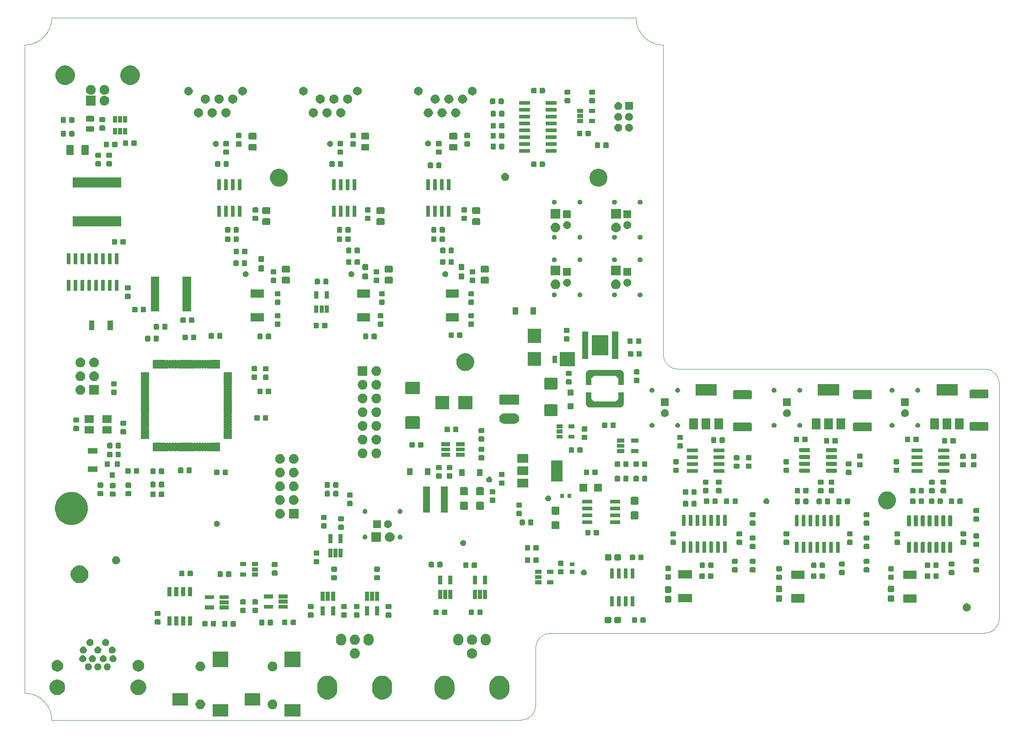
<source format=gbr>
G04 #@! TF.GenerationSoftware,KiCad,Pcbnew,(5.1.4)-1*
G04 #@! TF.CreationDate,2020-03-11T17:26:51+00:00*
G04 #@! TF.ProjectId,FPS-2_v1_revB_II,4650532d-325f-4763-915f-726576425f49,v1_revB II*
G04 #@! TF.SameCoordinates,PX4c3f880PY8011fc8*
G04 #@! TF.FileFunction,Soldermask,Top*
G04 #@! TF.FilePolarity,Negative*
%FSLAX46Y46*%
G04 Gerber Fmt 4.6, Leading zero omitted, Abs format (unit mm)*
G04 Created by KiCad (PCBNEW (5.1.4)-1) date 2020-03-11 17:26:51*
%MOMM*%
%LPD*%
G04 APERTURE LIST*
%ADD10C,0.120000*%
%ADD11C,0.100000*%
G04 APERTURE END LIST*
D10*
X77698000Y-16208600D02*
X77698000Y-26908600D01*
X77698000Y-16208600D02*
G75*
G02X80398000Y-13508600I2700000J0D01*
G01*
X160848000Y-13508600D02*
X80398000Y-13508600D01*
X77698000Y-26908600D02*
G75*
G02X74998000Y-29608600I-2700000J0D01*
G01*
X163548000Y-10808600D02*
G75*
G02X160848000Y-13508600I-2700000J0D01*
G01*
X160848000Y35391400D02*
G75*
G02X163548000Y32691400I0J-2700000D01*
G01*
X160848000Y35391400D02*
X103998000Y35391400D01*
X163548000Y32691400D02*
X163548000Y-10808600D01*
X-11902000Y100391400D02*
X96298000Y100391400D01*
X-16902000Y-24608600D02*
X-16902000Y95391400D01*
X74998000Y-29608600D02*
X-11902000Y-29608600D01*
X103998000Y35391400D02*
G75*
G02X101298000Y38091400I0J2700000D01*
G01*
X101298000Y95391400D02*
X101298000Y38091400D01*
X-11902000Y-29608600D02*
G75*
G03X-16902000Y-24608600I-5000000J0D01*
G01*
X96298000Y100391400D02*
G75*
G03X101298000Y95391400I5000000J0D01*
G01*
X-16902000Y95391400D02*
G75*
G03X-11902000Y100391400I0J5000000D01*
G01*
D11*
G36*
X34117600Y-28939600D02*
G01*
X31215600Y-28939600D01*
X31215600Y-26637600D01*
X34117600Y-26637600D01*
X34117600Y-28939600D01*
X34117600Y-28939600D01*
G37*
G36*
X20759600Y-28939600D02*
G01*
X17857600Y-28939600D01*
X17857600Y-26637600D01*
X20759600Y-26637600D01*
X20759600Y-28939600D01*
X20759600Y-28939600D01*
G37*
G36*
X15871412Y-25822224D02*
G01*
X16035384Y-25890144D01*
X16182958Y-25988750D01*
X16308450Y-26114242D01*
X16308452Y-26114245D01*
X16308453Y-26114246D01*
X16407056Y-26261816D01*
X16474976Y-26425788D01*
X16509600Y-26599859D01*
X16509600Y-26777341D01*
X16474976Y-26951412D01*
X16407056Y-27115384D01*
X16308450Y-27262958D01*
X16182958Y-27388450D01*
X16182955Y-27388452D01*
X16182954Y-27388453D01*
X16035384Y-27487056D01*
X15871412Y-27554976D01*
X15697341Y-27589600D01*
X15519859Y-27589600D01*
X15345788Y-27554976D01*
X15181816Y-27487056D01*
X15034246Y-27388453D01*
X15034245Y-27388452D01*
X15034242Y-27388450D01*
X14908750Y-27262958D01*
X14810144Y-27115384D01*
X14742224Y-26951412D01*
X14707600Y-26777341D01*
X14707600Y-26599859D01*
X14742224Y-26425788D01*
X14810144Y-26261816D01*
X14908747Y-26114246D01*
X14908748Y-26114245D01*
X14908750Y-26114242D01*
X15034242Y-25988750D01*
X15181816Y-25890144D01*
X15345788Y-25822224D01*
X15519859Y-25787600D01*
X15697341Y-25787600D01*
X15871412Y-25822224D01*
X15871412Y-25822224D01*
G37*
G36*
X29229412Y-25822224D02*
G01*
X29393384Y-25890144D01*
X29540958Y-25988750D01*
X29666450Y-26114242D01*
X29666452Y-26114245D01*
X29666453Y-26114246D01*
X29765056Y-26261816D01*
X29832976Y-26425788D01*
X29867600Y-26599859D01*
X29867600Y-26777341D01*
X29832976Y-26951412D01*
X29765056Y-27115384D01*
X29666450Y-27262958D01*
X29540958Y-27388450D01*
X29540955Y-27388452D01*
X29540954Y-27388453D01*
X29393384Y-27487056D01*
X29229412Y-27554976D01*
X29055341Y-27589600D01*
X28877859Y-27589600D01*
X28703788Y-27554976D01*
X28539816Y-27487056D01*
X28392246Y-27388453D01*
X28392245Y-27388452D01*
X28392242Y-27388450D01*
X28266750Y-27262958D01*
X28168144Y-27115384D01*
X28100224Y-26951412D01*
X28065600Y-26777341D01*
X28065600Y-26599859D01*
X28100224Y-26425788D01*
X28168144Y-26261816D01*
X28266747Y-26114246D01*
X28266748Y-26114245D01*
X28266750Y-26114242D01*
X28392242Y-25988750D01*
X28539816Y-25890144D01*
X28703788Y-25822224D01*
X28877859Y-25787600D01*
X29055341Y-25787600D01*
X29229412Y-25822224D01*
X29229412Y-25822224D01*
G37*
G36*
X13359600Y-26939600D02*
G01*
X10457600Y-26939600D01*
X10457600Y-24637600D01*
X13359600Y-24637600D01*
X13359600Y-26939600D01*
X13359600Y-26939600D01*
G37*
G36*
X26717600Y-26939600D02*
G01*
X23815600Y-26939600D01*
X23815600Y-24637600D01*
X26717600Y-24637600D01*
X26717600Y-26939600D01*
X26717600Y-26939600D01*
G37*
G36*
X71336545Y-21415063D02*
G01*
X71681317Y-21519649D01*
X71999055Y-21689484D01*
X72277556Y-21918044D01*
X72506116Y-22196545D01*
X72675951Y-22514283D01*
X72780537Y-22859055D01*
X72807000Y-23127748D01*
X72807000Y-24069453D01*
X72780537Y-24338145D01*
X72675951Y-24682917D01*
X72506116Y-25000655D01*
X72277556Y-25279156D01*
X71999055Y-25507716D01*
X71681316Y-25677551D01*
X71336544Y-25782137D01*
X70978000Y-25817450D01*
X70619455Y-25782137D01*
X70274683Y-25677551D01*
X69956945Y-25507716D01*
X69678444Y-25279156D01*
X69449884Y-25000655D01*
X69280049Y-24682916D01*
X69175463Y-24338144D01*
X69149000Y-24069452D01*
X69149000Y-23127747D01*
X69175463Y-22859055D01*
X69280049Y-22514283D01*
X69449884Y-22196545D01*
X69678445Y-21918044D01*
X69956946Y-21689484D01*
X70274684Y-21519649D01*
X70619456Y-21415063D01*
X70978000Y-21379750D01*
X71336545Y-21415063D01*
X71336545Y-21415063D01*
G37*
G36*
X61176545Y-21415063D02*
G01*
X61521317Y-21519649D01*
X61839055Y-21689484D01*
X62117556Y-21918044D01*
X62346116Y-22196545D01*
X62515951Y-22514283D01*
X62620537Y-22859055D01*
X62647000Y-23127748D01*
X62647000Y-24069453D01*
X62620537Y-24338145D01*
X62515951Y-24682917D01*
X62346116Y-25000655D01*
X62117556Y-25279156D01*
X61839055Y-25507716D01*
X61521316Y-25677551D01*
X61176544Y-25782137D01*
X60818000Y-25817450D01*
X60459455Y-25782137D01*
X60114683Y-25677551D01*
X59796945Y-25507716D01*
X59518444Y-25279156D01*
X59289884Y-25000655D01*
X59120049Y-24682916D01*
X59015463Y-24338144D01*
X58989000Y-24069452D01*
X58989000Y-23127747D01*
X59015463Y-22859055D01*
X59120049Y-22514283D01*
X59289884Y-22196545D01*
X59518445Y-21918044D01*
X59796946Y-21689484D01*
X60114684Y-21519649D01*
X60459456Y-21415063D01*
X60818000Y-21379750D01*
X61176545Y-21415063D01*
X61176545Y-21415063D01*
G37*
G36*
X49636545Y-21415063D02*
G01*
X49981317Y-21519649D01*
X50299055Y-21689484D01*
X50577556Y-21918044D01*
X50806116Y-22196545D01*
X50975951Y-22514283D01*
X51080537Y-22859055D01*
X51107000Y-23127748D01*
X51107000Y-24069453D01*
X51080537Y-24338145D01*
X50975951Y-24682917D01*
X50806116Y-25000655D01*
X50577556Y-25279156D01*
X50299055Y-25507716D01*
X49981316Y-25677551D01*
X49636544Y-25782137D01*
X49278000Y-25817450D01*
X48919455Y-25782137D01*
X48574683Y-25677551D01*
X48256945Y-25507716D01*
X47978444Y-25279156D01*
X47749884Y-25000655D01*
X47580049Y-24682916D01*
X47475463Y-24338144D01*
X47449000Y-24069452D01*
X47449000Y-23127747D01*
X47475463Y-22859055D01*
X47580049Y-22514283D01*
X47749884Y-22196545D01*
X47978445Y-21918044D01*
X48256946Y-21689484D01*
X48574684Y-21519649D01*
X48919456Y-21415063D01*
X49278000Y-21379750D01*
X49636545Y-21415063D01*
X49636545Y-21415063D01*
G37*
G36*
X39476545Y-21415063D02*
G01*
X39821317Y-21519649D01*
X40139055Y-21689484D01*
X40417556Y-21918044D01*
X40646116Y-22196545D01*
X40815951Y-22514283D01*
X40920537Y-22859055D01*
X40947000Y-23127748D01*
X40947000Y-24069453D01*
X40920537Y-24338145D01*
X40815951Y-24682917D01*
X40646116Y-25000655D01*
X40417556Y-25279156D01*
X40139055Y-25507716D01*
X39821316Y-25677551D01*
X39476544Y-25782137D01*
X39118000Y-25817450D01*
X38759455Y-25782137D01*
X38414683Y-25677551D01*
X38096945Y-25507716D01*
X37818444Y-25279156D01*
X37589884Y-25000655D01*
X37420049Y-24682916D01*
X37315463Y-24338144D01*
X37289000Y-24069452D01*
X37289000Y-23127747D01*
X37315463Y-22859055D01*
X37420049Y-22514283D01*
X37589884Y-22196545D01*
X37818445Y-21918044D01*
X38096946Y-21689484D01*
X38414684Y-21519649D01*
X38759456Y-21415063D01*
X39118000Y-21379750D01*
X39476545Y-21415063D01*
X39476545Y-21415063D01*
G37*
G36*
X4370854Y-22100687D02*
G01*
X4557741Y-22137861D01*
X4821806Y-22247240D01*
X5059459Y-22406035D01*
X5261565Y-22608141D01*
X5420360Y-22845794D01*
X5529739Y-23109859D01*
X5585500Y-23390189D01*
X5585500Y-23676011D01*
X5529739Y-23956341D01*
X5420360Y-24220406D01*
X5261565Y-24458059D01*
X5059459Y-24660165D01*
X4821806Y-24818960D01*
X4557741Y-24928339D01*
X4370854Y-24965513D01*
X4277412Y-24984100D01*
X3991588Y-24984100D01*
X3898146Y-24965513D01*
X3711259Y-24928339D01*
X3447194Y-24818960D01*
X3209541Y-24660165D01*
X3007435Y-24458059D01*
X2848640Y-24220406D01*
X2739261Y-23956341D01*
X2683500Y-23676011D01*
X2683500Y-23390189D01*
X2739261Y-23109859D01*
X2848640Y-22845794D01*
X3007435Y-22608141D01*
X3209541Y-22406035D01*
X3447194Y-22247240D01*
X3711259Y-22137861D01*
X3898146Y-22100687D01*
X3991588Y-22082100D01*
X4277412Y-22082100D01*
X4370854Y-22100687D01*
X4370854Y-22100687D01*
G37*
G36*
X-10629146Y-22100687D02*
G01*
X-10442259Y-22137861D01*
X-10178194Y-22247240D01*
X-9940541Y-22406035D01*
X-9738435Y-22608141D01*
X-9579640Y-22845794D01*
X-9470261Y-23109859D01*
X-9414500Y-23390189D01*
X-9414500Y-23676011D01*
X-9470261Y-23956341D01*
X-9579640Y-24220406D01*
X-9738435Y-24458059D01*
X-9940541Y-24660165D01*
X-10178194Y-24818960D01*
X-10442259Y-24928339D01*
X-10629146Y-24965513D01*
X-10722588Y-24984100D01*
X-11008412Y-24984100D01*
X-11101854Y-24965513D01*
X-11288741Y-24928339D01*
X-11552806Y-24818960D01*
X-11790459Y-24660165D01*
X-11992565Y-24458059D01*
X-12151360Y-24220406D01*
X-12260739Y-23956341D01*
X-12316500Y-23676011D01*
X-12316500Y-23390189D01*
X-12260739Y-23109859D01*
X-12151360Y-22845794D01*
X-11992565Y-22608141D01*
X-11790459Y-22406035D01*
X-11552806Y-22247240D01*
X-11288741Y-22137861D01*
X-11101854Y-22100687D01*
X-11008412Y-22082100D01*
X-10722588Y-22082100D01*
X-10629146Y-22100687D01*
X-10629146Y-22100687D01*
G37*
G36*
X4448358Y-18498450D02*
G01*
X4552210Y-18541467D01*
X4644178Y-18579561D01*
X4820414Y-18697319D01*
X4970281Y-18847186D01*
X4970283Y-18847189D01*
X4970284Y-18847190D01*
X4994946Y-18884100D01*
X5088039Y-19023422D01*
X5088039Y-19023423D01*
X5169150Y-19219242D01*
X5210500Y-19427123D01*
X5210500Y-19639077D01*
X5169150Y-19846958D01*
X5125884Y-19951412D01*
X5088039Y-20042778D01*
X4970281Y-20219014D01*
X4820414Y-20368881D01*
X4820411Y-20368883D01*
X4820410Y-20368884D01*
X4791127Y-20388450D01*
X4644178Y-20486639D01*
X4578904Y-20513676D01*
X4448358Y-20567750D01*
X4240477Y-20609100D01*
X4028523Y-20609100D01*
X3820642Y-20567750D01*
X3690096Y-20513676D01*
X3624822Y-20486639D01*
X3477873Y-20388450D01*
X3448590Y-20368884D01*
X3448589Y-20368883D01*
X3448586Y-20368881D01*
X3298719Y-20219014D01*
X3180961Y-20042778D01*
X3143116Y-19951412D01*
X3099850Y-19846958D01*
X3058500Y-19639077D01*
X3058500Y-19427123D01*
X3099850Y-19219242D01*
X3180961Y-19023423D01*
X3180961Y-19023422D01*
X3274054Y-18884100D01*
X3298716Y-18847190D01*
X3298717Y-18847189D01*
X3298719Y-18847186D01*
X3448586Y-18697319D01*
X3624822Y-18579561D01*
X3716790Y-18541467D01*
X3820642Y-18498450D01*
X4028523Y-18457100D01*
X4240477Y-18457100D01*
X4448358Y-18498450D01*
X4448358Y-18498450D01*
G37*
G36*
X-10551642Y-18498450D02*
G01*
X-10447790Y-18541467D01*
X-10355822Y-18579561D01*
X-10179586Y-18697319D01*
X-10029719Y-18847186D01*
X-10029717Y-18847189D01*
X-10029716Y-18847190D01*
X-10005054Y-18884100D01*
X-9911961Y-19023422D01*
X-9911961Y-19023423D01*
X-9830850Y-19219242D01*
X-9789500Y-19427123D01*
X-9789500Y-19639077D01*
X-9830850Y-19846958D01*
X-9874116Y-19951412D01*
X-9911961Y-20042778D01*
X-10029719Y-20219014D01*
X-10179586Y-20368881D01*
X-10179589Y-20368883D01*
X-10179590Y-20368884D01*
X-10208873Y-20388450D01*
X-10355822Y-20486639D01*
X-10421096Y-20513676D01*
X-10551642Y-20567750D01*
X-10759523Y-20609100D01*
X-10971477Y-20609100D01*
X-11179358Y-20567750D01*
X-11309904Y-20513676D01*
X-11375178Y-20486639D01*
X-11522127Y-20388450D01*
X-11551410Y-20368884D01*
X-11551411Y-20368883D01*
X-11551414Y-20368881D01*
X-11701281Y-20219014D01*
X-11819039Y-20042778D01*
X-11856884Y-19951412D01*
X-11900150Y-19846958D01*
X-11941500Y-19639077D01*
X-11941500Y-19427123D01*
X-11900150Y-19219242D01*
X-11819039Y-19023423D01*
X-11819039Y-19023422D01*
X-11725946Y-18884100D01*
X-11701284Y-18847190D01*
X-11701283Y-18847189D01*
X-11701281Y-18847186D01*
X-11551414Y-18697319D01*
X-11375178Y-18579561D01*
X-11283210Y-18541467D01*
X-11179358Y-18498450D01*
X-10971477Y-18457100D01*
X-10759523Y-18457100D01*
X-10551642Y-18498450D01*
X-10551642Y-18498450D01*
G37*
G36*
X29229412Y-18822224D02*
G01*
X29393384Y-18890144D01*
X29540958Y-18988750D01*
X29666450Y-19114242D01*
X29666452Y-19114245D01*
X29666453Y-19114246D01*
X29765056Y-19261816D01*
X29832976Y-19425788D01*
X29867600Y-19599859D01*
X29867600Y-19777341D01*
X29832976Y-19951412D01*
X29765056Y-20115384D01*
X29682616Y-20238765D01*
X29666450Y-20262958D01*
X29540958Y-20388450D01*
X29540955Y-20388452D01*
X29540954Y-20388453D01*
X29393384Y-20487056D01*
X29229412Y-20554976D01*
X29055341Y-20589600D01*
X28877859Y-20589600D01*
X28703788Y-20554976D01*
X28539816Y-20487056D01*
X28392246Y-20388453D01*
X28392245Y-20388452D01*
X28392242Y-20388450D01*
X28266750Y-20262958D01*
X28250585Y-20238765D01*
X28168144Y-20115384D01*
X28100224Y-19951412D01*
X28065600Y-19777341D01*
X28065600Y-19599859D01*
X28100224Y-19425788D01*
X28168144Y-19261816D01*
X28266747Y-19114246D01*
X28266748Y-19114245D01*
X28266750Y-19114242D01*
X28392242Y-18988750D01*
X28539816Y-18890144D01*
X28703788Y-18822224D01*
X28877859Y-18787600D01*
X29055341Y-18787600D01*
X29229412Y-18822224D01*
X29229412Y-18822224D01*
G37*
G36*
X15871412Y-18822224D02*
G01*
X16035384Y-18890144D01*
X16182958Y-18988750D01*
X16308450Y-19114242D01*
X16308452Y-19114245D01*
X16308453Y-19114246D01*
X16407056Y-19261816D01*
X16474976Y-19425788D01*
X16509600Y-19599859D01*
X16509600Y-19777341D01*
X16474976Y-19951412D01*
X16407056Y-20115384D01*
X16324616Y-20238765D01*
X16308450Y-20262958D01*
X16182958Y-20388450D01*
X16182955Y-20388452D01*
X16182954Y-20388453D01*
X16035384Y-20487056D01*
X15871412Y-20554976D01*
X15697341Y-20589600D01*
X15519859Y-20589600D01*
X15345788Y-20554976D01*
X15181816Y-20487056D01*
X15034246Y-20388453D01*
X15034245Y-20388452D01*
X15034242Y-20388450D01*
X14908750Y-20262958D01*
X14892585Y-20238765D01*
X14810144Y-20115384D01*
X14742224Y-19951412D01*
X14707600Y-19777341D01*
X14707600Y-19599859D01*
X14742224Y-19425788D01*
X14810144Y-19261816D01*
X14908747Y-19114246D01*
X14908748Y-19114245D01*
X14908750Y-19114242D01*
X15034242Y-18988750D01*
X15181816Y-18890144D01*
X15345788Y-18822224D01*
X15519859Y-18787600D01*
X15697341Y-18787600D01*
X15871412Y-18822224D01*
X15871412Y-18822224D01*
G37*
G36*
X-3175610Y-19107117D02*
G01*
X-3057136Y-19156191D01*
X-3057133Y-19156193D01*
X-2950510Y-19227436D01*
X-2859836Y-19318110D01*
X-2859835Y-19318112D01*
X-2788591Y-19424736D01*
X-2739517Y-19543210D01*
X-2714500Y-19668982D01*
X-2714500Y-19797218D01*
X-2739517Y-19922990D01*
X-2788591Y-20041464D01*
X-2788593Y-20041467D01*
X-2859836Y-20148090D01*
X-2950510Y-20238764D01*
X-2986713Y-20262954D01*
X-3057136Y-20310009D01*
X-3175610Y-20359083D01*
X-3301382Y-20384100D01*
X-3429618Y-20384100D01*
X-3555390Y-20359083D01*
X-3673864Y-20310009D01*
X-3744287Y-20262954D01*
X-3780490Y-20238764D01*
X-3871164Y-20148090D01*
X-3942407Y-20041467D01*
X-3942409Y-20041464D01*
X-3991483Y-19922990D01*
X-4016500Y-19797218D01*
X-4016500Y-19668982D01*
X-3991483Y-19543210D01*
X-3942409Y-19424736D01*
X-3871165Y-19318112D01*
X-3871164Y-19318110D01*
X-3780490Y-19227436D01*
X-3673867Y-19156193D01*
X-3673864Y-19156191D01*
X-3555390Y-19107117D01*
X-3429618Y-19082100D01*
X-3301382Y-19082100D01*
X-3175610Y-19107117D01*
X-3175610Y-19107117D01*
G37*
G36*
X-1425610Y-19107117D02*
G01*
X-1307136Y-19156191D01*
X-1307133Y-19156193D01*
X-1200510Y-19227436D01*
X-1109836Y-19318110D01*
X-1109835Y-19318112D01*
X-1038591Y-19424736D01*
X-989517Y-19543210D01*
X-964500Y-19668982D01*
X-964500Y-19797218D01*
X-989517Y-19922990D01*
X-1038591Y-20041464D01*
X-1038593Y-20041467D01*
X-1109836Y-20148090D01*
X-1200510Y-20238764D01*
X-1236713Y-20262954D01*
X-1307136Y-20310009D01*
X-1425610Y-20359083D01*
X-1551382Y-20384100D01*
X-1679618Y-20384100D01*
X-1805390Y-20359083D01*
X-1923864Y-20310009D01*
X-1994287Y-20262954D01*
X-2030490Y-20238764D01*
X-2121164Y-20148090D01*
X-2192407Y-20041467D01*
X-2192409Y-20041464D01*
X-2241483Y-19922990D01*
X-2266500Y-19797218D01*
X-2266500Y-19668982D01*
X-2241483Y-19543210D01*
X-2192409Y-19424736D01*
X-2121165Y-19318112D01*
X-2121164Y-19318110D01*
X-2030490Y-19227436D01*
X-1923867Y-19156193D01*
X-1923864Y-19156191D01*
X-1805390Y-19107117D01*
X-1679618Y-19082100D01*
X-1551382Y-19082100D01*
X-1425610Y-19107117D01*
X-1425610Y-19107117D01*
G37*
G36*
X-4925610Y-19107117D02*
G01*
X-4807136Y-19156191D01*
X-4807133Y-19156193D01*
X-4700510Y-19227436D01*
X-4609836Y-19318110D01*
X-4609835Y-19318112D01*
X-4538591Y-19424736D01*
X-4489517Y-19543210D01*
X-4464500Y-19668982D01*
X-4464500Y-19797218D01*
X-4489517Y-19922990D01*
X-4538591Y-20041464D01*
X-4538593Y-20041467D01*
X-4609836Y-20148090D01*
X-4700510Y-20238764D01*
X-4736713Y-20262954D01*
X-4807136Y-20310009D01*
X-4925610Y-20359083D01*
X-5051382Y-20384100D01*
X-5179618Y-20384100D01*
X-5305390Y-20359083D01*
X-5423864Y-20310009D01*
X-5494287Y-20262954D01*
X-5530490Y-20238764D01*
X-5621164Y-20148090D01*
X-5692407Y-20041467D01*
X-5692409Y-20041464D01*
X-5741483Y-19922990D01*
X-5766500Y-19797218D01*
X-5766500Y-19668982D01*
X-5741483Y-19543210D01*
X-5692409Y-19424736D01*
X-5621165Y-19318112D01*
X-5621164Y-19318110D01*
X-5530490Y-19227436D01*
X-5423867Y-19156193D01*
X-5423864Y-19156191D01*
X-5305390Y-19107117D01*
X-5179618Y-19082100D01*
X-5051382Y-19082100D01*
X-4925610Y-19107117D01*
X-4925610Y-19107117D01*
G37*
G36*
X20759600Y-19839600D02*
G01*
X17857600Y-19839600D01*
X17857600Y-16937600D01*
X20759600Y-16937600D01*
X20759600Y-19839600D01*
X20759600Y-19839600D01*
G37*
G36*
X34117600Y-19839600D02*
G01*
X31215600Y-19839600D01*
X31215600Y-16937600D01*
X34117600Y-16937600D01*
X34117600Y-19839600D01*
X34117600Y-19839600D01*
G37*
G36*
X-5975610Y-17607117D02*
G01*
X-5857136Y-17656191D01*
X-5857133Y-17656193D01*
X-5750510Y-17727436D01*
X-5659836Y-17818110D01*
X-5659835Y-17818112D01*
X-5588591Y-17924736D01*
X-5539517Y-18043210D01*
X-5514500Y-18168982D01*
X-5514500Y-18297218D01*
X-5539517Y-18422990D01*
X-5588591Y-18541464D01*
X-5588593Y-18541467D01*
X-5659836Y-18648090D01*
X-5750510Y-18738764D01*
X-5857133Y-18810007D01*
X-5857136Y-18810009D01*
X-5975610Y-18859083D01*
X-6101382Y-18884100D01*
X-6229618Y-18884100D01*
X-6355390Y-18859083D01*
X-6473864Y-18810009D01*
X-6473867Y-18810007D01*
X-6580490Y-18738764D01*
X-6671164Y-18648090D01*
X-6742407Y-18541467D01*
X-6742409Y-18541464D01*
X-6791483Y-18422990D01*
X-6816500Y-18297218D01*
X-6816500Y-18168982D01*
X-6791483Y-18043210D01*
X-6742409Y-17924736D01*
X-6671165Y-17818112D01*
X-6671164Y-17818110D01*
X-6580490Y-17727436D01*
X-6473867Y-17656193D01*
X-6473864Y-17656191D01*
X-6355390Y-17607117D01*
X-6229618Y-17582100D01*
X-6101382Y-17582100D01*
X-5975610Y-17607117D01*
X-5975610Y-17607117D01*
G37*
G36*
X-2175610Y-17607117D02*
G01*
X-2057136Y-17656191D01*
X-2057133Y-17656193D01*
X-1950510Y-17727436D01*
X-1859836Y-17818110D01*
X-1859835Y-17818112D01*
X-1788591Y-17924736D01*
X-1739517Y-18043210D01*
X-1714500Y-18168982D01*
X-1714500Y-18297218D01*
X-1739517Y-18422990D01*
X-1788591Y-18541464D01*
X-1788593Y-18541467D01*
X-1859836Y-18648090D01*
X-1950510Y-18738764D01*
X-2057133Y-18810007D01*
X-2057136Y-18810009D01*
X-2175610Y-18859083D01*
X-2301382Y-18884100D01*
X-2429618Y-18884100D01*
X-2555390Y-18859083D01*
X-2673864Y-18810009D01*
X-2673867Y-18810007D01*
X-2780490Y-18738764D01*
X-2871164Y-18648090D01*
X-2942407Y-18541467D01*
X-2942409Y-18541464D01*
X-2991483Y-18422990D01*
X-3016500Y-18297218D01*
X-3016500Y-18168982D01*
X-2991483Y-18043210D01*
X-2942409Y-17924736D01*
X-2871165Y-17818112D01*
X-2871164Y-17818110D01*
X-2780490Y-17727436D01*
X-2673867Y-17656193D01*
X-2673864Y-17656191D01*
X-2555390Y-17607117D01*
X-2429618Y-17582100D01*
X-2301382Y-17582100D01*
X-2175610Y-17607117D01*
X-2175610Y-17607117D01*
G37*
G36*
X-4175610Y-17607117D02*
G01*
X-4057136Y-17656191D01*
X-4057133Y-17656193D01*
X-3950510Y-17727436D01*
X-3859836Y-17818110D01*
X-3859835Y-17818112D01*
X-3788591Y-17924736D01*
X-3739517Y-18043210D01*
X-3714500Y-18168982D01*
X-3714500Y-18297218D01*
X-3739517Y-18422990D01*
X-3788591Y-18541464D01*
X-3788593Y-18541467D01*
X-3859836Y-18648090D01*
X-3950510Y-18738764D01*
X-4057133Y-18810007D01*
X-4057136Y-18810009D01*
X-4175610Y-18859083D01*
X-4301382Y-18884100D01*
X-4429618Y-18884100D01*
X-4555390Y-18859083D01*
X-4673864Y-18810009D01*
X-4673867Y-18810007D01*
X-4780490Y-18738764D01*
X-4871164Y-18648090D01*
X-4942407Y-18541467D01*
X-4942409Y-18541464D01*
X-4991483Y-18422990D01*
X-5016500Y-18297218D01*
X-5016500Y-18168982D01*
X-4991483Y-18043210D01*
X-4942409Y-17924736D01*
X-4871165Y-17818112D01*
X-4871164Y-17818110D01*
X-4780490Y-17727436D01*
X-4673867Y-17656193D01*
X-4673864Y-17656191D01*
X-4555390Y-17607117D01*
X-4429618Y-17582100D01*
X-4301382Y-17582100D01*
X-4175610Y-17607117D01*
X-4175610Y-17607117D01*
G37*
G36*
X-375610Y-17607117D02*
G01*
X-257136Y-17656191D01*
X-257133Y-17656193D01*
X-150510Y-17727436D01*
X-59836Y-17818110D01*
X-59835Y-17818112D01*
X11409Y-17924736D01*
X60483Y-18043210D01*
X85500Y-18168982D01*
X85500Y-18297218D01*
X60483Y-18422990D01*
X11409Y-18541464D01*
X11407Y-18541467D01*
X-59836Y-18648090D01*
X-150510Y-18738764D01*
X-257133Y-18810007D01*
X-257136Y-18810009D01*
X-375610Y-18859083D01*
X-501382Y-18884100D01*
X-629618Y-18884100D01*
X-755390Y-18859083D01*
X-873864Y-18810009D01*
X-873867Y-18810007D01*
X-980490Y-18738764D01*
X-1071164Y-18648090D01*
X-1142407Y-18541467D01*
X-1142409Y-18541464D01*
X-1191483Y-18422990D01*
X-1216500Y-18297218D01*
X-1216500Y-18168982D01*
X-1191483Y-18043210D01*
X-1142409Y-17924736D01*
X-1071165Y-17818112D01*
X-1071164Y-17818110D01*
X-980490Y-17727436D01*
X-873867Y-17656193D01*
X-873864Y-17656191D01*
X-755390Y-17607117D01*
X-629618Y-17582100D01*
X-501382Y-17582100D01*
X-375610Y-17607117D01*
X-375610Y-17607117D01*
G37*
G36*
X44472186Y-16344723D02*
G01*
X44643258Y-16415583D01*
X44797219Y-16518457D01*
X44928143Y-16649381D01*
X45031017Y-16803342D01*
X45101877Y-16974414D01*
X45138000Y-17156017D01*
X45138000Y-17341183D01*
X45101877Y-17522786D01*
X45031017Y-17693858D01*
X44928143Y-17847819D01*
X44797219Y-17978743D01*
X44643258Y-18081617D01*
X44472186Y-18152477D01*
X44290583Y-18188600D01*
X44105417Y-18188600D01*
X43923814Y-18152477D01*
X43752742Y-18081617D01*
X43598781Y-17978743D01*
X43467857Y-17847819D01*
X43364983Y-17693858D01*
X43294123Y-17522786D01*
X43258000Y-17341183D01*
X43258000Y-17156017D01*
X43294123Y-16974414D01*
X43364983Y-16803342D01*
X43467857Y-16649381D01*
X43598781Y-16518457D01*
X43752742Y-16415583D01*
X43923814Y-16344723D01*
X44105417Y-16308600D01*
X44290583Y-16308600D01*
X44472186Y-16344723D01*
X44472186Y-16344723D01*
G37*
G36*
X66172186Y-16344723D02*
G01*
X66343258Y-16415583D01*
X66497219Y-16518457D01*
X66628143Y-16649381D01*
X66731017Y-16803342D01*
X66801877Y-16974414D01*
X66838000Y-17156017D01*
X66838000Y-17341183D01*
X66801877Y-17522786D01*
X66731017Y-17693858D01*
X66628143Y-17847819D01*
X66497219Y-17978743D01*
X66343258Y-18081617D01*
X66172186Y-18152477D01*
X65990583Y-18188600D01*
X65805417Y-18188600D01*
X65623814Y-18152477D01*
X65452742Y-18081617D01*
X65298781Y-17978743D01*
X65167857Y-17847819D01*
X65064983Y-17693858D01*
X64994123Y-17522786D01*
X64958000Y-17341183D01*
X64958000Y-17156017D01*
X64994123Y-16974414D01*
X65064983Y-16803342D01*
X65167857Y-16649381D01*
X65298781Y-16518457D01*
X65452742Y-16415583D01*
X65623814Y-16344723D01*
X65805417Y-16308600D01*
X65990583Y-16308600D01*
X66172186Y-16344723D01*
X66172186Y-16344723D01*
G37*
G36*
X-5875610Y-16007117D02*
G01*
X-5757136Y-16056191D01*
X-5757133Y-16056193D01*
X-5650510Y-16127436D01*
X-5559836Y-16218110D01*
X-5559835Y-16218112D01*
X-5488591Y-16324736D01*
X-5439517Y-16443210D01*
X-5414500Y-16568982D01*
X-5414500Y-16697218D01*
X-5439517Y-16822990D01*
X-5488591Y-16941464D01*
X-5488593Y-16941467D01*
X-5559836Y-17048090D01*
X-5650510Y-17138764D01*
X-5676331Y-17156017D01*
X-5757136Y-17210009D01*
X-5875610Y-17259083D01*
X-6001382Y-17284100D01*
X-6129618Y-17284100D01*
X-6255390Y-17259083D01*
X-6373864Y-17210009D01*
X-6454669Y-17156017D01*
X-6480490Y-17138764D01*
X-6571164Y-17048090D01*
X-6642407Y-16941467D01*
X-6642409Y-16941464D01*
X-6691483Y-16822990D01*
X-6716500Y-16697218D01*
X-6716500Y-16568982D01*
X-6691483Y-16443210D01*
X-6642409Y-16324736D01*
X-6571165Y-16218112D01*
X-6571164Y-16218110D01*
X-6480490Y-16127436D01*
X-6373867Y-16056193D01*
X-6373864Y-16056191D01*
X-6255390Y-16007117D01*
X-6129618Y-15982100D01*
X-6001382Y-15982100D01*
X-5875610Y-16007117D01*
X-5875610Y-16007117D01*
G37*
G36*
X-525610Y-16007117D02*
G01*
X-407136Y-16056191D01*
X-407133Y-16056193D01*
X-300510Y-16127436D01*
X-209836Y-16218110D01*
X-209835Y-16218112D01*
X-138591Y-16324736D01*
X-89517Y-16443210D01*
X-64500Y-16568982D01*
X-64500Y-16697218D01*
X-89517Y-16822990D01*
X-138591Y-16941464D01*
X-138593Y-16941467D01*
X-209836Y-17048090D01*
X-300510Y-17138764D01*
X-326331Y-17156017D01*
X-407136Y-17210009D01*
X-525610Y-17259083D01*
X-651382Y-17284100D01*
X-779618Y-17284100D01*
X-905390Y-17259083D01*
X-1023864Y-17210009D01*
X-1104669Y-17156017D01*
X-1130490Y-17138764D01*
X-1221164Y-17048090D01*
X-1292407Y-16941467D01*
X-1292409Y-16941464D01*
X-1341483Y-16822990D01*
X-1366500Y-16697218D01*
X-1366500Y-16568982D01*
X-1341483Y-16443210D01*
X-1292409Y-16324736D01*
X-1221165Y-16218112D01*
X-1221164Y-16218110D01*
X-1130490Y-16127436D01*
X-1023867Y-16056193D01*
X-1023864Y-16056191D01*
X-905390Y-16007117D01*
X-779618Y-15982100D01*
X-651382Y-15982100D01*
X-525610Y-16007117D01*
X-525610Y-16007117D01*
G37*
G36*
X-3175610Y-16007117D02*
G01*
X-3057136Y-16056191D01*
X-3057133Y-16056193D01*
X-2950510Y-16127436D01*
X-2859836Y-16218110D01*
X-2859835Y-16218112D01*
X-2788591Y-16324736D01*
X-2739517Y-16443210D01*
X-2714500Y-16568982D01*
X-2714500Y-16697218D01*
X-2739517Y-16822990D01*
X-2788591Y-16941464D01*
X-2788593Y-16941467D01*
X-2859836Y-17048090D01*
X-2950510Y-17138764D01*
X-2976331Y-17156017D01*
X-3057136Y-17210009D01*
X-3175610Y-17259083D01*
X-3301382Y-17284100D01*
X-3429618Y-17284100D01*
X-3555390Y-17259083D01*
X-3673864Y-17210009D01*
X-3754669Y-17156017D01*
X-3780490Y-17138764D01*
X-3871164Y-17048090D01*
X-3942407Y-16941467D01*
X-3942409Y-16941464D01*
X-3991483Y-16822990D01*
X-4016500Y-16697218D01*
X-4016500Y-16568982D01*
X-3991483Y-16443210D01*
X-3942409Y-16324736D01*
X-3871165Y-16218112D01*
X-3871164Y-16218110D01*
X-3780490Y-16127436D01*
X-3673867Y-16056193D01*
X-3673864Y-16056191D01*
X-3555390Y-16007117D01*
X-3429618Y-15982100D01*
X-3301382Y-15982100D01*
X-3175610Y-16007117D01*
X-3175610Y-16007117D01*
G37*
G36*
X-1725610Y-14607117D02*
G01*
X-1607136Y-14656191D01*
X-1607133Y-14656193D01*
X-1500510Y-14727436D01*
X-1409836Y-14818110D01*
X-1409835Y-14818112D01*
X-1338591Y-14924736D01*
X-1289517Y-15043210D01*
X-1264500Y-15168982D01*
X-1264500Y-15297218D01*
X-1289517Y-15422990D01*
X-1338591Y-15541464D01*
X-1338593Y-15541467D01*
X-1409836Y-15648090D01*
X-1500510Y-15738764D01*
X-1535284Y-15761999D01*
X-1607136Y-15810009D01*
X-1725610Y-15859083D01*
X-1851382Y-15884100D01*
X-1979618Y-15884100D01*
X-2105390Y-15859083D01*
X-2223864Y-15810009D01*
X-2295716Y-15761999D01*
X-2330490Y-15738764D01*
X-2421164Y-15648090D01*
X-2492407Y-15541467D01*
X-2492409Y-15541464D01*
X-2541483Y-15422990D01*
X-2566500Y-15297218D01*
X-2566500Y-15168982D01*
X-2541483Y-15043210D01*
X-2492409Y-14924736D01*
X-2421165Y-14818112D01*
X-2421164Y-14818110D01*
X-2330490Y-14727436D01*
X-2223867Y-14656193D01*
X-2223864Y-14656191D01*
X-2105390Y-14607117D01*
X-1979618Y-14582100D01*
X-1851382Y-14582100D01*
X-1725610Y-14607117D01*
X-1725610Y-14607117D01*
G37*
G36*
X-4625610Y-14607117D02*
G01*
X-4507136Y-14656191D01*
X-4507133Y-14656193D01*
X-4400510Y-14727436D01*
X-4309836Y-14818110D01*
X-4309835Y-14818112D01*
X-4238591Y-14924736D01*
X-4189517Y-15043210D01*
X-4164500Y-15168982D01*
X-4164500Y-15297218D01*
X-4189517Y-15422990D01*
X-4238591Y-15541464D01*
X-4238593Y-15541467D01*
X-4309836Y-15648090D01*
X-4400510Y-15738764D01*
X-4435284Y-15761999D01*
X-4507136Y-15810009D01*
X-4625610Y-15859083D01*
X-4751382Y-15884100D01*
X-4879618Y-15884100D01*
X-5005390Y-15859083D01*
X-5123864Y-15810009D01*
X-5195716Y-15761999D01*
X-5230490Y-15738764D01*
X-5321164Y-15648090D01*
X-5392407Y-15541467D01*
X-5392409Y-15541464D01*
X-5441483Y-15422990D01*
X-5466500Y-15297218D01*
X-5466500Y-15168982D01*
X-5441483Y-15043210D01*
X-5392409Y-14924736D01*
X-5321165Y-14818112D01*
X-5321164Y-14818110D01*
X-5230490Y-14727436D01*
X-5123867Y-14656193D01*
X-5123864Y-14656191D01*
X-5005390Y-14607117D01*
X-4879618Y-14582100D01*
X-4751382Y-14582100D01*
X-4625610Y-14607117D01*
X-4625610Y-14607117D01*
G37*
G36*
X68622272Y-13655201D02*
G01*
X68799463Y-13708951D01*
X68962763Y-13796237D01*
X69105896Y-13913704D01*
X69223363Y-14056837D01*
X69310649Y-14220137D01*
X69364399Y-14397329D01*
X69378000Y-14535424D01*
X69378000Y-14881777D01*
X69364399Y-15019872D01*
X69310649Y-15197063D01*
X69223363Y-15360363D01*
X69105896Y-15503496D01*
X68962763Y-15620963D01*
X68799462Y-15708249D01*
X68622271Y-15761999D01*
X68438000Y-15780148D01*
X68253728Y-15761999D01*
X68076537Y-15708249D01*
X67913237Y-15620963D01*
X67770104Y-15503496D01*
X67652637Y-15360363D01*
X67565351Y-15197062D01*
X67511601Y-15019871D01*
X67498000Y-14881776D01*
X67498000Y-14535423D01*
X67511601Y-14397328D01*
X67565351Y-14220137D01*
X67652637Y-14056837D01*
X67770104Y-13913704D01*
X67913238Y-13796237D01*
X68076538Y-13708951D01*
X68253729Y-13655201D01*
X68438000Y-13637052D01*
X68622272Y-13655201D01*
X68622272Y-13655201D01*
G37*
G36*
X46922272Y-13655201D02*
G01*
X47099463Y-13708951D01*
X47262763Y-13796237D01*
X47405896Y-13913704D01*
X47523363Y-14056837D01*
X47610649Y-14220137D01*
X47664399Y-14397329D01*
X47678000Y-14535424D01*
X47678000Y-14881777D01*
X47664399Y-15019872D01*
X47610649Y-15197063D01*
X47523363Y-15360363D01*
X47405896Y-15503496D01*
X47262763Y-15620963D01*
X47099462Y-15708249D01*
X46922271Y-15761999D01*
X46738000Y-15780148D01*
X46553728Y-15761999D01*
X46376537Y-15708249D01*
X46213237Y-15620963D01*
X46070104Y-15503496D01*
X45952637Y-15360363D01*
X45865351Y-15197062D01*
X45811601Y-15019871D01*
X45798000Y-14881776D01*
X45798000Y-14535423D01*
X45811601Y-14397328D01*
X45865351Y-14220137D01*
X45952637Y-14056837D01*
X46070104Y-13913704D01*
X46213238Y-13796237D01*
X46376538Y-13708951D01*
X46553729Y-13655201D01*
X46738000Y-13637052D01*
X46922272Y-13655201D01*
X46922272Y-13655201D01*
G37*
G36*
X41842272Y-13655201D02*
G01*
X42019463Y-13708951D01*
X42182763Y-13796237D01*
X42325896Y-13913704D01*
X42443363Y-14056837D01*
X42530649Y-14220137D01*
X42584399Y-14397329D01*
X42598000Y-14535424D01*
X42598000Y-14881777D01*
X42584399Y-15019872D01*
X42530649Y-15197063D01*
X42443363Y-15360363D01*
X42325896Y-15503496D01*
X42182763Y-15620963D01*
X42019462Y-15708249D01*
X41842271Y-15761999D01*
X41658000Y-15780148D01*
X41473728Y-15761999D01*
X41296537Y-15708249D01*
X41133237Y-15620963D01*
X40990104Y-15503496D01*
X40872637Y-15360363D01*
X40785351Y-15197062D01*
X40731601Y-15019871D01*
X40718000Y-14881776D01*
X40718000Y-14535423D01*
X40731601Y-14397328D01*
X40785351Y-14220137D01*
X40872637Y-14056837D01*
X40990104Y-13913704D01*
X41133238Y-13796237D01*
X41296538Y-13708951D01*
X41473729Y-13655201D01*
X41658000Y-13637052D01*
X41842272Y-13655201D01*
X41842272Y-13655201D01*
G37*
G36*
X63542272Y-13655201D02*
G01*
X63719463Y-13708951D01*
X63882763Y-13796237D01*
X64025896Y-13913704D01*
X64143363Y-14056837D01*
X64230649Y-14220137D01*
X64284399Y-14397329D01*
X64298000Y-14535424D01*
X64298000Y-14881777D01*
X64284399Y-15019872D01*
X64230649Y-15197063D01*
X64143363Y-15360363D01*
X64025896Y-15503496D01*
X63882763Y-15620963D01*
X63719462Y-15708249D01*
X63542271Y-15761999D01*
X63358000Y-15780148D01*
X63173728Y-15761999D01*
X62996537Y-15708249D01*
X62833237Y-15620963D01*
X62690104Y-15503496D01*
X62572637Y-15360363D01*
X62485351Y-15197062D01*
X62431601Y-15019871D01*
X62418000Y-14881776D01*
X62418000Y-14535423D01*
X62431601Y-14397328D01*
X62485351Y-14220137D01*
X62572637Y-14056837D01*
X62690104Y-13913704D01*
X62833238Y-13796237D01*
X62996538Y-13708951D01*
X63173729Y-13655201D01*
X63358000Y-13637052D01*
X63542272Y-13655201D01*
X63542272Y-13655201D01*
G37*
G36*
X66172186Y-13804723D02*
G01*
X66343258Y-13875583D01*
X66497219Y-13978457D01*
X66628143Y-14109381D01*
X66731017Y-14263342D01*
X66801877Y-14434414D01*
X66838000Y-14616017D01*
X66838000Y-14801183D01*
X66801877Y-14982786D01*
X66731017Y-15153858D01*
X66628143Y-15307819D01*
X66497219Y-15438743D01*
X66343258Y-15541617D01*
X66172186Y-15612477D01*
X65990583Y-15648600D01*
X65805417Y-15648600D01*
X65623814Y-15612477D01*
X65452742Y-15541617D01*
X65298781Y-15438743D01*
X65167857Y-15307819D01*
X65064983Y-15153858D01*
X64994123Y-14982786D01*
X64958000Y-14801183D01*
X64958000Y-14616017D01*
X64994123Y-14434414D01*
X65064983Y-14263342D01*
X65167857Y-14109381D01*
X65298781Y-13978457D01*
X65452742Y-13875583D01*
X65623814Y-13804723D01*
X65805417Y-13768600D01*
X65990583Y-13768600D01*
X66172186Y-13804723D01*
X66172186Y-13804723D01*
G37*
G36*
X44472186Y-13804723D02*
G01*
X44643258Y-13875583D01*
X44797219Y-13978457D01*
X44928143Y-14109381D01*
X45031017Y-14263342D01*
X45101877Y-14434414D01*
X45138000Y-14616017D01*
X45138000Y-14801183D01*
X45101877Y-14982786D01*
X45031017Y-15153858D01*
X44928143Y-15307819D01*
X44797219Y-15438743D01*
X44643258Y-15541617D01*
X44472186Y-15612477D01*
X44290583Y-15648600D01*
X44105417Y-15648600D01*
X43923814Y-15612477D01*
X43752742Y-15541617D01*
X43598781Y-15438743D01*
X43467857Y-15307819D01*
X43364983Y-15153858D01*
X43294123Y-14982786D01*
X43258000Y-14801183D01*
X43258000Y-14616017D01*
X43294123Y-14434414D01*
X43364983Y-14263342D01*
X43467857Y-14109381D01*
X43598781Y-13978457D01*
X43752742Y-13875583D01*
X43923814Y-13804723D01*
X44105417Y-13768600D01*
X44290583Y-13768600D01*
X44472186Y-13804723D01*
X44472186Y-13804723D01*
G37*
G36*
X22022495Y-11266990D02*
G01*
X22062397Y-11279093D01*
X22099169Y-11298749D01*
X22131400Y-11325200D01*
X22157851Y-11357431D01*
X22177507Y-11394203D01*
X22189610Y-11434105D01*
X22194000Y-11478670D01*
X22194000Y-12098530D01*
X22189610Y-12143095D01*
X22177507Y-12182997D01*
X22157851Y-12219769D01*
X22131400Y-12252000D01*
X22099169Y-12278451D01*
X22062397Y-12298107D01*
X22022495Y-12310210D01*
X21977930Y-12314600D01*
X21433070Y-12314600D01*
X21388505Y-12310210D01*
X21348603Y-12298107D01*
X21311831Y-12278451D01*
X21279600Y-12252000D01*
X21253149Y-12219769D01*
X21233493Y-12182997D01*
X21221390Y-12143095D01*
X21217000Y-12098530D01*
X21217000Y-11478670D01*
X21221390Y-11434105D01*
X21233493Y-11394203D01*
X21253149Y-11357431D01*
X21279600Y-11325200D01*
X21311831Y-11298749D01*
X21348603Y-11279093D01*
X21388505Y-11266990D01*
X21433070Y-11262600D01*
X21977930Y-11262600D01*
X22022495Y-11266990D01*
X22022495Y-11266990D01*
G37*
G36*
X20447495Y-11266990D02*
G01*
X20487397Y-11279093D01*
X20524169Y-11298749D01*
X20556400Y-11325200D01*
X20582851Y-11357431D01*
X20602507Y-11394203D01*
X20614610Y-11434105D01*
X20619000Y-11478670D01*
X20619000Y-12098530D01*
X20614610Y-12143095D01*
X20602507Y-12182997D01*
X20582851Y-12219769D01*
X20556400Y-12252000D01*
X20524169Y-12278451D01*
X20487397Y-12298107D01*
X20447495Y-12310210D01*
X20402930Y-12314600D01*
X19858070Y-12314600D01*
X19813505Y-12310210D01*
X19773603Y-12298107D01*
X19736831Y-12278451D01*
X19704600Y-12252000D01*
X19678149Y-12219769D01*
X19658493Y-12182997D01*
X19646390Y-12143095D01*
X19642000Y-12098530D01*
X19642000Y-11478670D01*
X19646390Y-11434105D01*
X19658493Y-11394203D01*
X19678149Y-11357431D01*
X19704600Y-11325200D01*
X19736831Y-11298749D01*
X19773603Y-11279093D01*
X19813505Y-11266990D01*
X19858070Y-11262600D01*
X20402930Y-11262600D01*
X20447495Y-11266990D01*
X20447495Y-11266990D01*
G37*
G36*
X18352495Y-11216990D02*
G01*
X18392397Y-11229093D01*
X18429169Y-11248749D01*
X18461400Y-11275200D01*
X18487851Y-11307431D01*
X18507507Y-11344203D01*
X18519610Y-11384105D01*
X18524000Y-11428670D01*
X18524000Y-12048530D01*
X18519610Y-12093095D01*
X18507507Y-12132997D01*
X18487851Y-12169769D01*
X18461400Y-12202000D01*
X18429169Y-12228451D01*
X18392397Y-12248107D01*
X18352495Y-12260210D01*
X18307930Y-12264600D01*
X17763070Y-12264600D01*
X17718505Y-12260210D01*
X17678603Y-12248107D01*
X17641831Y-12228451D01*
X17609600Y-12202000D01*
X17583149Y-12169769D01*
X17563493Y-12132997D01*
X17551390Y-12093095D01*
X17547000Y-12048530D01*
X17547000Y-11428670D01*
X17551390Y-11384105D01*
X17563493Y-11344203D01*
X17583149Y-11307431D01*
X17609600Y-11275200D01*
X17641831Y-11248749D01*
X17678603Y-11229093D01*
X17718505Y-11216990D01*
X17763070Y-11212600D01*
X18307930Y-11212600D01*
X18352495Y-11216990D01*
X18352495Y-11216990D01*
G37*
G36*
X16777495Y-11216990D02*
G01*
X16817397Y-11229093D01*
X16854169Y-11248749D01*
X16886400Y-11275200D01*
X16912851Y-11307431D01*
X16932507Y-11344203D01*
X16944610Y-11384105D01*
X16949000Y-11428670D01*
X16949000Y-12048530D01*
X16944610Y-12093095D01*
X16932507Y-12132997D01*
X16912851Y-12169769D01*
X16886400Y-12202000D01*
X16854169Y-12228451D01*
X16817397Y-12248107D01*
X16777495Y-12260210D01*
X16732930Y-12264600D01*
X16188070Y-12264600D01*
X16143505Y-12260210D01*
X16103603Y-12248107D01*
X16066831Y-12228451D01*
X16034600Y-12202000D01*
X16008149Y-12169769D01*
X15988493Y-12132997D01*
X15976390Y-12093095D01*
X15972000Y-12048530D01*
X15972000Y-11428670D01*
X15976390Y-11384105D01*
X15988493Y-11344203D01*
X16008149Y-11307431D01*
X16034600Y-11275200D01*
X16066831Y-11248749D01*
X16103603Y-11229093D01*
X16143505Y-11216990D01*
X16188070Y-11212600D01*
X16732930Y-11212600D01*
X16777495Y-11216990D01*
X16777495Y-11216990D01*
G37*
G36*
X11514000Y-12074600D02*
G01*
X10812000Y-12074600D01*
X10812000Y-10422600D01*
X11514000Y-10422600D01*
X11514000Y-12074600D01*
X11514000Y-12074600D01*
G37*
G36*
X14054000Y-12074600D02*
G01*
X13352000Y-12074600D01*
X13352000Y-10422600D01*
X14054000Y-10422600D01*
X14054000Y-12074600D01*
X14054000Y-12074600D01*
G37*
G36*
X10244000Y-12074600D02*
G01*
X9542000Y-12074600D01*
X9542000Y-10422600D01*
X10244000Y-10422600D01*
X10244000Y-12074600D01*
X10244000Y-12074600D01*
G37*
G36*
X12784000Y-12074600D02*
G01*
X12082000Y-12074600D01*
X12082000Y-10422600D01*
X12784000Y-10422600D01*
X12784000Y-12074600D01*
X12784000Y-12074600D01*
G37*
G36*
X27307495Y-11016990D02*
G01*
X27347397Y-11029093D01*
X27384169Y-11048749D01*
X27416400Y-11075200D01*
X27442851Y-11107431D01*
X27462507Y-11144203D01*
X27474610Y-11184105D01*
X27479000Y-11228670D01*
X27479000Y-11848530D01*
X27474610Y-11893095D01*
X27462507Y-11932997D01*
X27442851Y-11969769D01*
X27416400Y-12002000D01*
X27384169Y-12028451D01*
X27347397Y-12048107D01*
X27307495Y-12060210D01*
X27262930Y-12064600D01*
X26718070Y-12064600D01*
X26673505Y-12060210D01*
X26633603Y-12048107D01*
X26596831Y-12028451D01*
X26564600Y-12002000D01*
X26538149Y-11969769D01*
X26518493Y-11932997D01*
X26506390Y-11893095D01*
X26502000Y-11848530D01*
X26502000Y-11228670D01*
X26506390Y-11184105D01*
X26518493Y-11144203D01*
X26538149Y-11107431D01*
X26564600Y-11075200D01*
X26596831Y-11048749D01*
X26633603Y-11029093D01*
X26673505Y-11016990D01*
X26718070Y-11012600D01*
X27262930Y-11012600D01*
X27307495Y-11016990D01*
X27307495Y-11016990D01*
G37*
G36*
X28882495Y-11016990D02*
G01*
X28922397Y-11029093D01*
X28959169Y-11048749D01*
X28991400Y-11075200D01*
X29017851Y-11107431D01*
X29037507Y-11144203D01*
X29049610Y-11184105D01*
X29054000Y-11228670D01*
X29054000Y-11848530D01*
X29049610Y-11893095D01*
X29037507Y-11932997D01*
X29017851Y-11969769D01*
X28991400Y-12002000D01*
X28959169Y-12028451D01*
X28922397Y-12048107D01*
X28882495Y-12060210D01*
X28837930Y-12064600D01*
X28293070Y-12064600D01*
X28248505Y-12060210D01*
X28208603Y-12048107D01*
X28171831Y-12028451D01*
X28139600Y-12002000D01*
X28113149Y-11969769D01*
X28093493Y-11932997D01*
X28081390Y-11893095D01*
X28077000Y-11848530D01*
X28077000Y-11228670D01*
X28081390Y-11184105D01*
X28093493Y-11144203D01*
X28113149Y-11107431D01*
X28139600Y-11075200D01*
X28171831Y-11048749D01*
X28208603Y-11029093D01*
X28248505Y-11016990D01*
X28293070Y-11012600D01*
X28837930Y-11012600D01*
X28882495Y-11016990D01*
X28882495Y-11016990D01*
G37*
G36*
X33132495Y-10996990D02*
G01*
X33172397Y-11009093D01*
X33209169Y-11028749D01*
X33241400Y-11055200D01*
X33267851Y-11087431D01*
X33287507Y-11124203D01*
X33299610Y-11164105D01*
X33304000Y-11208670D01*
X33304000Y-11828530D01*
X33299610Y-11873095D01*
X33287507Y-11912997D01*
X33267851Y-11949769D01*
X33241400Y-11982000D01*
X33209169Y-12008451D01*
X33172397Y-12028107D01*
X33132495Y-12040210D01*
X33087930Y-12044600D01*
X32543070Y-12044600D01*
X32498505Y-12040210D01*
X32458603Y-12028107D01*
X32421831Y-12008451D01*
X32389600Y-11982000D01*
X32363149Y-11949769D01*
X32343493Y-11912997D01*
X32331390Y-11873095D01*
X32327000Y-11828530D01*
X32327000Y-11208670D01*
X32331390Y-11164105D01*
X32343493Y-11124203D01*
X32363149Y-11087431D01*
X32389600Y-11055200D01*
X32421831Y-11028749D01*
X32458603Y-11009093D01*
X32498505Y-10996990D01*
X32543070Y-10992600D01*
X33087930Y-10992600D01*
X33132495Y-10996990D01*
X33132495Y-10996990D01*
G37*
G36*
X31557495Y-10996990D02*
G01*
X31597397Y-11009093D01*
X31634169Y-11028749D01*
X31666400Y-11055200D01*
X31692851Y-11087431D01*
X31712507Y-11124203D01*
X31724610Y-11164105D01*
X31729000Y-11208670D01*
X31729000Y-11828530D01*
X31724610Y-11873095D01*
X31712507Y-11912997D01*
X31692851Y-11949769D01*
X31666400Y-11982000D01*
X31634169Y-12008451D01*
X31597397Y-12028107D01*
X31557495Y-12040210D01*
X31512930Y-12044600D01*
X30968070Y-12044600D01*
X30923505Y-12040210D01*
X30883603Y-12028107D01*
X30846831Y-12008451D01*
X30814600Y-11982000D01*
X30788149Y-11949769D01*
X30768493Y-11912997D01*
X30756390Y-11873095D01*
X30752000Y-11828530D01*
X30752000Y-11208670D01*
X30756390Y-11164105D01*
X30768493Y-11124203D01*
X30788149Y-11087431D01*
X30814600Y-11055200D01*
X30846831Y-11028749D01*
X30883603Y-11009093D01*
X30923505Y-10996990D01*
X30968070Y-10992600D01*
X31512930Y-10992600D01*
X31557495Y-10996990D01*
X31557495Y-10996990D01*
G37*
G36*
X8052495Y-10951990D02*
G01*
X8092397Y-10964093D01*
X8129169Y-10983749D01*
X8161400Y-11010200D01*
X8187851Y-11042431D01*
X8207507Y-11079203D01*
X8219610Y-11119105D01*
X8224000Y-11163670D01*
X8224000Y-11708530D01*
X8219610Y-11753095D01*
X8207507Y-11792997D01*
X8187851Y-11829769D01*
X8161400Y-11862000D01*
X8129169Y-11888451D01*
X8092397Y-11908107D01*
X8052495Y-11920210D01*
X8007930Y-11924600D01*
X7388070Y-11924600D01*
X7343505Y-11920210D01*
X7303603Y-11908107D01*
X7266831Y-11888451D01*
X7234600Y-11862000D01*
X7208149Y-11829769D01*
X7188493Y-11792997D01*
X7176390Y-11753095D01*
X7172000Y-11708530D01*
X7172000Y-11163670D01*
X7176390Y-11119105D01*
X7188493Y-11079203D01*
X7208149Y-11042431D01*
X7234600Y-11010200D01*
X7266831Y-10983749D01*
X7303603Y-10964093D01*
X7343505Y-10951990D01*
X7388070Y-10947600D01*
X8007930Y-10947600D01*
X8052495Y-10951990D01*
X8052495Y-10951990D01*
G37*
G36*
X91517015Y-10487537D02*
G01*
X91562275Y-10501267D01*
X91603982Y-10523560D01*
X91640539Y-10553561D01*
X91670540Y-10590118D01*
X91692833Y-10631825D01*
X91706563Y-10677085D01*
X91711500Y-10727217D01*
X91711500Y-11389983D01*
X91706563Y-11440115D01*
X91692833Y-11485375D01*
X91670540Y-11527082D01*
X91640539Y-11563639D01*
X91603982Y-11593640D01*
X91562275Y-11615933D01*
X91517015Y-11629663D01*
X91466883Y-11634600D01*
X90729117Y-11634600D01*
X90678985Y-11629663D01*
X90633725Y-11615933D01*
X90592018Y-11593640D01*
X90555461Y-11563639D01*
X90525460Y-11527082D01*
X90503167Y-11485375D01*
X90489437Y-11440115D01*
X90484500Y-11389983D01*
X90484500Y-10727217D01*
X90489437Y-10677085D01*
X90503167Y-10631825D01*
X90525460Y-10590118D01*
X90555461Y-10553561D01*
X90592018Y-10523560D01*
X90633725Y-10501267D01*
X90678985Y-10487537D01*
X90729117Y-10482600D01*
X91466883Y-10482600D01*
X91517015Y-10487537D01*
X91517015Y-10487537D01*
G37*
G36*
X93292015Y-10487537D02*
G01*
X93337275Y-10501267D01*
X93378982Y-10523560D01*
X93415539Y-10553561D01*
X93445540Y-10590118D01*
X93467833Y-10631825D01*
X93481563Y-10677085D01*
X93486500Y-10727217D01*
X93486500Y-11389983D01*
X93481563Y-11440115D01*
X93467833Y-11485375D01*
X93445540Y-11527082D01*
X93415539Y-11563639D01*
X93378982Y-11593640D01*
X93337275Y-11615933D01*
X93292015Y-11629663D01*
X93241883Y-11634600D01*
X92504117Y-11634600D01*
X92453985Y-11629663D01*
X92408725Y-11615933D01*
X92367018Y-11593640D01*
X92330461Y-11563639D01*
X92300460Y-11527082D01*
X92278167Y-11485375D01*
X92264437Y-11440115D01*
X92259500Y-11389983D01*
X92259500Y-10727217D01*
X92264437Y-10677085D01*
X92278167Y-10631825D01*
X92300460Y-10590118D01*
X92330461Y-10553561D01*
X92367018Y-10523560D01*
X92408725Y-10501267D01*
X92453985Y-10487537D01*
X92504117Y-10482600D01*
X93241883Y-10482600D01*
X93292015Y-10487537D01*
X93292015Y-10487537D01*
G37*
G36*
X96307495Y-10576990D02*
G01*
X96347397Y-10589093D01*
X96384169Y-10608749D01*
X96416400Y-10635200D01*
X96442851Y-10667431D01*
X96462507Y-10704203D01*
X96474610Y-10744105D01*
X96479000Y-10788670D01*
X96479000Y-11408530D01*
X96474610Y-11453095D01*
X96462507Y-11492997D01*
X96442851Y-11529769D01*
X96416400Y-11562000D01*
X96384169Y-11588451D01*
X96347397Y-11608107D01*
X96307495Y-11620210D01*
X96262930Y-11624600D01*
X95718070Y-11624600D01*
X95673505Y-11620210D01*
X95633603Y-11608107D01*
X95596831Y-11588451D01*
X95564600Y-11562000D01*
X95538149Y-11529769D01*
X95518493Y-11492997D01*
X95506390Y-11453095D01*
X95502000Y-11408530D01*
X95502000Y-10788670D01*
X95506390Y-10744105D01*
X95518493Y-10704203D01*
X95538149Y-10667431D01*
X95564600Y-10635200D01*
X95596831Y-10608749D01*
X95633603Y-10589093D01*
X95673505Y-10576990D01*
X95718070Y-10572600D01*
X96262930Y-10572600D01*
X96307495Y-10576990D01*
X96307495Y-10576990D01*
G37*
G36*
X97882495Y-10576990D02*
G01*
X97922397Y-10589093D01*
X97959169Y-10608749D01*
X97991400Y-10635200D01*
X98017851Y-10667431D01*
X98037507Y-10704203D01*
X98049610Y-10744105D01*
X98054000Y-10788670D01*
X98054000Y-11408530D01*
X98049610Y-11453095D01*
X98037507Y-11492997D01*
X98017851Y-11529769D01*
X97991400Y-11562000D01*
X97959169Y-11588451D01*
X97922397Y-11608107D01*
X97882495Y-11620210D01*
X97837930Y-11624600D01*
X97293070Y-11624600D01*
X97248505Y-11620210D01*
X97208603Y-11608107D01*
X97171831Y-11588451D01*
X97139600Y-11562000D01*
X97113149Y-11529769D01*
X97093493Y-11492997D01*
X97081390Y-11453095D01*
X97077000Y-11408530D01*
X97077000Y-10788670D01*
X97081390Y-10744105D01*
X97093493Y-10704203D01*
X97113149Y-10667431D01*
X97139600Y-10635200D01*
X97171831Y-10608749D01*
X97208603Y-10589093D01*
X97248505Y-10576990D01*
X97293070Y-10572600D01*
X97837930Y-10572600D01*
X97882495Y-10576990D01*
X97882495Y-10576990D01*
G37*
G36*
X50802495Y-9661990D02*
G01*
X50842397Y-9674093D01*
X50879169Y-9693749D01*
X50911400Y-9720200D01*
X50937851Y-9752431D01*
X50957507Y-9789203D01*
X50969610Y-9829105D01*
X50974000Y-9873670D01*
X50974000Y-10418530D01*
X50969610Y-10463095D01*
X50957507Y-10502997D01*
X50937851Y-10539769D01*
X50911400Y-10572000D01*
X50879169Y-10598451D01*
X50842397Y-10618107D01*
X50802495Y-10630210D01*
X50757930Y-10634600D01*
X50138070Y-10634600D01*
X50093505Y-10630210D01*
X50053603Y-10618107D01*
X50016831Y-10598451D01*
X49984600Y-10572000D01*
X49958149Y-10539769D01*
X49938493Y-10502997D01*
X49926390Y-10463095D01*
X49922000Y-10418530D01*
X49922000Y-9873670D01*
X49926390Y-9829105D01*
X49938493Y-9789203D01*
X49958149Y-9752431D01*
X49984600Y-9720200D01*
X50016831Y-9693749D01*
X50053603Y-9674093D01*
X50093505Y-9661990D01*
X50138070Y-9657600D01*
X50757930Y-9657600D01*
X50802495Y-9661990D01*
X50802495Y-9661990D01*
G37*
G36*
X42552495Y-9661990D02*
G01*
X42592397Y-9674093D01*
X42629169Y-9693749D01*
X42661400Y-9720200D01*
X42687851Y-9752431D01*
X42707507Y-9789203D01*
X42719610Y-9829105D01*
X42724000Y-9873670D01*
X42724000Y-10418530D01*
X42719610Y-10463095D01*
X42707507Y-10502997D01*
X42687851Y-10539769D01*
X42661400Y-10572000D01*
X42629169Y-10598451D01*
X42592397Y-10618107D01*
X42552495Y-10630210D01*
X42507930Y-10634600D01*
X41888070Y-10634600D01*
X41843505Y-10630210D01*
X41803603Y-10618107D01*
X41766831Y-10598451D01*
X41734600Y-10572000D01*
X41708149Y-10539769D01*
X41688493Y-10502997D01*
X41676390Y-10463095D01*
X41672000Y-10418530D01*
X41672000Y-9873670D01*
X41676390Y-9829105D01*
X41688493Y-9789203D01*
X41708149Y-9752431D01*
X41734600Y-9720200D01*
X41766831Y-9693749D01*
X41803603Y-9674093D01*
X41843505Y-9661990D01*
X41888070Y-9657600D01*
X42507930Y-9657600D01*
X42552495Y-9661990D01*
X42552495Y-9661990D01*
G37*
G36*
X36402495Y-9661990D02*
G01*
X36442397Y-9674093D01*
X36479169Y-9693749D01*
X36511400Y-9720200D01*
X36537851Y-9752431D01*
X36557507Y-9789203D01*
X36569610Y-9829105D01*
X36574000Y-9873670D01*
X36574000Y-10418530D01*
X36569610Y-10463095D01*
X36557507Y-10502997D01*
X36537851Y-10539769D01*
X36511400Y-10572000D01*
X36479169Y-10598451D01*
X36442397Y-10618107D01*
X36402495Y-10630210D01*
X36357930Y-10634600D01*
X35738070Y-10634600D01*
X35693505Y-10630210D01*
X35653603Y-10618107D01*
X35616831Y-10598451D01*
X35584600Y-10572000D01*
X35558149Y-10539769D01*
X35538493Y-10502997D01*
X35526390Y-10463095D01*
X35522000Y-10418530D01*
X35522000Y-9873670D01*
X35526390Y-9829105D01*
X35538493Y-9789203D01*
X35558149Y-9752431D01*
X35584600Y-9720200D01*
X35616831Y-9693749D01*
X35653603Y-9674093D01*
X35693505Y-9661990D01*
X35738070Y-9657600D01*
X36357930Y-9657600D01*
X36402495Y-9661990D01*
X36402495Y-9661990D01*
G37*
G36*
X44902495Y-9661990D02*
G01*
X44942397Y-9674093D01*
X44979169Y-9693749D01*
X45011400Y-9720200D01*
X45037851Y-9752431D01*
X45057507Y-9789203D01*
X45069610Y-9829105D01*
X45074000Y-9873670D01*
X45074000Y-10418530D01*
X45069610Y-10463095D01*
X45057507Y-10502997D01*
X45037851Y-10539769D01*
X45011400Y-10572000D01*
X44979169Y-10598451D01*
X44942397Y-10618107D01*
X44902495Y-10630210D01*
X44857930Y-10634600D01*
X44238070Y-10634600D01*
X44193505Y-10630210D01*
X44153603Y-10618107D01*
X44116831Y-10598451D01*
X44084600Y-10572000D01*
X44058149Y-10539769D01*
X44038493Y-10502997D01*
X44026390Y-10463095D01*
X44022000Y-10418530D01*
X44022000Y-9873670D01*
X44026390Y-9829105D01*
X44038493Y-9789203D01*
X44058149Y-9752431D01*
X44084600Y-9720200D01*
X44116831Y-9693749D01*
X44153603Y-9674093D01*
X44193505Y-9661990D01*
X44238070Y-9657600D01*
X44857930Y-9657600D01*
X44902495Y-9661990D01*
X44902495Y-9661990D01*
G37*
G36*
X8052495Y-9376990D02*
G01*
X8092397Y-9389093D01*
X8129169Y-9408749D01*
X8161400Y-9435200D01*
X8187851Y-9467431D01*
X8207507Y-9504203D01*
X8219610Y-9544105D01*
X8224000Y-9588670D01*
X8224000Y-10133530D01*
X8219610Y-10178095D01*
X8207507Y-10217997D01*
X8187851Y-10254769D01*
X8161400Y-10287000D01*
X8129169Y-10313451D01*
X8092397Y-10333107D01*
X8052495Y-10345210D01*
X8007930Y-10349600D01*
X7388070Y-10349600D01*
X7343505Y-10345210D01*
X7303603Y-10333107D01*
X7266831Y-10313451D01*
X7234600Y-10287000D01*
X7208149Y-10254769D01*
X7188493Y-10217997D01*
X7176390Y-10178095D01*
X7172000Y-10133530D01*
X7172000Y-9588670D01*
X7176390Y-9544105D01*
X7188493Y-9504203D01*
X7208149Y-9467431D01*
X7234600Y-9435200D01*
X7266831Y-9408749D01*
X7303603Y-9389093D01*
X7343505Y-9376990D01*
X7388070Y-9372600D01*
X8007930Y-9372600D01*
X8052495Y-9376990D01*
X8052495Y-9376990D01*
G37*
G36*
X40544000Y-10209600D02*
G01*
X39792000Y-10209600D01*
X39792000Y-8547600D01*
X40544000Y-8547600D01*
X40544000Y-10209600D01*
X40544000Y-10209600D01*
G37*
G36*
X38644000Y-10209600D02*
G01*
X37892000Y-10209600D01*
X37892000Y-8547600D01*
X38644000Y-8547600D01*
X38644000Y-10209600D01*
X38644000Y-10209600D01*
G37*
G36*
X46824000Y-10189600D02*
G01*
X46072000Y-10189600D01*
X46072000Y-8527600D01*
X46824000Y-8527600D01*
X46824000Y-10189600D01*
X46824000Y-10189600D01*
G37*
G36*
X48724000Y-10189600D02*
G01*
X47972000Y-10189600D01*
X47972000Y-8527600D01*
X48724000Y-8527600D01*
X48724000Y-10189600D01*
X48724000Y-10189600D01*
G37*
G36*
X59577495Y-9136990D02*
G01*
X59617397Y-9149093D01*
X59654169Y-9168749D01*
X59686400Y-9195200D01*
X59712851Y-9227431D01*
X59732507Y-9264203D01*
X59744610Y-9304105D01*
X59749000Y-9348670D01*
X59749000Y-9968530D01*
X59744610Y-10013095D01*
X59732507Y-10052997D01*
X59712851Y-10089769D01*
X59686400Y-10122000D01*
X59654169Y-10148451D01*
X59617397Y-10168107D01*
X59577495Y-10180210D01*
X59532930Y-10184600D01*
X58988070Y-10184600D01*
X58943505Y-10180210D01*
X58903603Y-10168107D01*
X58866831Y-10148451D01*
X58834600Y-10122000D01*
X58808149Y-10089769D01*
X58788493Y-10052997D01*
X58776390Y-10013095D01*
X58772000Y-9968530D01*
X58772000Y-9348670D01*
X58776390Y-9304105D01*
X58788493Y-9264203D01*
X58808149Y-9227431D01*
X58834600Y-9195200D01*
X58866831Y-9168749D01*
X58903603Y-9149093D01*
X58943505Y-9136990D01*
X58988070Y-9132600D01*
X59532930Y-9132600D01*
X59577495Y-9136990D01*
X59577495Y-9136990D01*
G37*
G36*
X66107495Y-9136990D02*
G01*
X66147397Y-9149093D01*
X66184169Y-9168749D01*
X66216400Y-9195200D01*
X66242851Y-9227431D01*
X66262507Y-9264203D01*
X66274610Y-9304105D01*
X66279000Y-9348670D01*
X66279000Y-9968530D01*
X66274610Y-10013095D01*
X66262507Y-10052997D01*
X66242851Y-10089769D01*
X66216400Y-10122000D01*
X66184169Y-10148451D01*
X66147397Y-10168107D01*
X66107495Y-10180210D01*
X66062930Y-10184600D01*
X65518070Y-10184600D01*
X65473505Y-10180210D01*
X65433603Y-10168107D01*
X65396831Y-10148451D01*
X65364600Y-10122000D01*
X65338149Y-10089769D01*
X65318493Y-10052997D01*
X65306390Y-10013095D01*
X65302000Y-9968530D01*
X65302000Y-9348670D01*
X65306390Y-9304105D01*
X65318493Y-9264203D01*
X65338149Y-9227431D01*
X65364600Y-9195200D01*
X65396831Y-9168749D01*
X65433603Y-9149093D01*
X65473505Y-9136990D01*
X65518070Y-9132600D01*
X66062930Y-9132600D01*
X66107495Y-9136990D01*
X66107495Y-9136990D01*
G37*
G36*
X67682495Y-9136990D02*
G01*
X67722397Y-9149093D01*
X67759169Y-9168749D01*
X67791400Y-9195200D01*
X67817851Y-9227431D01*
X67837507Y-9264203D01*
X67849610Y-9304105D01*
X67854000Y-9348670D01*
X67854000Y-9968530D01*
X67849610Y-10013095D01*
X67837507Y-10052997D01*
X67817851Y-10089769D01*
X67791400Y-10122000D01*
X67759169Y-10148451D01*
X67722397Y-10168107D01*
X67682495Y-10180210D01*
X67637930Y-10184600D01*
X67093070Y-10184600D01*
X67048505Y-10180210D01*
X67008603Y-10168107D01*
X66971831Y-10148451D01*
X66939600Y-10122000D01*
X66913149Y-10089769D01*
X66893493Y-10052997D01*
X66881390Y-10013095D01*
X66877000Y-9968530D01*
X66877000Y-9348670D01*
X66881390Y-9304105D01*
X66893493Y-9264203D01*
X66913149Y-9227431D01*
X66939600Y-9195200D01*
X66971831Y-9168749D01*
X67008603Y-9149093D01*
X67048505Y-9136990D01*
X67093070Y-9132600D01*
X67637930Y-9132600D01*
X67682495Y-9136990D01*
X67682495Y-9136990D01*
G37*
G36*
X61152495Y-9136990D02*
G01*
X61192397Y-9149093D01*
X61229169Y-9168749D01*
X61261400Y-9195200D01*
X61287851Y-9227431D01*
X61307507Y-9264203D01*
X61319610Y-9304105D01*
X61324000Y-9348670D01*
X61324000Y-9968530D01*
X61319610Y-10013095D01*
X61307507Y-10052997D01*
X61287851Y-10089769D01*
X61261400Y-10122000D01*
X61229169Y-10148451D01*
X61192397Y-10168107D01*
X61152495Y-10180210D01*
X61107930Y-10184600D01*
X60563070Y-10184600D01*
X60518505Y-10180210D01*
X60478603Y-10168107D01*
X60441831Y-10148451D01*
X60409600Y-10122000D01*
X60383149Y-10089769D01*
X60363493Y-10052997D01*
X60351390Y-10013095D01*
X60347000Y-9968530D01*
X60347000Y-9348670D01*
X60351390Y-9304105D01*
X60363493Y-9264203D01*
X60383149Y-9227431D01*
X60409600Y-9195200D01*
X60441831Y-9168749D01*
X60478603Y-9149093D01*
X60518505Y-9136990D01*
X60563070Y-9132600D01*
X61107930Y-9132600D01*
X61152495Y-9136990D01*
X61152495Y-9136990D01*
G37*
G36*
X23854495Y-8803390D02*
G01*
X23894397Y-8815493D01*
X23931169Y-8835149D01*
X23963400Y-8861600D01*
X23989851Y-8893831D01*
X24009507Y-8930603D01*
X24021610Y-8970505D01*
X24026000Y-9015070D01*
X24026000Y-9559930D01*
X24021610Y-9604495D01*
X24009507Y-9644397D01*
X23989851Y-9681169D01*
X23963400Y-9713400D01*
X23931169Y-9739851D01*
X23894397Y-9759507D01*
X23854495Y-9771610D01*
X23809930Y-9776000D01*
X23190070Y-9776000D01*
X23145505Y-9771610D01*
X23105603Y-9759507D01*
X23068831Y-9739851D01*
X23036600Y-9713400D01*
X23010149Y-9681169D01*
X22990493Y-9644397D01*
X22978390Y-9604495D01*
X22974000Y-9559930D01*
X22974000Y-9015070D01*
X22978390Y-8970505D01*
X22990493Y-8930603D01*
X23010149Y-8893831D01*
X23036600Y-8861600D01*
X23068831Y-8835149D01*
X23105603Y-8815493D01*
X23145505Y-8803390D01*
X23190070Y-8799000D01*
X23809930Y-8799000D01*
X23854495Y-8803390D01*
X23854495Y-8803390D01*
G37*
G36*
X26104495Y-8803390D02*
G01*
X26144397Y-8815493D01*
X26181169Y-8835149D01*
X26213400Y-8861600D01*
X26239851Y-8893831D01*
X26259507Y-8930603D01*
X26271610Y-8970505D01*
X26276000Y-9015070D01*
X26276000Y-9559930D01*
X26271610Y-9604495D01*
X26259507Y-9644397D01*
X26239851Y-9681169D01*
X26213400Y-9713400D01*
X26181169Y-9739851D01*
X26144397Y-9759507D01*
X26104495Y-9771610D01*
X26059930Y-9776000D01*
X25440070Y-9776000D01*
X25395505Y-9771610D01*
X25355603Y-9759507D01*
X25318831Y-9739851D01*
X25286600Y-9713400D01*
X25260149Y-9681169D01*
X25240493Y-9644397D01*
X25228390Y-9604495D01*
X25224000Y-9559930D01*
X25224000Y-9015070D01*
X25228390Y-8970505D01*
X25240493Y-8930603D01*
X25260149Y-8893831D01*
X25286600Y-8861600D01*
X25318831Y-8835149D01*
X25355603Y-8815493D01*
X25395505Y-8803390D01*
X25440070Y-8799000D01*
X26059930Y-8799000D01*
X26104495Y-8803390D01*
X26104495Y-8803390D01*
G37*
G36*
X157698767Y-8016422D02*
G01*
X157804338Y-8060151D01*
X157835261Y-8072960D01*
X157958099Y-8155038D01*
X158062562Y-8259501D01*
X158144640Y-8382339D01*
X158144641Y-8382342D01*
X158201178Y-8518833D01*
X158230000Y-8663731D01*
X158230000Y-8811469D01*
X158201178Y-8956367D01*
X158160361Y-9054907D01*
X158144640Y-9092861D01*
X158062562Y-9215699D01*
X157958099Y-9320162D01*
X157835261Y-9402240D01*
X157807439Y-9413764D01*
X157698767Y-9458778D01*
X157553869Y-9487600D01*
X157406131Y-9487600D01*
X157261233Y-9458778D01*
X157152561Y-9413764D01*
X157124739Y-9402240D01*
X157001901Y-9320162D01*
X156897438Y-9215699D01*
X156815360Y-9092861D01*
X156799639Y-9054907D01*
X156758822Y-8956367D01*
X156730000Y-8811469D01*
X156730000Y-8663731D01*
X156758822Y-8518833D01*
X156815359Y-8382342D01*
X156815360Y-8382339D01*
X156897438Y-8259501D01*
X157001901Y-8155038D01*
X157124739Y-8072960D01*
X157155662Y-8060151D01*
X157261233Y-8016422D01*
X157406131Y-7987600D01*
X157553869Y-7987600D01*
X157698767Y-8016422D01*
X157698767Y-8016422D01*
G37*
G36*
X18129000Y-9124600D02*
G01*
X16467000Y-9124600D01*
X16467000Y-8372600D01*
X18129000Y-8372600D01*
X18129000Y-9124600D01*
X18129000Y-9124600D01*
G37*
G36*
X20829000Y-9124600D02*
G01*
X19167000Y-9124600D01*
X19167000Y-8372600D01*
X20829000Y-8372600D01*
X20829000Y-9124600D01*
X20829000Y-9124600D01*
G37*
G36*
X36402495Y-8086990D02*
G01*
X36442397Y-8099093D01*
X36479169Y-8118749D01*
X36511400Y-8145200D01*
X36537851Y-8177431D01*
X36557507Y-8214203D01*
X36569610Y-8254105D01*
X36574000Y-8298670D01*
X36574000Y-8843530D01*
X36569610Y-8888095D01*
X36557507Y-8927997D01*
X36537851Y-8964769D01*
X36511400Y-8997000D01*
X36479169Y-9023451D01*
X36442397Y-9043107D01*
X36402495Y-9055210D01*
X36357930Y-9059600D01*
X35738070Y-9059600D01*
X35693505Y-9055210D01*
X35653603Y-9043107D01*
X35616831Y-9023451D01*
X35584600Y-8997000D01*
X35558149Y-8964769D01*
X35538493Y-8927997D01*
X35526390Y-8888095D01*
X35522000Y-8843530D01*
X35522000Y-8298670D01*
X35526390Y-8254105D01*
X35538493Y-8214203D01*
X35558149Y-8177431D01*
X35584600Y-8145200D01*
X35616831Y-8118749D01*
X35653603Y-8099093D01*
X35693505Y-8086990D01*
X35738070Y-8082600D01*
X36357930Y-8082600D01*
X36402495Y-8086990D01*
X36402495Y-8086990D01*
G37*
G36*
X44902495Y-8086990D02*
G01*
X44942397Y-8099093D01*
X44979169Y-8118749D01*
X45011400Y-8145200D01*
X45037851Y-8177431D01*
X45057507Y-8214203D01*
X45069610Y-8254105D01*
X45074000Y-8298670D01*
X45074000Y-8843530D01*
X45069610Y-8888095D01*
X45057507Y-8927997D01*
X45037851Y-8964769D01*
X45011400Y-8997000D01*
X44979169Y-9023451D01*
X44942397Y-9043107D01*
X44902495Y-9055210D01*
X44857930Y-9059600D01*
X44238070Y-9059600D01*
X44193505Y-9055210D01*
X44153603Y-9043107D01*
X44116831Y-9023451D01*
X44084600Y-8997000D01*
X44058149Y-8964769D01*
X44038493Y-8927997D01*
X44026390Y-8888095D01*
X44022000Y-8843530D01*
X44022000Y-8298670D01*
X44026390Y-8254105D01*
X44038493Y-8214203D01*
X44058149Y-8177431D01*
X44084600Y-8145200D01*
X44116831Y-8118749D01*
X44153603Y-8099093D01*
X44193505Y-8086990D01*
X44238070Y-8082600D01*
X44857930Y-8082600D01*
X44902495Y-8086990D01*
X44902495Y-8086990D01*
G37*
G36*
X42552495Y-8086990D02*
G01*
X42592397Y-8099093D01*
X42629169Y-8118749D01*
X42661400Y-8145200D01*
X42687851Y-8177431D01*
X42707507Y-8214203D01*
X42719610Y-8254105D01*
X42724000Y-8298670D01*
X42724000Y-8843530D01*
X42719610Y-8888095D01*
X42707507Y-8927997D01*
X42687851Y-8964769D01*
X42661400Y-8997000D01*
X42629169Y-9023451D01*
X42592397Y-9043107D01*
X42552495Y-9055210D01*
X42507930Y-9059600D01*
X41888070Y-9059600D01*
X41843505Y-9055210D01*
X41803603Y-9043107D01*
X41766831Y-9023451D01*
X41734600Y-8997000D01*
X41708149Y-8964769D01*
X41688493Y-8927997D01*
X41676390Y-8888095D01*
X41672000Y-8843530D01*
X41672000Y-8298670D01*
X41676390Y-8254105D01*
X41688493Y-8214203D01*
X41708149Y-8177431D01*
X41734600Y-8145200D01*
X41766831Y-8118749D01*
X41803603Y-8099093D01*
X41843505Y-8086990D01*
X41888070Y-8082600D01*
X42507930Y-8082600D01*
X42552495Y-8086990D01*
X42552495Y-8086990D01*
G37*
G36*
X50802495Y-8086990D02*
G01*
X50842397Y-8099093D01*
X50879169Y-8118749D01*
X50911400Y-8145200D01*
X50937851Y-8177431D01*
X50957507Y-8214203D01*
X50969610Y-8254105D01*
X50974000Y-8298670D01*
X50974000Y-8843530D01*
X50969610Y-8888095D01*
X50957507Y-8927997D01*
X50937851Y-8964769D01*
X50911400Y-8997000D01*
X50879169Y-9023451D01*
X50842397Y-9043107D01*
X50802495Y-9055210D01*
X50757930Y-9059600D01*
X50138070Y-9059600D01*
X50093505Y-9055210D01*
X50053603Y-9043107D01*
X50016831Y-9023451D01*
X49984600Y-8997000D01*
X49958149Y-8964769D01*
X49938493Y-8927997D01*
X49926390Y-8888095D01*
X49922000Y-8843530D01*
X49922000Y-8298670D01*
X49926390Y-8254105D01*
X49938493Y-8214203D01*
X49958149Y-8177431D01*
X49984600Y-8145200D01*
X50016831Y-8118749D01*
X50053603Y-8099093D01*
X50093505Y-8086990D01*
X50138070Y-8082600D01*
X50757930Y-8082600D01*
X50802495Y-8086990D01*
X50802495Y-8086990D01*
G37*
G36*
X31759000Y-8994600D02*
G01*
X30097000Y-8994600D01*
X30097000Y-8242600D01*
X31759000Y-8242600D01*
X31759000Y-8994600D01*
X31759000Y-8994600D01*
G37*
G36*
X29059000Y-8994600D02*
G01*
X27397000Y-8994600D01*
X27397000Y-8242600D01*
X29059000Y-8242600D01*
X29059000Y-8994600D01*
X29059000Y-8994600D01*
G37*
G36*
X92052831Y-6685669D02*
G01*
X92079837Y-6693860D01*
X92104726Y-6707164D01*
X92126537Y-6725063D01*
X92144436Y-6746874D01*
X92157740Y-6771763D01*
X92165931Y-6798769D01*
X92169000Y-6829921D01*
X92169000Y-8387279D01*
X92165931Y-8418431D01*
X92157740Y-8445437D01*
X92144436Y-8470326D01*
X92126537Y-8492137D01*
X92104726Y-8510036D01*
X92079837Y-8523340D01*
X92052831Y-8531531D01*
X92021679Y-8534600D01*
X91614321Y-8534600D01*
X91583169Y-8531531D01*
X91556163Y-8523340D01*
X91531274Y-8510036D01*
X91509463Y-8492137D01*
X91491564Y-8470326D01*
X91478260Y-8445437D01*
X91470069Y-8418431D01*
X91467000Y-8387279D01*
X91467000Y-6829921D01*
X91470069Y-6798769D01*
X91478260Y-6771763D01*
X91491564Y-6746874D01*
X91509463Y-6725063D01*
X91531274Y-6707164D01*
X91556163Y-6693860D01*
X91583169Y-6685669D01*
X91614321Y-6682600D01*
X92021679Y-6682600D01*
X92052831Y-6685669D01*
X92052831Y-6685669D01*
G37*
G36*
X93322831Y-6685669D02*
G01*
X93349837Y-6693860D01*
X93374726Y-6707164D01*
X93396537Y-6725063D01*
X93414436Y-6746874D01*
X93427740Y-6771763D01*
X93435931Y-6798769D01*
X93439000Y-6829921D01*
X93439000Y-8387279D01*
X93435931Y-8418431D01*
X93427740Y-8445437D01*
X93414436Y-8470326D01*
X93396537Y-8492137D01*
X93374726Y-8510036D01*
X93349837Y-8523340D01*
X93322831Y-8531531D01*
X93291679Y-8534600D01*
X92884321Y-8534600D01*
X92853169Y-8531531D01*
X92826163Y-8523340D01*
X92801274Y-8510036D01*
X92779463Y-8492137D01*
X92761564Y-8470326D01*
X92748260Y-8445437D01*
X92740069Y-8418431D01*
X92737000Y-8387279D01*
X92737000Y-6829921D01*
X92740069Y-6798769D01*
X92748260Y-6771763D01*
X92761564Y-6746874D01*
X92779463Y-6725063D01*
X92801274Y-6707164D01*
X92826163Y-6693860D01*
X92853169Y-6685669D01*
X92884321Y-6682600D01*
X93291679Y-6682600D01*
X93322831Y-6685669D01*
X93322831Y-6685669D01*
G37*
G36*
X94592831Y-6685669D02*
G01*
X94619837Y-6693860D01*
X94644726Y-6707164D01*
X94666537Y-6725063D01*
X94684436Y-6746874D01*
X94697740Y-6771763D01*
X94705931Y-6798769D01*
X94709000Y-6829921D01*
X94709000Y-8387279D01*
X94705931Y-8418431D01*
X94697740Y-8445437D01*
X94684436Y-8470326D01*
X94666537Y-8492137D01*
X94644726Y-8510036D01*
X94619837Y-8523340D01*
X94592831Y-8531531D01*
X94561679Y-8534600D01*
X94154321Y-8534600D01*
X94123169Y-8531531D01*
X94096163Y-8523340D01*
X94071274Y-8510036D01*
X94049463Y-8492137D01*
X94031564Y-8470326D01*
X94018260Y-8445437D01*
X94010069Y-8418431D01*
X94007000Y-8387279D01*
X94007000Y-6829921D01*
X94010069Y-6798769D01*
X94018260Y-6771763D01*
X94031564Y-6746874D01*
X94049463Y-6725063D01*
X94071274Y-6707164D01*
X94096163Y-6693860D01*
X94123169Y-6685669D01*
X94154321Y-6682600D01*
X94561679Y-6682600D01*
X94592831Y-6685669D01*
X94592831Y-6685669D01*
G37*
G36*
X95862831Y-6685669D02*
G01*
X95889837Y-6693860D01*
X95914726Y-6707164D01*
X95936537Y-6725063D01*
X95954436Y-6746874D01*
X95967740Y-6771763D01*
X95975931Y-6798769D01*
X95979000Y-6829921D01*
X95979000Y-8387279D01*
X95975931Y-8418431D01*
X95967740Y-8445437D01*
X95954436Y-8470326D01*
X95936537Y-8492137D01*
X95914726Y-8510036D01*
X95889837Y-8523340D01*
X95862831Y-8531531D01*
X95831679Y-8534600D01*
X95424321Y-8534600D01*
X95393169Y-8531531D01*
X95366163Y-8523340D01*
X95341274Y-8510036D01*
X95319463Y-8492137D01*
X95301564Y-8470326D01*
X95288260Y-8445437D01*
X95280069Y-8418431D01*
X95277000Y-8387279D01*
X95277000Y-6829921D01*
X95280069Y-6798769D01*
X95288260Y-6771763D01*
X95301564Y-6746874D01*
X95319463Y-6725063D01*
X95341274Y-6707164D01*
X95366163Y-6693860D01*
X95393169Y-6685669D01*
X95424321Y-6682600D01*
X95831679Y-6682600D01*
X95862831Y-6685669D01*
X95862831Y-6685669D01*
G37*
G36*
X23854495Y-7228390D02*
G01*
X23894397Y-7240493D01*
X23931169Y-7260149D01*
X23963400Y-7286600D01*
X23989851Y-7318831D01*
X24009507Y-7355603D01*
X24021610Y-7395505D01*
X24026000Y-7440070D01*
X24026000Y-7984930D01*
X24021610Y-8029495D01*
X24009507Y-8069397D01*
X23989851Y-8106169D01*
X23963400Y-8138400D01*
X23931169Y-8164851D01*
X23894397Y-8184507D01*
X23854495Y-8196610D01*
X23809930Y-8201000D01*
X23190070Y-8201000D01*
X23145505Y-8196610D01*
X23105603Y-8184507D01*
X23068831Y-8164851D01*
X23036600Y-8138400D01*
X23010149Y-8106169D01*
X22990493Y-8069397D01*
X22978390Y-8029495D01*
X22974000Y-7984930D01*
X22974000Y-7440070D01*
X22978390Y-7395505D01*
X22990493Y-7355603D01*
X23010149Y-7318831D01*
X23036600Y-7286600D01*
X23068831Y-7260149D01*
X23105603Y-7240493D01*
X23145505Y-7228390D01*
X23190070Y-7224000D01*
X23809930Y-7224000D01*
X23854495Y-7228390D01*
X23854495Y-7228390D01*
G37*
G36*
X26104495Y-7228390D02*
G01*
X26144397Y-7240493D01*
X26181169Y-7260149D01*
X26213400Y-7286600D01*
X26239851Y-7318831D01*
X26259507Y-7355603D01*
X26271610Y-7395505D01*
X26276000Y-7440070D01*
X26276000Y-7984930D01*
X26271610Y-8029495D01*
X26259507Y-8069397D01*
X26239851Y-8106169D01*
X26213400Y-8138400D01*
X26181169Y-8164851D01*
X26144397Y-8184507D01*
X26104495Y-8196610D01*
X26059930Y-8201000D01*
X25440070Y-8201000D01*
X25395505Y-8196610D01*
X25355603Y-8184507D01*
X25318831Y-8164851D01*
X25286600Y-8138400D01*
X25260149Y-8106169D01*
X25240493Y-8069397D01*
X25228390Y-8029495D01*
X25224000Y-7984930D01*
X25224000Y-7440070D01*
X25228390Y-7395505D01*
X25240493Y-7355603D01*
X25260149Y-7318831D01*
X25286600Y-7286600D01*
X25318831Y-7260149D01*
X25355603Y-7240493D01*
X25395505Y-7228390D01*
X25440070Y-7224000D01*
X26059930Y-7224000D01*
X26104495Y-7228390D01*
X26104495Y-7228390D01*
G37*
G36*
X20829000Y-8174600D02*
G01*
X19167000Y-8174600D01*
X19167000Y-7422600D01*
X20829000Y-7422600D01*
X20829000Y-8174600D01*
X20829000Y-8174600D01*
G37*
G36*
X31759000Y-8044600D02*
G01*
X30097000Y-8044600D01*
X30097000Y-7292600D01*
X31759000Y-7292600D01*
X31759000Y-8044600D01*
X31759000Y-8044600D01*
G37*
G36*
X148209000Y-7854600D02*
G01*
X145707000Y-7854600D01*
X145707000Y-6302600D01*
X148209000Y-6302600D01*
X148209000Y-7854600D01*
X148209000Y-7854600D01*
G37*
G36*
X127494000Y-7844600D02*
G01*
X124992000Y-7844600D01*
X124992000Y-6292600D01*
X127494000Y-6292600D01*
X127494000Y-7844600D01*
X127494000Y-7844600D01*
G37*
G36*
X102584515Y-6597537D02*
G01*
X102629775Y-6611267D01*
X102671482Y-6633560D01*
X102708039Y-6663561D01*
X102738040Y-6700118D01*
X102760333Y-6741825D01*
X102774063Y-6787085D01*
X102779000Y-6837217D01*
X102779000Y-7574983D01*
X102774063Y-7625115D01*
X102760333Y-7670375D01*
X102738040Y-7712082D01*
X102708039Y-7748639D01*
X102671482Y-7778640D01*
X102629775Y-7800933D01*
X102584515Y-7814663D01*
X102534383Y-7819600D01*
X101871617Y-7819600D01*
X101821485Y-7814663D01*
X101776225Y-7800933D01*
X101734518Y-7778640D01*
X101697961Y-7748639D01*
X101667960Y-7712082D01*
X101645667Y-7670375D01*
X101631937Y-7625115D01*
X101627000Y-7574983D01*
X101627000Y-6837217D01*
X101631937Y-6787085D01*
X101645667Y-6741825D01*
X101667960Y-6700118D01*
X101697961Y-6663561D01*
X101734518Y-6633560D01*
X101776225Y-6611267D01*
X101821485Y-6597537D01*
X101871617Y-6592600D01*
X102534383Y-6592600D01*
X102584515Y-6597537D01*
X102584515Y-6597537D01*
G37*
G36*
X106609000Y-7794600D02*
G01*
X104107000Y-7794600D01*
X104107000Y-6242600D01*
X106609000Y-6242600D01*
X106609000Y-7794600D01*
X106609000Y-7794600D01*
G37*
G36*
X143859515Y-6477537D02*
G01*
X143904775Y-6491267D01*
X143946482Y-6513560D01*
X143983039Y-6543561D01*
X144013040Y-6580118D01*
X144035333Y-6621825D01*
X144049063Y-6667085D01*
X144054000Y-6717217D01*
X144054000Y-7454983D01*
X144049063Y-7505115D01*
X144035333Y-7550375D01*
X144013040Y-7592082D01*
X143983039Y-7628639D01*
X143946482Y-7658640D01*
X143904775Y-7680933D01*
X143859515Y-7694663D01*
X143809383Y-7699600D01*
X143146617Y-7699600D01*
X143096485Y-7694663D01*
X143051225Y-7680933D01*
X143009518Y-7658640D01*
X142972961Y-7628639D01*
X142942960Y-7592082D01*
X142920667Y-7550375D01*
X142906937Y-7505115D01*
X142902000Y-7454983D01*
X142902000Y-6717217D01*
X142906937Y-6667085D01*
X142920667Y-6621825D01*
X142942960Y-6580118D01*
X142972961Y-6543561D01*
X143009518Y-6513560D01*
X143051225Y-6491267D01*
X143096485Y-6477537D01*
X143146617Y-6472600D01*
X143809383Y-6472600D01*
X143859515Y-6477537D01*
X143859515Y-6477537D01*
G37*
G36*
X123124515Y-6477537D02*
G01*
X123169775Y-6491267D01*
X123211482Y-6513560D01*
X123248039Y-6543561D01*
X123278040Y-6580118D01*
X123300333Y-6621825D01*
X123314063Y-6667085D01*
X123319000Y-6717217D01*
X123319000Y-7454983D01*
X123314063Y-7505115D01*
X123300333Y-7550375D01*
X123278040Y-7592082D01*
X123248039Y-7628639D01*
X123211482Y-7658640D01*
X123169775Y-7680933D01*
X123124515Y-7694663D01*
X123074383Y-7699600D01*
X122411617Y-7699600D01*
X122361485Y-7694663D01*
X122316225Y-7680933D01*
X122274518Y-7658640D01*
X122237961Y-7628639D01*
X122207960Y-7592082D01*
X122185667Y-7550375D01*
X122171937Y-7505115D01*
X122167000Y-7454983D01*
X122167000Y-6717217D01*
X122171937Y-6667085D01*
X122185667Y-6621825D01*
X122207960Y-6580118D01*
X122237961Y-6543561D01*
X122274518Y-6513560D01*
X122316225Y-6491267D01*
X122361485Y-6477537D01*
X122411617Y-6472600D01*
X123074383Y-6472600D01*
X123124515Y-6477537D01*
X123124515Y-6477537D01*
G37*
G36*
X39594000Y-7509600D02*
G01*
X38842000Y-7509600D01*
X38842000Y-5847600D01*
X39594000Y-5847600D01*
X39594000Y-7509600D01*
X39594000Y-7509600D01*
G37*
G36*
X38644000Y-7509600D02*
G01*
X37892000Y-7509600D01*
X37892000Y-5847600D01*
X38644000Y-5847600D01*
X38644000Y-7509600D01*
X38644000Y-7509600D01*
G37*
G36*
X40544000Y-7509600D02*
G01*
X39792000Y-7509600D01*
X39792000Y-5847600D01*
X40544000Y-5847600D01*
X40544000Y-7509600D01*
X40544000Y-7509600D01*
G37*
G36*
X47774000Y-7489600D02*
G01*
X47022000Y-7489600D01*
X47022000Y-5827600D01*
X47774000Y-5827600D01*
X47774000Y-7489600D01*
X47774000Y-7489600D01*
G37*
G36*
X48724000Y-7489600D02*
G01*
X47972000Y-7489600D01*
X47972000Y-5827600D01*
X48724000Y-5827600D01*
X48724000Y-7489600D01*
X48724000Y-7489600D01*
G37*
G36*
X46824000Y-7489600D02*
G01*
X46072000Y-7489600D01*
X46072000Y-5827600D01*
X46824000Y-5827600D01*
X46824000Y-7489600D01*
X46824000Y-7489600D01*
G37*
G36*
X20829000Y-7224600D02*
G01*
X19167000Y-7224600D01*
X19167000Y-6472600D01*
X20829000Y-6472600D01*
X20829000Y-7224600D01*
X20829000Y-7224600D01*
G37*
G36*
X18129000Y-7224600D02*
G01*
X16467000Y-7224600D01*
X16467000Y-6472600D01*
X18129000Y-6472600D01*
X18129000Y-7224600D01*
X18129000Y-7224600D01*
G37*
G36*
X62273800Y-7189600D02*
G01*
X61521800Y-7189600D01*
X61521800Y-5527600D01*
X62273800Y-5527600D01*
X62273800Y-7189600D01*
X62273800Y-7189600D01*
G37*
G36*
X66824000Y-7189600D02*
G01*
X66072000Y-7189600D01*
X66072000Y-5527600D01*
X66824000Y-5527600D01*
X66824000Y-7189600D01*
X66824000Y-7189600D01*
G37*
G36*
X67774000Y-7189600D02*
G01*
X67022000Y-7189600D01*
X67022000Y-5527600D01*
X67774000Y-5527600D01*
X67774000Y-7189600D01*
X67774000Y-7189600D01*
G37*
G36*
X68724000Y-7189600D02*
G01*
X67972000Y-7189600D01*
X67972000Y-5527600D01*
X68724000Y-5527600D01*
X68724000Y-7189600D01*
X68724000Y-7189600D01*
G37*
G36*
X60373800Y-7189600D02*
G01*
X59621800Y-7189600D01*
X59621800Y-5527600D01*
X60373800Y-5527600D01*
X60373800Y-7189600D01*
X60373800Y-7189600D01*
G37*
G36*
X61323800Y-7189600D02*
G01*
X60571800Y-7189600D01*
X60571800Y-5527600D01*
X61323800Y-5527600D01*
X61323800Y-7189600D01*
X61323800Y-7189600D01*
G37*
G36*
X29059000Y-7094600D02*
G01*
X27397000Y-7094600D01*
X27397000Y-6342600D01*
X29059000Y-6342600D01*
X29059000Y-7094600D01*
X29059000Y-7094600D01*
G37*
G36*
X31759000Y-7094600D02*
G01*
X30097000Y-7094600D01*
X30097000Y-6342600D01*
X31759000Y-6342600D01*
X31759000Y-7094600D01*
X31759000Y-7094600D01*
G37*
G36*
X10244000Y-6674600D02*
G01*
X9542000Y-6674600D01*
X9542000Y-5022600D01*
X10244000Y-5022600D01*
X10244000Y-6674600D01*
X10244000Y-6674600D01*
G37*
G36*
X14054000Y-6674600D02*
G01*
X13352000Y-6674600D01*
X13352000Y-5022600D01*
X14054000Y-5022600D01*
X14054000Y-6674600D01*
X14054000Y-6674600D01*
G37*
G36*
X12784000Y-6674600D02*
G01*
X12082000Y-6674600D01*
X12082000Y-5022600D01*
X12784000Y-5022600D01*
X12784000Y-6674600D01*
X12784000Y-6674600D01*
G37*
G36*
X11514000Y-6674600D02*
G01*
X10812000Y-6674600D01*
X10812000Y-5022600D01*
X11514000Y-5022600D01*
X11514000Y-6674600D01*
X11514000Y-6674600D01*
G37*
G36*
X102584515Y-4822537D02*
G01*
X102629775Y-4836267D01*
X102671482Y-4858560D01*
X102708039Y-4888561D01*
X102738040Y-4925118D01*
X102760333Y-4966825D01*
X102774063Y-5012085D01*
X102779000Y-5062217D01*
X102779000Y-5799983D01*
X102774063Y-5850115D01*
X102760333Y-5895375D01*
X102738040Y-5937082D01*
X102708039Y-5973639D01*
X102671482Y-6003640D01*
X102629775Y-6025933D01*
X102584515Y-6039663D01*
X102534383Y-6044600D01*
X101871617Y-6044600D01*
X101821485Y-6039663D01*
X101776225Y-6025933D01*
X101734518Y-6003640D01*
X101697961Y-5973639D01*
X101667960Y-5937082D01*
X101645667Y-5895375D01*
X101631937Y-5850115D01*
X101627000Y-5799983D01*
X101627000Y-5062217D01*
X101631937Y-5012085D01*
X101645667Y-4966825D01*
X101667960Y-4925118D01*
X101697961Y-4888561D01*
X101734518Y-4858560D01*
X101776225Y-4836267D01*
X101821485Y-4822537D01*
X101871617Y-4817600D01*
X102534383Y-4817600D01*
X102584515Y-4822537D01*
X102584515Y-4822537D01*
G37*
G36*
X143859515Y-4702537D02*
G01*
X143904775Y-4716267D01*
X143946482Y-4738560D01*
X143983039Y-4768561D01*
X144013040Y-4805118D01*
X144035333Y-4846825D01*
X144049063Y-4892085D01*
X144054000Y-4942217D01*
X144054000Y-5679983D01*
X144049063Y-5730115D01*
X144035333Y-5775375D01*
X144013040Y-5817082D01*
X143983039Y-5853639D01*
X143946482Y-5883640D01*
X143904775Y-5905933D01*
X143859515Y-5919663D01*
X143809383Y-5924600D01*
X143146617Y-5924600D01*
X143096485Y-5919663D01*
X143051225Y-5905933D01*
X143009518Y-5883640D01*
X142972961Y-5853639D01*
X142942960Y-5817082D01*
X142920667Y-5775375D01*
X142906937Y-5730115D01*
X142902000Y-5679983D01*
X142902000Y-4942217D01*
X142906937Y-4892085D01*
X142920667Y-4846825D01*
X142942960Y-4805118D01*
X142972961Y-4768561D01*
X143009518Y-4738560D01*
X143051225Y-4716267D01*
X143096485Y-4702537D01*
X143146617Y-4697600D01*
X143809383Y-4697600D01*
X143859515Y-4702537D01*
X143859515Y-4702537D01*
G37*
G36*
X123124515Y-4702537D02*
G01*
X123169775Y-4716267D01*
X123211482Y-4738560D01*
X123248039Y-4768561D01*
X123278040Y-4805118D01*
X123300333Y-4846825D01*
X123314063Y-4892085D01*
X123319000Y-4942217D01*
X123319000Y-5679983D01*
X123314063Y-5730115D01*
X123300333Y-5775375D01*
X123278040Y-5817082D01*
X123248039Y-5853639D01*
X123211482Y-5883640D01*
X123169775Y-5905933D01*
X123124515Y-5919663D01*
X123074383Y-5924600D01*
X122411617Y-5924600D01*
X122361485Y-5919663D01*
X122316225Y-5905933D01*
X122274518Y-5883640D01*
X122237961Y-5853639D01*
X122207960Y-5817082D01*
X122185667Y-5775375D01*
X122171937Y-5730115D01*
X122167000Y-5679983D01*
X122167000Y-4942217D01*
X122171937Y-4892085D01*
X122185667Y-4846825D01*
X122207960Y-4805118D01*
X122237961Y-4768561D01*
X122274518Y-4738560D01*
X122316225Y-4716267D01*
X122361485Y-4702537D01*
X122411617Y-4697600D01*
X123074383Y-4697600D01*
X123124515Y-4702537D01*
X123124515Y-4702537D01*
G37*
G36*
X66824000Y-4489600D02*
G01*
X66072000Y-4489600D01*
X66072000Y-2827600D01*
X66824000Y-2827600D01*
X66824000Y-4489600D01*
X66824000Y-4489600D01*
G37*
G36*
X60373800Y-4489600D02*
G01*
X59621800Y-4489600D01*
X59621800Y-2827600D01*
X60373800Y-2827600D01*
X60373800Y-4489600D01*
X60373800Y-4489600D01*
G37*
G36*
X68724000Y-4489600D02*
G01*
X67972000Y-4489600D01*
X67972000Y-2827600D01*
X68724000Y-2827600D01*
X68724000Y-4489600D01*
X68724000Y-4489600D01*
G37*
G36*
X62273800Y-4489600D02*
G01*
X61521800Y-4489600D01*
X61521800Y-2827600D01*
X62273800Y-2827600D01*
X62273800Y-4489600D01*
X62273800Y-4489600D01*
G37*
G36*
X78769000Y-4444600D02*
G01*
X77607000Y-4444600D01*
X77607000Y-3692600D01*
X78769000Y-3692600D01*
X78769000Y-4444600D01*
X78769000Y-4444600D01*
G37*
G36*
X80969000Y-4444600D02*
G01*
X79807000Y-4444600D01*
X79807000Y-3692600D01*
X80969000Y-3692600D01*
X80969000Y-4444600D01*
X80969000Y-4444600D01*
G37*
G36*
X-6483068Y-978749D02*
G01*
X-6270421Y-1021047D01*
X-6052792Y-1111192D01*
X-5969955Y-1145504D01*
X-5699547Y-1326185D01*
X-5469585Y-1556147D01*
X-5288904Y-1826555D01*
X-5263619Y-1887600D01*
X-5164447Y-2127021D01*
X-5145136Y-2224105D01*
X-5101000Y-2445990D01*
X-5101000Y-2771210D01*
X-5115878Y-2846008D01*
X-5164447Y-3090179D01*
X-5241525Y-3276261D01*
X-5288904Y-3390645D01*
X-5469585Y-3661053D01*
X-5699547Y-3891015D01*
X-5969955Y-4071696D01*
X-6038024Y-4099891D01*
X-6270421Y-4196153D01*
X-6483068Y-4238451D01*
X-6589390Y-4259600D01*
X-6914610Y-4259600D01*
X-7020932Y-4238451D01*
X-7233579Y-4196153D01*
X-7465976Y-4099891D01*
X-7534045Y-4071696D01*
X-7804453Y-3891015D01*
X-8034415Y-3661053D01*
X-8215096Y-3390645D01*
X-8262475Y-3276261D01*
X-8339553Y-3090179D01*
X-8388122Y-2846008D01*
X-8403000Y-2771210D01*
X-8403000Y-2445990D01*
X-8358864Y-2224105D01*
X-8339553Y-2127021D01*
X-8240381Y-1887600D01*
X-8215096Y-1826555D01*
X-8034415Y-1556147D01*
X-7804453Y-1326185D01*
X-7534045Y-1145504D01*
X-7451208Y-1111192D01*
X-7233579Y-1021047D01*
X-7020932Y-978749D01*
X-6914610Y-957600D01*
X-6589390Y-957600D01*
X-6483068Y-978749D01*
X-6483068Y-978749D01*
G37*
G36*
X40722495Y-2751990D02*
G01*
X40762397Y-2764093D01*
X40799169Y-2783749D01*
X40831400Y-2810200D01*
X40857851Y-2842431D01*
X40877507Y-2879203D01*
X40889610Y-2919105D01*
X40894000Y-2963670D01*
X40894000Y-3508530D01*
X40889610Y-3553095D01*
X40877507Y-3592997D01*
X40857851Y-3629769D01*
X40831400Y-3662000D01*
X40799169Y-3688451D01*
X40762397Y-3708107D01*
X40722495Y-3720210D01*
X40677930Y-3724600D01*
X40058070Y-3724600D01*
X40013505Y-3720210D01*
X39973603Y-3708107D01*
X39936831Y-3688451D01*
X39904600Y-3662000D01*
X39878149Y-3629769D01*
X39858493Y-3592997D01*
X39846390Y-3553095D01*
X39842000Y-3508530D01*
X39842000Y-2963670D01*
X39846390Y-2919105D01*
X39858493Y-2879203D01*
X39878149Y-2842431D01*
X39904600Y-2810200D01*
X39936831Y-2783749D01*
X39973603Y-2764093D01*
X40013505Y-2751990D01*
X40058070Y-2747600D01*
X40677930Y-2747600D01*
X40722495Y-2751990D01*
X40722495Y-2751990D01*
G37*
G36*
X48682495Y-2751990D02*
G01*
X48722397Y-2764093D01*
X48759169Y-2783749D01*
X48791400Y-2810200D01*
X48817851Y-2842431D01*
X48837507Y-2879203D01*
X48849610Y-2919105D01*
X48854000Y-2963670D01*
X48854000Y-3508530D01*
X48849610Y-3553095D01*
X48837507Y-3592997D01*
X48817851Y-3629769D01*
X48791400Y-3662000D01*
X48759169Y-3688451D01*
X48722397Y-3708107D01*
X48682495Y-3720210D01*
X48637930Y-3724600D01*
X48018070Y-3724600D01*
X47973505Y-3720210D01*
X47933603Y-3708107D01*
X47896831Y-3688451D01*
X47864600Y-3662000D01*
X47838149Y-3629769D01*
X47818493Y-3592997D01*
X47806390Y-3553095D01*
X47802000Y-3508530D01*
X47802000Y-2963670D01*
X47806390Y-2919105D01*
X47818493Y-2879203D01*
X47838149Y-2842431D01*
X47864600Y-2810200D01*
X47896831Y-2783749D01*
X47933603Y-2764093D01*
X47973505Y-2751990D01*
X48018070Y-2747600D01*
X48637930Y-2747600D01*
X48682495Y-2751990D01*
X48682495Y-2751990D01*
G37*
G36*
X123097495Y-2671990D02*
G01*
X123137397Y-2684093D01*
X123174169Y-2703749D01*
X123206400Y-2730200D01*
X123232851Y-2762431D01*
X123252507Y-2799203D01*
X123264610Y-2839105D01*
X123269000Y-2883670D01*
X123269000Y-3428530D01*
X123264610Y-3473095D01*
X123252507Y-3512997D01*
X123232851Y-3549769D01*
X123206400Y-3582000D01*
X123174169Y-3608451D01*
X123137397Y-3628107D01*
X123097495Y-3640210D01*
X123052930Y-3644600D01*
X122433070Y-3644600D01*
X122388505Y-3640210D01*
X122348603Y-3628107D01*
X122311831Y-3608451D01*
X122279600Y-3582000D01*
X122253149Y-3549769D01*
X122233493Y-3512997D01*
X122221390Y-3473095D01*
X122217000Y-3428530D01*
X122217000Y-2883670D01*
X122221390Y-2839105D01*
X122233493Y-2799203D01*
X122253149Y-2762431D01*
X122279600Y-2730200D01*
X122311831Y-2703749D01*
X122348603Y-2684093D01*
X122388505Y-2671990D01*
X122433070Y-2667600D01*
X123052930Y-2667600D01*
X123097495Y-2671990D01*
X123097495Y-2671990D01*
G37*
G36*
X143832495Y-2671990D02*
G01*
X143872397Y-2684093D01*
X143909169Y-2703749D01*
X143941400Y-2730200D01*
X143967851Y-2762431D01*
X143987507Y-2799203D01*
X143999610Y-2839105D01*
X144004000Y-2883670D01*
X144004000Y-3428530D01*
X143999610Y-3473095D01*
X143987507Y-3512997D01*
X143967851Y-3549769D01*
X143941400Y-3582000D01*
X143909169Y-3608451D01*
X143872397Y-3628107D01*
X143832495Y-3640210D01*
X143787930Y-3644600D01*
X143168070Y-3644600D01*
X143123505Y-3640210D01*
X143083603Y-3628107D01*
X143046831Y-3608451D01*
X143014600Y-3582000D01*
X142988149Y-3549769D01*
X142968493Y-3512997D01*
X142956390Y-3473095D01*
X142952000Y-3428530D01*
X142952000Y-2883670D01*
X142956390Y-2839105D01*
X142968493Y-2799203D01*
X142988149Y-2762431D01*
X143014600Y-2730200D01*
X143046831Y-2703749D01*
X143083603Y-2684093D01*
X143123505Y-2671990D01*
X143168070Y-2667600D01*
X143787930Y-2667600D01*
X143832495Y-2671990D01*
X143832495Y-2671990D01*
G37*
G36*
X102557495Y-2621990D02*
G01*
X102597397Y-2634093D01*
X102634169Y-2653749D01*
X102666400Y-2680200D01*
X102692851Y-2712431D01*
X102712507Y-2749203D01*
X102724610Y-2789105D01*
X102729000Y-2833670D01*
X102729000Y-3378530D01*
X102724610Y-3423095D01*
X102712507Y-3462997D01*
X102692851Y-3499769D01*
X102666400Y-3532000D01*
X102634169Y-3558451D01*
X102597397Y-3578107D01*
X102557495Y-3590210D01*
X102512930Y-3594600D01*
X101893070Y-3594600D01*
X101848505Y-3590210D01*
X101808603Y-3578107D01*
X101771831Y-3558451D01*
X101739600Y-3532000D01*
X101713149Y-3499769D01*
X101693493Y-3462997D01*
X101681390Y-3423095D01*
X101677000Y-3378530D01*
X101677000Y-2833670D01*
X101681390Y-2789105D01*
X101693493Y-2749203D01*
X101713149Y-2712431D01*
X101739600Y-2680200D01*
X101771831Y-2653749D01*
X101808603Y-2634093D01*
X101848505Y-2621990D01*
X101893070Y-2617600D01*
X102512930Y-2617600D01*
X102557495Y-2621990D01*
X102557495Y-2621990D01*
G37*
G36*
X78769000Y-3494600D02*
G01*
X77607000Y-3494600D01*
X77607000Y-2742600D01*
X78769000Y-2742600D01*
X78769000Y-3494600D01*
X78769000Y-3494600D01*
G37*
G36*
X110392495Y-2416990D02*
G01*
X110432397Y-2429093D01*
X110469169Y-2448749D01*
X110501400Y-2475200D01*
X110527851Y-2507431D01*
X110547507Y-2544203D01*
X110559610Y-2584105D01*
X110564000Y-2628670D01*
X110564000Y-3248530D01*
X110559610Y-3293095D01*
X110547507Y-3332997D01*
X110527851Y-3369769D01*
X110501400Y-3402000D01*
X110469169Y-3428451D01*
X110432397Y-3448107D01*
X110392495Y-3460210D01*
X110347930Y-3464600D01*
X109803070Y-3464600D01*
X109758505Y-3460210D01*
X109718603Y-3448107D01*
X109681831Y-3428451D01*
X109649600Y-3402000D01*
X109623149Y-3369769D01*
X109603493Y-3332997D01*
X109591390Y-3293095D01*
X109587000Y-3248530D01*
X109587000Y-2628670D01*
X109591390Y-2584105D01*
X109603493Y-2544203D01*
X109623149Y-2507431D01*
X109649600Y-2475200D01*
X109681831Y-2448749D01*
X109718603Y-2429093D01*
X109758505Y-2416990D01*
X109803070Y-2412600D01*
X110347930Y-2412600D01*
X110392495Y-2416990D01*
X110392495Y-2416990D01*
G37*
G36*
X131057495Y-2416990D02*
G01*
X131097397Y-2429093D01*
X131134169Y-2448749D01*
X131166400Y-2475200D01*
X131192851Y-2507431D01*
X131212507Y-2544203D01*
X131224610Y-2584105D01*
X131229000Y-2628670D01*
X131229000Y-3248530D01*
X131224610Y-3293095D01*
X131212507Y-3332997D01*
X131192851Y-3369769D01*
X131166400Y-3402000D01*
X131134169Y-3428451D01*
X131097397Y-3448107D01*
X131057495Y-3460210D01*
X131012930Y-3464600D01*
X130468070Y-3464600D01*
X130423505Y-3460210D01*
X130383603Y-3448107D01*
X130346831Y-3428451D01*
X130314600Y-3402000D01*
X130288149Y-3369769D01*
X130268493Y-3332997D01*
X130256390Y-3293095D01*
X130252000Y-3248530D01*
X130252000Y-2628670D01*
X130256390Y-2584105D01*
X130268493Y-2544203D01*
X130288149Y-2507431D01*
X130314600Y-2475200D01*
X130346831Y-2448749D01*
X130383603Y-2429093D01*
X130423505Y-2416990D01*
X130468070Y-2412600D01*
X131012930Y-2412600D01*
X131057495Y-2416990D01*
X131057495Y-2416990D01*
G37*
G36*
X108817495Y-2416990D02*
G01*
X108857397Y-2429093D01*
X108894169Y-2448749D01*
X108926400Y-2475200D01*
X108952851Y-2507431D01*
X108972507Y-2544203D01*
X108984610Y-2584105D01*
X108989000Y-2628670D01*
X108989000Y-3248530D01*
X108984610Y-3293095D01*
X108972507Y-3332997D01*
X108952851Y-3369769D01*
X108926400Y-3402000D01*
X108894169Y-3428451D01*
X108857397Y-3448107D01*
X108817495Y-3460210D01*
X108772930Y-3464600D01*
X108228070Y-3464600D01*
X108183505Y-3460210D01*
X108143603Y-3448107D01*
X108106831Y-3428451D01*
X108074600Y-3402000D01*
X108048149Y-3369769D01*
X108028493Y-3332997D01*
X108016390Y-3293095D01*
X108012000Y-3248530D01*
X108012000Y-2628670D01*
X108016390Y-2584105D01*
X108028493Y-2544203D01*
X108048149Y-2507431D01*
X108074600Y-2475200D01*
X108106831Y-2448749D01*
X108143603Y-2429093D01*
X108183505Y-2416990D01*
X108228070Y-2412600D01*
X108772930Y-2412600D01*
X108817495Y-2416990D01*
X108817495Y-2416990D01*
G37*
G36*
X150547495Y-2416990D02*
G01*
X150587397Y-2429093D01*
X150624169Y-2448749D01*
X150656400Y-2475200D01*
X150682851Y-2507431D01*
X150702507Y-2544203D01*
X150714610Y-2584105D01*
X150719000Y-2628670D01*
X150719000Y-3248530D01*
X150714610Y-3293095D01*
X150702507Y-3332997D01*
X150682851Y-3369769D01*
X150656400Y-3402000D01*
X150624169Y-3428451D01*
X150587397Y-3448107D01*
X150547495Y-3460210D01*
X150502930Y-3464600D01*
X149958070Y-3464600D01*
X149913505Y-3460210D01*
X149873603Y-3448107D01*
X149836831Y-3428451D01*
X149804600Y-3402000D01*
X149778149Y-3369769D01*
X149758493Y-3332997D01*
X149746390Y-3293095D01*
X149742000Y-3248530D01*
X149742000Y-2628670D01*
X149746390Y-2584105D01*
X149758493Y-2544203D01*
X149778149Y-2507431D01*
X149804600Y-2475200D01*
X149836831Y-2448749D01*
X149873603Y-2429093D01*
X149913505Y-2416990D01*
X149958070Y-2412600D01*
X150502930Y-2412600D01*
X150547495Y-2416990D01*
X150547495Y-2416990D01*
G37*
G36*
X129482495Y-2416990D02*
G01*
X129522397Y-2429093D01*
X129559169Y-2448749D01*
X129591400Y-2475200D01*
X129617851Y-2507431D01*
X129637507Y-2544203D01*
X129649610Y-2584105D01*
X129654000Y-2628670D01*
X129654000Y-3248530D01*
X129649610Y-3293095D01*
X129637507Y-3332997D01*
X129617851Y-3369769D01*
X129591400Y-3402000D01*
X129559169Y-3428451D01*
X129522397Y-3448107D01*
X129482495Y-3460210D01*
X129437930Y-3464600D01*
X128893070Y-3464600D01*
X128848505Y-3460210D01*
X128808603Y-3448107D01*
X128771831Y-3428451D01*
X128739600Y-3402000D01*
X128713149Y-3369769D01*
X128693493Y-3332997D01*
X128681390Y-3293095D01*
X128677000Y-3248530D01*
X128677000Y-2628670D01*
X128681390Y-2584105D01*
X128693493Y-2544203D01*
X128713149Y-2507431D01*
X128739600Y-2475200D01*
X128771831Y-2448749D01*
X128808603Y-2429093D01*
X128848505Y-2416990D01*
X128893070Y-2412600D01*
X129437930Y-2412600D01*
X129482495Y-2416990D01*
X129482495Y-2416990D01*
G37*
G36*
X152122495Y-2416990D02*
G01*
X152162397Y-2429093D01*
X152199169Y-2448749D01*
X152231400Y-2475200D01*
X152257851Y-2507431D01*
X152277507Y-2544203D01*
X152289610Y-2584105D01*
X152294000Y-2628670D01*
X152294000Y-3248530D01*
X152289610Y-3293095D01*
X152277507Y-3332997D01*
X152257851Y-3369769D01*
X152231400Y-3402000D01*
X152199169Y-3428451D01*
X152162397Y-3448107D01*
X152122495Y-3460210D01*
X152077930Y-3464600D01*
X151533070Y-3464600D01*
X151488505Y-3460210D01*
X151448603Y-3448107D01*
X151411831Y-3428451D01*
X151379600Y-3402000D01*
X151353149Y-3369769D01*
X151333493Y-3332997D01*
X151321390Y-3293095D01*
X151317000Y-3248530D01*
X151317000Y-2628670D01*
X151321390Y-2584105D01*
X151333493Y-2544203D01*
X151353149Y-2507431D01*
X151379600Y-2475200D01*
X151411831Y-2448749D01*
X151448603Y-2429093D01*
X151488505Y-2416990D01*
X151533070Y-2412600D01*
X152077930Y-2412600D01*
X152122495Y-2416990D01*
X152122495Y-2416990D01*
G37*
G36*
X148209000Y-3454600D02*
G01*
X145707000Y-3454600D01*
X145707000Y-1902600D01*
X148209000Y-1902600D01*
X148209000Y-3454600D01*
X148209000Y-3454600D01*
G37*
G36*
X127494000Y-3444600D02*
G01*
X124992000Y-3444600D01*
X124992000Y-1892600D01*
X127494000Y-1892600D01*
X127494000Y-3444600D01*
X127494000Y-3444600D01*
G37*
G36*
X106609000Y-3394600D02*
G01*
X104107000Y-3394600D01*
X104107000Y-1842600D01*
X106609000Y-1842600D01*
X106609000Y-3394600D01*
X106609000Y-3394600D01*
G37*
G36*
X94592831Y-1535669D02*
G01*
X94619837Y-1543860D01*
X94644726Y-1557164D01*
X94666537Y-1575063D01*
X94684436Y-1596874D01*
X94697740Y-1621763D01*
X94705931Y-1648769D01*
X94709000Y-1679921D01*
X94709000Y-3237279D01*
X94705931Y-3268431D01*
X94697740Y-3295437D01*
X94684436Y-3320326D01*
X94666537Y-3342137D01*
X94644726Y-3360036D01*
X94619837Y-3373340D01*
X94592831Y-3381531D01*
X94561679Y-3384600D01*
X94154321Y-3384600D01*
X94123169Y-3381531D01*
X94096163Y-3373340D01*
X94071274Y-3360036D01*
X94049463Y-3342137D01*
X94031564Y-3320326D01*
X94018260Y-3295437D01*
X94010069Y-3268431D01*
X94007000Y-3237279D01*
X94007000Y-1679921D01*
X94010069Y-1648769D01*
X94018260Y-1621763D01*
X94031564Y-1596874D01*
X94049463Y-1575063D01*
X94071274Y-1557164D01*
X94096163Y-1543860D01*
X94123169Y-1535669D01*
X94154321Y-1532600D01*
X94561679Y-1532600D01*
X94592831Y-1535669D01*
X94592831Y-1535669D01*
G37*
G36*
X95862831Y-1535669D02*
G01*
X95889837Y-1543860D01*
X95914726Y-1557164D01*
X95936537Y-1575063D01*
X95954436Y-1596874D01*
X95967740Y-1621763D01*
X95975931Y-1648769D01*
X95979000Y-1679921D01*
X95979000Y-3237279D01*
X95975931Y-3268431D01*
X95967740Y-3295437D01*
X95954436Y-3320326D01*
X95936537Y-3342137D01*
X95914726Y-3360036D01*
X95889837Y-3373340D01*
X95862831Y-3381531D01*
X95831679Y-3384600D01*
X95424321Y-3384600D01*
X95393169Y-3381531D01*
X95366163Y-3373340D01*
X95341274Y-3360036D01*
X95319463Y-3342137D01*
X95301564Y-3320326D01*
X95288260Y-3295437D01*
X95280069Y-3268431D01*
X95277000Y-3237279D01*
X95277000Y-1679921D01*
X95280069Y-1648769D01*
X95288260Y-1621763D01*
X95301564Y-1596874D01*
X95319463Y-1575063D01*
X95341274Y-1557164D01*
X95366163Y-1543860D01*
X95393169Y-1535669D01*
X95424321Y-1532600D01*
X95831679Y-1532600D01*
X95862831Y-1535669D01*
X95862831Y-1535669D01*
G37*
G36*
X92052831Y-1535669D02*
G01*
X92079837Y-1543860D01*
X92104726Y-1557164D01*
X92126537Y-1575063D01*
X92144436Y-1596874D01*
X92157740Y-1621763D01*
X92165931Y-1648769D01*
X92169000Y-1679921D01*
X92169000Y-3237279D01*
X92165931Y-3268431D01*
X92157740Y-3295437D01*
X92144436Y-3320326D01*
X92126537Y-3342137D01*
X92104726Y-3360036D01*
X92079837Y-3373340D01*
X92052831Y-3381531D01*
X92021679Y-3384600D01*
X91614321Y-3384600D01*
X91583169Y-3381531D01*
X91556163Y-3373340D01*
X91531274Y-3360036D01*
X91509463Y-3342137D01*
X91491564Y-3320326D01*
X91478260Y-3295437D01*
X91470069Y-3268431D01*
X91467000Y-3237279D01*
X91467000Y-1679921D01*
X91470069Y-1648769D01*
X91478260Y-1621763D01*
X91491564Y-1596874D01*
X91509463Y-1575063D01*
X91531274Y-1557164D01*
X91556163Y-1543860D01*
X91583169Y-1535669D01*
X91614321Y-1532600D01*
X92021679Y-1532600D01*
X92052831Y-1535669D01*
X92052831Y-1535669D01*
G37*
G36*
X93322831Y-1535669D02*
G01*
X93349837Y-1543860D01*
X93374726Y-1557164D01*
X93396537Y-1575063D01*
X93414436Y-1596874D01*
X93427740Y-1621763D01*
X93435931Y-1648769D01*
X93439000Y-1679921D01*
X93439000Y-3237279D01*
X93435931Y-3268431D01*
X93427740Y-3295437D01*
X93414436Y-3320326D01*
X93396537Y-3342137D01*
X93374726Y-3360036D01*
X93349837Y-3373340D01*
X93322831Y-3381531D01*
X93291679Y-3384600D01*
X92884321Y-3384600D01*
X92853169Y-3381531D01*
X92826163Y-3373340D01*
X92801274Y-3360036D01*
X92779463Y-3342137D01*
X92761564Y-3320326D01*
X92748260Y-3295437D01*
X92740069Y-3268431D01*
X92737000Y-3237279D01*
X92737000Y-1679921D01*
X92740069Y-1648769D01*
X92748260Y-1621763D01*
X92761564Y-1596874D01*
X92779463Y-1575063D01*
X92801274Y-1557164D01*
X92826163Y-1543860D01*
X92853169Y-1535669D01*
X92884321Y-1532600D01*
X93291679Y-1532600D01*
X93322831Y-1535669D01*
X93322831Y-1535669D01*
G37*
G36*
X19597495Y-2056990D02*
G01*
X19637397Y-2069093D01*
X19674169Y-2088749D01*
X19706400Y-2115200D01*
X19732851Y-2147431D01*
X19752507Y-2184203D01*
X19764610Y-2224105D01*
X19769000Y-2268670D01*
X19769000Y-2888530D01*
X19764610Y-2933095D01*
X19752507Y-2972997D01*
X19732851Y-3009769D01*
X19706400Y-3042000D01*
X19674169Y-3068451D01*
X19637397Y-3088107D01*
X19597495Y-3100210D01*
X19552930Y-3104600D01*
X19008070Y-3104600D01*
X18963505Y-3100210D01*
X18923603Y-3088107D01*
X18886831Y-3068451D01*
X18854600Y-3042000D01*
X18828149Y-3009769D01*
X18808493Y-2972997D01*
X18796390Y-2933095D01*
X18792000Y-2888530D01*
X18792000Y-2268670D01*
X18796390Y-2224105D01*
X18808493Y-2184203D01*
X18828149Y-2147431D01*
X18854600Y-2115200D01*
X18886831Y-2088749D01*
X18923603Y-2069093D01*
X18963505Y-2056990D01*
X19008070Y-2052600D01*
X19552930Y-2052600D01*
X19597495Y-2056990D01*
X19597495Y-2056990D01*
G37*
G36*
X21172495Y-2056990D02*
G01*
X21212397Y-2069093D01*
X21249169Y-2088749D01*
X21281400Y-2115200D01*
X21307851Y-2147431D01*
X21327507Y-2184203D01*
X21339610Y-2224105D01*
X21344000Y-2268670D01*
X21344000Y-2888530D01*
X21339610Y-2933095D01*
X21327507Y-2972997D01*
X21307851Y-3009769D01*
X21281400Y-3042000D01*
X21249169Y-3068451D01*
X21212397Y-3088107D01*
X21172495Y-3100210D01*
X21127930Y-3104600D01*
X20583070Y-3104600D01*
X20538505Y-3100210D01*
X20498603Y-3088107D01*
X20461831Y-3068451D01*
X20429600Y-3042000D01*
X20403149Y-3009769D01*
X20383493Y-2972997D01*
X20371390Y-2933095D01*
X20367000Y-2888530D01*
X20367000Y-2268670D01*
X20371390Y-2224105D01*
X20383493Y-2184203D01*
X20403149Y-2147431D01*
X20429600Y-2115200D01*
X20461831Y-2088749D01*
X20498603Y-2069093D01*
X20538505Y-2056990D01*
X20583070Y-2052600D01*
X21127930Y-2052600D01*
X21172495Y-2056990D01*
X21172495Y-2056990D01*
G37*
G36*
X24109000Y-3014600D02*
G01*
X22947000Y-3014600D01*
X22947000Y-2262600D01*
X24109000Y-2262600D01*
X24109000Y-3014600D01*
X24109000Y-3014600D01*
G37*
G36*
X26309000Y-3014600D02*
G01*
X25147000Y-3014600D01*
X25147000Y-2262600D01*
X26309000Y-2262600D01*
X26309000Y-3014600D01*
X26309000Y-3014600D01*
G37*
G36*
X12477495Y-1926990D02*
G01*
X12517397Y-1939093D01*
X12554169Y-1958749D01*
X12586400Y-1985200D01*
X12612851Y-2017431D01*
X12632507Y-2054203D01*
X12644610Y-2094105D01*
X12649000Y-2138670D01*
X12649000Y-2758530D01*
X12644610Y-2803095D01*
X12632507Y-2842997D01*
X12612851Y-2879769D01*
X12586400Y-2912000D01*
X12554169Y-2938451D01*
X12517397Y-2958107D01*
X12477495Y-2970210D01*
X12432930Y-2974600D01*
X11888070Y-2974600D01*
X11843505Y-2970210D01*
X11803603Y-2958107D01*
X11766831Y-2938451D01*
X11734600Y-2912000D01*
X11708149Y-2879769D01*
X11688493Y-2842997D01*
X11676390Y-2803095D01*
X11672000Y-2758530D01*
X11672000Y-2138670D01*
X11676390Y-2094105D01*
X11688493Y-2054203D01*
X11708149Y-2017431D01*
X11734600Y-1985200D01*
X11766831Y-1958749D01*
X11803603Y-1939093D01*
X11843505Y-1926990D01*
X11888070Y-1922600D01*
X12432930Y-1922600D01*
X12477495Y-1926990D01*
X12477495Y-1926990D01*
G37*
G36*
X14052495Y-1926990D02*
G01*
X14092397Y-1939093D01*
X14129169Y-1958749D01*
X14161400Y-1985200D01*
X14187851Y-2017431D01*
X14207507Y-2054203D01*
X14219610Y-2094105D01*
X14224000Y-2138670D01*
X14224000Y-2758530D01*
X14219610Y-2803095D01*
X14207507Y-2842997D01*
X14187851Y-2879769D01*
X14161400Y-2912000D01*
X14129169Y-2938451D01*
X14092397Y-2958107D01*
X14052495Y-2970210D01*
X14007930Y-2974600D01*
X13463070Y-2974600D01*
X13418505Y-2970210D01*
X13378603Y-2958107D01*
X13341831Y-2938451D01*
X13309600Y-2912000D01*
X13283149Y-2879769D01*
X13263493Y-2842997D01*
X13251390Y-2803095D01*
X13247000Y-2758530D01*
X13247000Y-2138670D01*
X13251390Y-2094105D01*
X13263493Y-2054203D01*
X13283149Y-2017431D01*
X13309600Y-1985200D01*
X13341831Y-1958749D01*
X13378603Y-1939093D01*
X13418505Y-1926990D01*
X13463070Y-1922600D01*
X14007930Y-1922600D01*
X14052495Y-1926990D01*
X14052495Y-1926990D01*
G37*
G36*
X29722495Y-1891990D02*
G01*
X29762397Y-1904093D01*
X29799169Y-1923749D01*
X29831400Y-1950200D01*
X29857851Y-1982431D01*
X29877507Y-2019203D01*
X29889610Y-2059105D01*
X29894000Y-2103670D01*
X29894000Y-2648530D01*
X29889610Y-2693095D01*
X29877507Y-2732997D01*
X29857851Y-2769769D01*
X29831400Y-2802000D01*
X29799169Y-2828451D01*
X29762397Y-2848107D01*
X29722495Y-2860210D01*
X29677930Y-2864600D01*
X29058070Y-2864600D01*
X29013505Y-2860210D01*
X28973603Y-2848107D01*
X28936831Y-2828451D01*
X28904600Y-2802000D01*
X28878149Y-2769769D01*
X28858493Y-2732997D01*
X28846390Y-2693095D01*
X28842000Y-2648530D01*
X28842000Y-2103670D01*
X28846390Y-2059105D01*
X28858493Y-2019203D01*
X28878149Y-1982431D01*
X28904600Y-1950200D01*
X28936831Y-1923749D01*
X28973603Y-1904093D01*
X29013505Y-1891990D01*
X29058070Y-1887600D01*
X29677930Y-1887600D01*
X29722495Y-1891990D01*
X29722495Y-1891990D01*
G37*
G36*
X86774721Y-1730775D02*
G01*
X86874996Y-1772310D01*
X86965242Y-1832610D01*
X87041990Y-1909358D01*
X87102290Y-1999604D01*
X87143825Y-2099879D01*
X87165000Y-2206331D01*
X87165000Y-2314869D01*
X87143825Y-2421321D01*
X87102290Y-2521596D01*
X87041990Y-2611842D01*
X86965242Y-2688590D01*
X86874996Y-2748890D01*
X86774721Y-2790425D01*
X86668269Y-2811600D01*
X86559731Y-2811600D01*
X86453279Y-2790425D01*
X86353004Y-2748890D01*
X86262758Y-2688590D01*
X86186010Y-2611842D01*
X86125710Y-2521596D01*
X86084175Y-2421321D01*
X86063000Y-2314869D01*
X86063000Y-2206331D01*
X86084175Y-2099879D01*
X86125710Y-1999604D01*
X86186010Y-1909358D01*
X86262758Y-1832610D01*
X86353004Y-1772310D01*
X86453279Y-1730775D01*
X86559731Y-1709600D01*
X86668269Y-1709600D01*
X86774721Y-1730775D01*
X86774721Y-1730775D01*
G37*
G36*
X155040495Y-1801990D02*
G01*
X155080397Y-1814093D01*
X155117169Y-1833749D01*
X155149400Y-1860200D01*
X155175851Y-1892431D01*
X155195507Y-1929203D01*
X155207610Y-1969105D01*
X155212000Y-2013670D01*
X155212000Y-2558530D01*
X155207610Y-2603095D01*
X155195507Y-2642997D01*
X155175851Y-2679769D01*
X155149400Y-2712000D01*
X155117169Y-2738451D01*
X155080397Y-2758107D01*
X155040495Y-2770210D01*
X154995930Y-2774600D01*
X154376070Y-2774600D01*
X154331505Y-2770210D01*
X154291603Y-2758107D01*
X154254831Y-2738451D01*
X154222600Y-2712000D01*
X154196149Y-2679769D01*
X154176493Y-2642997D01*
X154164390Y-2603095D01*
X154160000Y-2558530D01*
X154160000Y-2013670D01*
X154164390Y-1969105D01*
X154176493Y-1929203D01*
X154196149Y-1892431D01*
X154222600Y-1860200D01*
X154254831Y-1833749D01*
X154291603Y-1814093D01*
X154331505Y-1801990D01*
X154376070Y-1797600D01*
X154995930Y-1797600D01*
X155040495Y-1801990D01*
X155040495Y-1801990D01*
G37*
G36*
X134720495Y-1801990D02*
G01*
X134760397Y-1814093D01*
X134797169Y-1833749D01*
X134829400Y-1860200D01*
X134855851Y-1892431D01*
X134875507Y-1929203D01*
X134887610Y-1969105D01*
X134892000Y-2013670D01*
X134892000Y-2558530D01*
X134887610Y-2603095D01*
X134875507Y-2642997D01*
X134855851Y-2679769D01*
X134829400Y-2712000D01*
X134797169Y-2738451D01*
X134760397Y-2758107D01*
X134720495Y-2770210D01*
X134675930Y-2774600D01*
X134056070Y-2774600D01*
X134011505Y-2770210D01*
X133971603Y-2758107D01*
X133934831Y-2738451D01*
X133902600Y-2712000D01*
X133876149Y-2679769D01*
X133856493Y-2642997D01*
X133844390Y-2603095D01*
X133840000Y-2558530D01*
X133840000Y-2013670D01*
X133844390Y-1969105D01*
X133856493Y-1929203D01*
X133876149Y-1892431D01*
X133902600Y-1860200D01*
X133934831Y-1833749D01*
X133971603Y-1814093D01*
X134011505Y-1801990D01*
X134056070Y-1797600D01*
X134675930Y-1797600D01*
X134720495Y-1801990D01*
X134720495Y-1801990D01*
G37*
G36*
X82692495Y-1661990D02*
G01*
X82732397Y-1674093D01*
X82769169Y-1693749D01*
X82801400Y-1720200D01*
X82827851Y-1752431D01*
X82847507Y-1789203D01*
X82859610Y-1829105D01*
X82864000Y-1873670D01*
X82864000Y-2418530D01*
X82859610Y-2463095D01*
X82847507Y-2502997D01*
X82827851Y-2539769D01*
X82801400Y-2572000D01*
X82769169Y-2598451D01*
X82732397Y-2618107D01*
X82692495Y-2630210D01*
X82647930Y-2634600D01*
X82028070Y-2634600D01*
X81983505Y-2630210D01*
X81943603Y-2618107D01*
X81906831Y-2598451D01*
X81874600Y-2572000D01*
X81848149Y-2539769D01*
X81828493Y-2502997D01*
X81816390Y-2463095D01*
X81812000Y-2418530D01*
X81812000Y-1873670D01*
X81816390Y-1829105D01*
X81828493Y-1789203D01*
X81848149Y-1752431D01*
X81874600Y-1720200D01*
X81906831Y-1693749D01*
X81943603Y-1674093D01*
X81983505Y-1661990D01*
X82028070Y-1657600D01*
X82647930Y-1657600D01*
X82692495Y-1661990D01*
X82692495Y-1661990D01*
G37*
G36*
X78769000Y-2544600D02*
G01*
X77607000Y-2544600D01*
X77607000Y-1792600D01*
X78769000Y-1792600D01*
X78769000Y-2544600D01*
X78769000Y-2544600D01*
G37*
G36*
X80969000Y-2544600D02*
G01*
X79807000Y-2544600D01*
X79807000Y-1792600D01*
X80969000Y-1792600D01*
X80969000Y-2544600D01*
X80969000Y-2544600D01*
G37*
G36*
X84829000Y-2489600D02*
G01*
X84027000Y-2489600D01*
X84027000Y-1787600D01*
X84829000Y-1787600D01*
X84829000Y-2489600D01*
X84829000Y-2489600D01*
G37*
G36*
X159612495Y-1293990D02*
G01*
X159652397Y-1306093D01*
X159689169Y-1325749D01*
X159721400Y-1352200D01*
X159747851Y-1384431D01*
X159767507Y-1421203D01*
X159779610Y-1461105D01*
X159784000Y-1505670D01*
X159784000Y-2050530D01*
X159779610Y-2095095D01*
X159767507Y-2134997D01*
X159747851Y-2171769D01*
X159721400Y-2204000D01*
X159689169Y-2230451D01*
X159652397Y-2250107D01*
X159612495Y-2262210D01*
X159567930Y-2266600D01*
X158948070Y-2266600D01*
X158903505Y-2262210D01*
X158863603Y-2250107D01*
X158826831Y-2230451D01*
X158794600Y-2204000D01*
X158768149Y-2171769D01*
X158748493Y-2134997D01*
X158736390Y-2095095D01*
X158732000Y-2050530D01*
X158732000Y-1505670D01*
X158736390Y-1461105D01*
X158748493Y-1421203D01*
X158768149Y-1384431D01*
X158794600Y-1352200D01*
X158826831Y-1325749D01*
X158863603Y-1306093D01*
X158903505Y-1293990D01*
X158948070Y-1289600D01*
X159567930Y-1289600D01*
X159612495Y-1293990D01*
X159612495Y-1293990D01*
G37*
G36*
X118210495Y-1293990D02*
G01*
X118250397Y-1306093D01*
X118287169Y-1325749D01*
X118319400Y-1352200D01*
X118345851Y-1384431D01*
X118365507Y-1421203D01*
X118377610Y-1461105D01*
X118382000Y-1505670D01*
X118382000Y-2050530D01*
X118377610Y-2095095D01*
X118365507Y-2134997D01*
X118345851Y-2171769D01*
X118319400Y-2204000D01*
X118287169Y-2230451D01*
X118250397Y-2250107D01*
X118210495Y-2262210D01*
X118165930Y-2266600D01*
X117546070Y-2266600D01*
X117501505Y-2262210D01*
X117461603Y-2250107D01*
X117424831Y-2230451D01*
X117392600Y-2204000D01*
X117366149Y-2171769D01*
X117346493Y-2134997D01*
X117334390Y-2095095D01*
X117330000Y-2050530D01*
X117330000Y-1505670D01*
X117334390Y-1461105D01*
X117346493Y-1421203D01*
X117366149Y-1384431D01*
X117392600Y-1352200D01*
X117424831Y-1325749D01*
X117461603Y-1306093D01*
X117501505Y-1293990D01*
X117546070Y-1289600D01*
X118165930Y-1289600D01*
X118210495Y-1293990D01*
X118210495Y-1293990D01*
G37*
G36*
X114908495Y-1293990D02*
G01*
X114948397Y-1306093D01*
X114985169Y-1325749D01*
X115017400Y-1352200D01*
X115043851Y-1384431D01*
X115063507Y-1421203D01*
X115075610Y-1461105D01*
X115080000Y-1505670D01*
X115080000Y-2050530D01*
X115075610Y-2095095D01*
X115063507Y-2134997D01*
X115043851Y-2171769D01*
X115017400Y-2204000D01*
X114985169Y-2230451D01*
X114948397Y-2250107D01*
X114908495Y-2262210D01*
X114863930Y-2266600D01*
X114244070Y-2266600D01*
X114199505Y-2262210D01*
X114159603Y-2250107D01*
X114122831Y-2230451D01*
X114090600Y-2204000D01*
X114064149Y-2171769D01*
X114044493Y-2134997D01*
X114032390Y-2095095D01*
X114028000Y-2050530D01*
X114028000Y-1505670D01*
X114032390Y-1461105D01*
X114044493Y-1421203D01*
X114064149Y-1384431D01*
X114090600Y-1352200D01*
X114122831Y-1325749D01*
X114159603Y-1306093D01*
X114199505Y-1293990D01*
X114244070Y-1289600D01*
X114863930Y-1289600D01*
X114908495Y-1293990D01*
X114908495Y-1293990D01*
G37*
G36*
X139292495Y-1293990D02*
G01*
X139332397Y-1306093D01*
X139369169Y-1325749D01*
X139401400Y-1352200D01*
X139427851Y-1384431D01*
X139447507Y-1421203D01*
X139459610Y-1461105D01*
X139464000Y-1505670D01*
X139464000Y-2050530D01*
X139459610Y-2095095D01*
X139447507Y-2134997D01*
X139427851Y-2171769D01*
X139401400Y-2204000D01*
X139369169Y-2230451D01*
X139332397Y-2250107D01*
X139292495Y-2262210D01*
X139247930Y-2266600D01*
X138628070Y-2266600D01*
X138583505Y-2262210D01*
X138543603Y-2250107D01*
X138506831Y-2230451D01*
X138474600Y-2204000D01*
X138448149Y-2171769D01*
X138428493Y-2134997D01*
X138416390Y-2095095D01*
X138412000Y-2050530D01*
X138412000Y-1505670D01*
X138416390Y-1461105D01*
X138428493Y-1421203D01*
X138448149Y-1384431D01*
X138474600Y-1352200D01*
X138506831Y-1325749D01*
X138543603Y-1306093D01*
X138583505Y-1293990D01*
X138628070Y-1289600D01*
X139247930Y-1289600D01*
X139292495Y-1293990D01*
X139292495Y-1293990D01*
G37*
G36*
X48682495Y-1176990D02*
G01*
X48722397Y-1189093D01*
X48759169Y-1208749D01*
X48791400Y-1235200D01*
X48817851Y-1267431D01*
X48837507Y-1304203D01*
X48849610Y-1344105D01*
X48854000Y-1388670D01*
X48854000Y-1933530D01*
X48849610Y-1978095D01*
X48837507Y-2017997D01*
X48817851Y-2054769D01*
X48791400Y-2087000D01*
X48759169Y-2113451D01*
X48722397Y-2133107D01*
X48682495Y-2145210D01*
X48637930Y-2149600D01*
X48018070Y-2149600D01*
X47973505Y-2145210D01*
X47933603Y-2133107D01*
X47896831Y-2113451D01*
X47864600Y-2087000D01*
X47838149Y-2054769D01*
X47818493Y-2017997D01*
X47806390Y-1978095D01*
X47802000Y-1933530D01*
X47802000Y-1388670D01*
X47806390Y-1344105D01*
X47818493Y-1304203D01*
X47838149Y-1267431D01*
X47864600Y-1235200D01*
X47896831Y-1208749D01*
X47933603Y-1189093D01*
X47973505Y-1176990D01*
X48018070Y-1172600D01*
X48637930Y-1172600D01*
X48682495Y-1176990D01*
X48682495Y-1176990D01*
G37*
G36*
X40722495Y-1176990D02*
G01*
X40762397Y-1189093D01*
X40799169Y-1208749D01*
X40831400Y-1235200D01*
X40857851Y-1267431D01*
X40877507Y-1304203D01*
X40889610Y-1344105D01*
X40894000Y-1388670D01*
X40894000Y-1933530D01*
X40889610Y-1978095D01*
X40877507Y-2017997D01*
X40857851Y-2054769D01*
X40831400Y-2087000D01*
X40799169Y-2113451D01*
X40762397Y-2133107D01*
X40722495Y-2145210D01*
X40677930Y-2149600D01*
X40058070Y-2149600D01*
X40013505Y-2145210D01*
X39973603Y-2133107D01*
X39936831Y-2113451D01*
X39904600Y-2087000D01*
X39878149Y-2054769D01*
X39858493Y-2017997D01*
X39846390Y-1978095D01*
X39842000Y-1933530D01*
X39842000Y-1388670D01*
X39846390Y-1344105D01*
X39858493Y-1304203D01*
X39878149Y-1267431D01*
X39904600Y-1235200D01*
X39936831Y-1208749D01*
X39973603Y-1189093D01*
X40013505Y-1176990D01*
X40058070Y-1172600D01*
X40677930Y-1172600D01*
X40722495Y-1176990D01*
X40722495Y-1176990D01*
G37*
G36*
X143832495Y-1096990D02*
G01*
X143872397Y-1109093D01*
X143909169Y-1128749D01*
X143941400Y-1155200D01*
X143967851Y-1187431D01*
X143987507Y-1224203D01*
X143999610Y-1264105D01*
X144004000Y-1308670D01*
X144004000Y-1853530D01*
X143999610Y-1898095D01*
X143987507Y-1937997D01*
X143967851Y-1974769D01*
X143941400Y-2007000D01*
X143909169Y-2033451D01*
X143872397Y-2053107D01*
X143832495Y-2065210D01*
X143787930Y-2069600D01*
X143168070Y-2069600D01*
X143123505Y-2065210D01*
X143083603Y-2053107D01*
X143046831Y-2033451D01*
X143014600Y-2007000D01*
X142988149Y-1974769D01*
X142968493Y-1937997D01*
X142956390Y-1898095D01*
X142952000Y-1853530D01*
X142952000Y-1308670D01*
X142956390Y-1264105D01*
X142968493Y-1224203D01*
X142988149Y-1187431D01*
X143014600Y-1155200D01*
X143046831Y-1128749D01*
X143083603Y-1109093D01*
X143123505Y-1096990D01*
X143168070Y-1092600D01*
X143787930Y-1092600D01*
X143832495Y-1096990D01*
X143832495Y-1096990D01*
G37*
G36*
X123097495Y-1096990D02*
G01*
X123137397Y-1109093D01*
X123174169Y-1128749D01*
X123206400Y-1155200D01*
X123232851Y-1187431D01*
X123252507Y-1224203D01*
X123264610Y-1264105D01*
X123269000Y-1308670D01*
X123269000Y-1853530D01*
X123264610Y-1898095D01*
X123252507Y-1937997D01*
X123232851Y-1974769D01*
X123206400Y-2007000D01*
X123174169Y-2033451D01*
X123137397Y-2053107D01*
X123097495Y-2065210D01*
X123052930Y-2069600D01*
X122433070Y-2069600D01*
X122388505Y-2065210D01*
X122348603Y-2053107D01*
X122311831Y-2033451D01*
X122279600Y-2007000D01*
X122253149Y-1974769D01*
X122233493Y-1937997D01*
X122221390Y-1898095D01*
X122217000Y-1853530D01*
X122217000Y-1308670D01*
X122221390Y-1264105D01*
X122233493Y-1224203D01*
X122253149Y-1187431D01*
X122279600Y-1155200D01*
X122311831Y-1128749D01*
X122348603Y-1109093D01*
X122388505Y-1096990D01*
X122433070Y-1092600D01*
X123052930Y-1092600D01*
X123097495Y-1096990D01*
X123097495Y-1096990D01*
G37*
G36*
X26309000Y-2064600D02*
G01*
X25147000Y-2064600D01*
X25147000Y-1312600D01*
X26309000Y-1312600D01*
X26309000Y-2064600D01*
X26309000Y-2064600D01*
G37*
G36*
X102557495Y-1046990D02*
G01*
X102597397Y-1059093D01*
X102634169Y-1078749D01*
X102666400Y-1105200D01*
X102692851Y-1137431D01*
X102712507Y-1174203D01*
X102724610Y-1214105D01*
X102729000Y-1258670D01*
X102729000Y-1803530D01*
X102724610Y-1848095D01*
X102712507Y-1887997D01*
X102692851Y-1924769D01*
X102666400Y-1957000D01*
X102634169Y-1983451D01*
X102597397Y-2003107D01*
X102557495Y-2015210D01*
X102512930Y-2019600D01*
X101893070Y-2019600D01*
X101848505Y-2015210D01*
X101808603Y-2003107D01*
X101771831Y-1983451D01*
X101739600Y-1957000D01*
X101713149Y-1924769D01*
X101693493Y-1887997D01*
X101681390Y-1848095D01*
X101677000Y-1803530D01*
X101677000Y-1258670D01*
X101681390Y-1214105D01*
X101693493Y-1174203D01*
X101713149Y-1137431D01*
X101739600Y-1105200D01*
X101771831Y-1078749D01*
X101808603Y-1059093D01*
X101848505Y-1046990D01*
X101893070Y-1042600D01*
X102512930Y-1042600D01*
X102557495Y-1046990D01*
X102557495Y-1046990D01*
G37*
G36*
X152122495Y-416990D02*
G01*
X152162397Y-429093D01*
X152199169Y-448749D01*
X152231400Y-475200D01*
X152257851Y-507431D01*
X152277507Y-544203D01*
X152289610Y-584105D01*
X152294000Y-628670D01*
X152294000Y-1248530D01*
X152289610Y-1293095D01*
X152277507Y-1332997D01*
X152257851Y-1369769D01*
X152231400Y-1402000D01*
X152199169Y-1428451D01*
X152162397Y-1448107D01*
X152122495Y-1460210D01*
X152077930Y-1464600D01*
X151533070Y-1464600D01*
X151488505Y-1460210D01*
X151448603Y-1448107D01*
X151411831Y-1428451D01*
X151379600Y-1402000D01*
X151353149Y-1369769D01*
X151333493Y-1332997D01*
X151321390Y-1293095D01*
X151317000Y-1248530D01*
X151317000Y-628670D01*
X151321390Y-584105D01*
X151333493Y-544203D01*
X151353149Y-507431D01*
X151379600Y-475200D01*
X151411831Y-448749D01*
X151448603Y-429093D01*
X151488505Y-416990D01*
X151533070Y-412600D01*
X152077930Y-412600D01*
X152122495Y-416990D01*
X152122495Y-416990D01*
G37*
G36*
X110432495Y-416990D02*
G01*
X110472397Y-429093D01*
X110509169Y-448749D01*
X110541400Y-475200D01*
X110567851Y-507431D01*
X110587507Y-544203D01*
X110599610Y-584105D01*
X110604000Y-628670D01*
X110604000Y-1248530D01*
X110599610Y-1293095D01*
X110587507Y-1332997D01*
X110567851Y-1369769D01*
X110541400Y-1402000D01*
X110509169Y-1428451D01*
X110472397Y-1448107D01*
X110432495Y-1460210D01*
X110387930Y-1464600D01*
X109843070Y-1464600D01*
X109798505Y-1460210D01*
X109758603Y-1448107D01*
X109721831Y-1428451D01*
X109689600Y-1402000D01*
X109663149Y-1369769D01*
X109643493Y-1332997D01*
X109631390Y-1293095D01*
X109627000Y-1248530D01*
X109627000Y-628670D01*
X109631390Y-584105D01*
X109643493Y-544203D01*
X109663149Y-507431D01*
X109689600Y-475200D01*
X109721831Y-448749D01*
X109758603Y-429093D01*
X109798505Y-416990D01*
X109843070Y-412600D01*
X110387930Y-412600D01*
X110432495Y-416990D01*
X110432495Y-416990D01*
G37*
G36*
X108857495Y-416990D02*
G01*
X108897397Y-429093D01*
X108934169Y-448749D01*
X108966400Y-475200D01*
X108992851Y-507431D01*
X109012507Y-544203D01*
X109024610Y-584105D01*
X109029000Y-628670D01*
X109029000Y-1248530D01*
X109024610Y-1293095D01*
X109012507Y-1332997D01*
X108992851Y-1369769D01*
X108966400Y-1402000D01*
X108934169Y-1428451D01*
X108897397Y-1448107D01*
X108857495Y-1460210D01*
X108812930Y-1464600D01*
X108268070Y-1464600D01*
X108223505Y-1460210D01*
X108183603Y-1448107D01*
X108146831Y-1428451D01*
X108114600Y-1402000D01*
X108088149Y-1369769D01*
X108068493Y-1332997D01*
X108056390Y-1293095D01*
X108052000Y-1248530D01*
X108052000Y-628670D01*
X108056390Y-584105D01*
X108068493Y-544203D01*
X108088149Y-507431D01*
X108114600Y-475200D01*
X108146831Y-448749D01*
X108183603Y-429093D01*
X108223505Y-416990D01*
X108268070Y-412600D01*
X108812930Y-412600D01*
X108857495Y-416990D01*
X108857495Y-416990D01*
G37*
G36*
X131057495Y-416990D02*
G01*
X131097397Y-429093D01*
X131134169Y-448749D01*
X131166400Y-475200D01*
X131192851Y-507431D01*
X131212507Y-544203D01*
X131224610Y-584105D01*
X131229000Y-628670D01*
X131229000Y-1248530D01*
X131224610Y-1293095D01*
X131212507Y-1332997D01*
X131192851Y-1369769D01*
X131166400Y-1402000D01*
X131134169Y-1428451D01*
X131097397Y-1448107D01*
X131057495Y-1460210D01*
X131012930Y-1464600D01*
X130468070Y-1464600D01*
X130423505Y-1460210D01*
X130383603Y-1448107D01*
X130346831Y-1428451D01*
X130314600Y-1402000D01*
X130288149Y-1369769D01*
X130268493Y-1332997D01*
X130256390Y-1293095D01*
X130252000Y-1248530D01*
X130252000Y-628670D01*
X130256390Y-584105D01*
X130268493Y-544203D01*
X130288149Y-507431D01*
X130314600Y-475200D01*
X130346831Y-448749D01*
X130383603Y-429093D01*
X130423505Y-416990D01*
X130468070Y-412600D01*
X131012930Y-412600D01*
X131057495Y-416990D01*
X131057495Y-416990D01*
G37*
G36*
X150547495Y-416990D02*
G01*
X150587397Y-429093D01*
X150624169Y-448749D01*
X150656400Y-475200D01*
X150682851Y-507431D01*
X150702507Y-544203D01*
X150714610Y-584105D01*
X150719000Y-628670D01*
X150719000Y-1248530D01*
X150714610Y-1293095D01*
X150702507Y-1332997D01*
X150682851Y-1369769D01*
X150656400Y-1402000D01*
X150624169Y-1428451D01*
X150587397Y-1448107D01*
X150547495Y-1460210D01*
X150502930Y-1464600D01*
X149958070Y-1464600D01*
X149913505Y-1460210D01*
X149873603Y-1448107D01*
X149836831Y-1428451D01*
X149804600Y-1402000D01*
X149778149Y-1369769D01*
X149758493Y-1332997D01*
X149746390Y-1293095D01*
X149742000Y-1248530D01*
X149742000Y-628670D01*
X149746390Y-584105D01*
X149758493Y-544203D01*
X149778149Y-507431D01*
X149804600Y-475200D01*
X149836831Y-448749D01*
X149873603Y-429093D01*
X149913505Y-416990D01*
X149958070Y-412600D01*
X150502930Y-412600D01*
X150547495Y-416990D01*
X150547495Y-416990D01*
G37*
G36*
X129482495Y-416990D02*
G01*
X129522397Y-429093D01*
X129559169Y-448749D01*
X129591400Y-475200D01*
X129617851Y-507431D01*
X129637507Y-544203D01*
X129649610Y-584105D01*
X129654000Y-628670D01*
X129654000Y-1248530D01*
X129649610Y-1293095D01*
X129637507Y-1332997D01*
X129617851Y-1369769D01*
X129591400Y-1402000D01*
X129559169Y-1428451D01*
X129522397Y-1448107D01*
X129482495Y-1460210D01*
X129437930Y-1464600D01*
X128893070Y-1464600D01*
X128848505Y-1460210D01*
X128808603Y-1448107D01*
X128771831Y-1428451D01*
X128739600Y-1402000D01*
X128713149Y-1369769D01*
X128693493Y-1332997D01*
X128681390Y-1293095D01*
X128677000Y-1248530D01*
X128677000Y-628670D01*
X128681390Y-584105D01*
X128693493Y-544203D01*
X128713149Y-507431D01*
X128739600Y-475200D01*
X128771831Y-448749D01*
X128808603Y-429093D01*
X128848505Y-416990D01*
X128893070Y-412600D01*
X129437930Y-412600D01*
X129482495Y-416990D01*
X129482495Y-416990D01*
G37*
G36*
X65077495Y-386990D02*
G01*
X65117397Y-399093D01*
X65154169Y-418749D01*
X65186400Y-445200D01*
X65212851Y-477431D01*
X65232507Y-514203D01*
X65244610Y-554105D01*
X65249000Y-598670D01*
X65249000Y-1218530D01*
X65244610Y-1263095D01*
X65232507Y-1302997D01*
X65212851Y-1339769D01*
X65186400Y-1372000D01*
X65154169Y-1398451D01*
X65117397Y-1418107D01*
X65077495Y-1430210D01*
X65032930Y-1434600D01*
X64488070Y-1434600D01*
X64443505Y-1430210D01*
X64403603Y-1418107D01*
X64366831Y-1398451D01*
X64334600Y-1372000D01*
X64308149Y-1339769D01*
X64288493Y-1302997D01*
X64276390Y-1263095D01*
X64272000Y-1218530D01*
X64272000Y-598670D01*
X64276390Y-554105D01*
X64288493Y-514203D01*
X64308149Y-477431D01*
X64334600Y-445200D01*
X64366831Y-418749D01*
X64403603Y-399093D01*
X64443505Y-386990D01*
X64488070Y-382600D01*
X65032930Y-382600D01*
X65077495Y-386990D01*
X65077495Y-386990D01*
G37*
G36*
X66652495Y-386990D02*
G01*
X66692397Y-399093D01*
X66729169Y-418749D01*
X66761400Y-445200D01*
X66787851Y-477431D01*
X66807507Y-514203D01*
X66819610Y-554105D01*
X66824000Y-598670D01*
X66824000Y-1218530D01*
X66819610Y-1263095D01*
X66807507Y-1302997D01*
X66787851Y-1339769D01*
X66761400Y-1372000D01*
X66729169Y-1398451D01*
X66692397Y-1418107D01*
X66652495Y-1430210D01*
X66607930Y-1434600D01*
X66063070Y-1434600D01*
X66018505Y-1430210D01*
X65978603Y-1418107D01*
X65941831Y-1398451D01*
X65909600Y-1372000D01*
X65883149Y-1339769D01*
X65863493Y-1302997D01*
X65851390Y-1263095D01*
X65847000Y-1218530D01*
X65847000Y-598670D01*
X65851390Y-554105D01*
X65863493Y-514203D01*
X65883149Y-477431D01*
X65909600Y-445200D01*
X65941831Y-418749D01*
X65978603Y-399093D01*
X66018505Y-386990D01*
X66063070Y-382600D01*
X66607930Y-382600D01*
X66652495Y-386990D01*
X66652495Y-386990D01*
G37*
G36*
X60272495Y-286990D02*
G01*
X60312397Y-299093D01*
X60349169Y-318749D01*
X60381400Y-345200D01*
X60407851Y-377431D01*
X60427507Y-414203D01*
X60439610Y-454105D01*
X60444000Y-498670D01*
X60444000Y-1118530D01*
X60439610Y-1163095D01*
X60427507Y-1202997D01*
X60407851Y-1239769D01*
X60381400Y-1272000D01*
X60349169Y-1298451D01*
X60312397Y-1318107D01*
X60272495Y-1330210D01*
X60227930Y-1334600D01*
X59683070Y-1334600D01*
X59638505Y-1330210D01*
X59598603Y-1318107D01*
X59561831Y-1298451D01*
X59529600Y-1272000D01*
X59503149Y-1239769D01*
X59483493Y-1202997D01*
X59471390Y-1163095D01*
X59467000Y-1118530D01*
X59467000Y-498670D01*
X59471390Y-454105D01*
X59483493Y-414203D01*
X59503149Y-377431D01*
X59529600Y-345200D01*
X59561831Y-318749D01*
X59598603Y-299093D01*
X59638505Y-286990D01*
X59683070Y-282600D01*
X60227930Y-282600D01*
X60272495Y-286990D01*
X60272495Y-286990D01*
G37*
G36*
X58697495Y-286990D02*
G01*
X58737397Y-299093D01*
X58774169Y-318749D01*
X58806400Y-345200D01*
X58832851Y-377431D01*
X58852507Y-414203D01*
X58864610Y-454105D01*
X58869000Y-498670D01*
X58869000Y-1118530D01*
X58864610Y-1163095D01*
X58852507Y-1202997D01*
X58832851Y-1239769D01*
X58806400Y-1272000D01*
X58774169Y-1298451D01*
X58737397Y-1318107D01*
X58697495Y-1330210D01*
X58652930Y-1334600D01*
X58108070Y-1334600D01*
X58063505Y-1330210D01*
X58023603Y-1318107D01*
X57986831Y-1298451D01*
X57954600Y-1272000D01*
X57928149Y-1239769D01*
X57908493Y-1202997D01*
X57896390Y-1163095D01*
X57892000Y-1118530D01*
X57892000Y-498670D01*
X57896390Y-454105D01*
X57908493Y-414203D01*
X57928149Y-377431D01*
X57954600Y-345200D01*
X57986831Y-318749D01*
X58023603Y-299093D01*
X58063505Y-286990D01*
X58108070Y-282600D01*
X58652930Y-282600D01*
X58697495Y-286990D01*
X58697495Y-286990D01*
G37*
G36*
X29722495Y-316990D02*
G01*
X29762397Y-329093D01*
X29799169Y-348749D01*
X29831400Y-375200D01*
X29857851Y-407431D01*
X29877507Y-444203D01*
X29889610Y-484105D01*
X29894000Y-528670D01*
X29894000Y-1073530D01*
X29889610Y-1118095D01*
X29877507Y-1157997D01*
X29857851Y-1194769D01*
X29831400Y-1227000D01*
X29799169Y-1253451D01*
X29762397Y-1273107D01*
X29722495Y-1285210D01*
X29677930Y-1289600D01*
X29058070Y-1289600D01*
X29013505Y-1285210D01*
X28973603Y-1273107D01*
X28936831Y-1253451D01*
X28904600Y-1227000D01*
X28878149Y-1194769D01*
X28858493Y-1157997D01*
X28846390Y-1118095D01*
X28842000Y-1073530D01*
X28842000Y-528670D01*
X28846390Y-484105D01*
X28858493Y-444203D01*
X28878149Y-407431D01*
X28904600Y-375200D01*
X28936831Y-348749D01*
X28973603Y-329093D01*
X29013505Y-316990D01*
X29058070Y-312600D01*
X29677930Y-312600D01*
X29722495Y-316990D01*
X29722495Y-316990D01*
G37*
G36*
X134720495Y-226990D02*
G01*
X134760397Y-239093D01*
X134797169Y-258749D01*
X134829400Y-285200D01*
X134855851Y-317431D01*
X134875507Y-354203D01*
X134887610Y-394105D01*
X134892000Y-438670D01*
X134892000Y-983530D01*
X134887610Y-1028095D01*
X134875507Y-1067997D01*
X134855851Y-1104769D01*
X134829400Y-1137000D01*
X134797169Y-1163451D01*
X134760397Y-1183107D01*
X134720495Y-1195210D01*
X134675930Y-1199600D01*
X134056070Y-1199600D01*
X134011505Y-1195210D01*
X133971603Y-1183107D01*
X133934831Y-1163451D01*
X133902600Y-1137000D01*
X133876149Y-1104769D01*
X133856493Y-1067997D01*
X133844390Y-1028095D01*
X133840000Y-983530D01*
X133840000Y-438670D01*
X133844390Y-394105D01*
X133856493Y-354203D01*
X133876149Y-317431D01*
X133902600Y-285200D01*
X133934831Y-258749D01*
X133971603Y-239093D01*
X134011505Y-226990D01*
X134056070Y-222600D01*
X134675930Y-222600D01*
X134720495Y-226990D01*
X134720495Y-226990D01*
G37*
G36*
X155040495Y-226990D02*
G01*
X155080397Y-239093D01*
X155117169Y-258749D01*
X155149400Y-285200D01*
X155175851Y-317431D01*
X155195507Y-354203D01*
X155207610Y-394105D01*
X155212000Y-438670D01*
X155212000Y-983530D01*
X155207610Y-1028095D01*
X155195507Y-1067997D01*
X155175851Y-1104769D01*
X155149400Y-1137000D01*
X155117169Y-1163451D01*
X155080397Y-1183107D01*
X155040495Y-1195210D01*
X154995930Y-1199600D01*
X154376070Y-1199600D01*
X154331505Y-1195210D01*
X154291603Y-1183107D01*
X154254831Y-1163451D01*
X154222600Y-1137000D01*
X154196149Y-1104769D01*
X154176493Y-1067997D01*
X154164390Y-1028095D01*
X154160000Y-983530D01*
X154160000Y-438670D01*
X154164390Y-394105D01*
X154176493Y-354203D01*
X154196149Y-317431D01*
X154222600Y-285200D01*
X154254831Y-258749D01*
X154291603Y-239093D01*
X154331505Y-226990D01*
X154376070Y-222600D01*
X154995930Y-222600D01*
X155040495Y-226990D01*
X155040495Y-226990D01*
G37*
G36*
X24109000Y-1114600D02*
G01*
X22947000Y-1114600D01*
X22947000Y-362600D01*
X24109000Y-362600D01*
X24109000Y-1114600D01*
X24109000Y-1114600D01*
G37*
G36*
X26309000Y-1114600D02*
G01*
X25147000Y-1114600D01*
X25147000Y-362600D01*
X26309000Y-362600D01*
X26309000Y-1114600D01*
X26309000Y-1114600D01*
G37*
G36*
X84829000Y-1089600D02*
G01*
X84027000Y-1089600D01*
X84027000Y-387600D01*
X84829000Y-387600D01*
X84829000Y-1089600D01*
X84829000Y-1089600D01*
G37*
G36*
X82692495Y-86990D02*
G01*
X82732397Y-99093D01*
X82769169Y-118749D01*
X82801400Y-145200D01*
X82827851Y-177431D01*
X82847507Y-214203D01*
X82859610Y-254105D01*
X82864000Y-298670D01*
X82864000Y-843530D01*
X82859610Y-888095D01*
X82847507Y-927997D01*
X82827851Y-964769D01*
X82801400Y-997000D01*
X82769169Y-1023451D01*
X82732397Y-1043107D01*
X82692495Y-1055210D01*
X82647930Y-1059600D01*
X82028070Y-1059600D01*
X81983505Y-1055210D01*
X81943603Y-1043107D01*
X81906831Y-1023451D01*
X81874600Y-997000D01*
X81848149Y-964769D01*
X81828493Y-927997D01*
X81816390Y-888095D01*
X81812000Y-843530D01*
X81812000Y-298670D01*
X81816390Y-254105D01*
X81828493Y-214203D01*
X81848149Y-177431D01*
X81874600Y-145200D01*
X81906831Y-118749D01*
X81943603Y-99093D01*
X81983505Y-86990D01*
X82028070Y-82600D01*
X82647930Y-82600D01*
X82692495Y-86990D01*
X82692495Y-86990D01*
G37*
G36*
X37452495Y218010D02*
G01*
X37492397Y205907D01*
X37529169Y186251D01*
X37561400Y159800D01*
X37587851Y127569D01*
X37607507Y90797D01*
X37619610Y50895D01*
X37624000Y6330D01*
X37624000Y-538530D01*
X37619610Y-583095D01*
X37607507Y-622997D01*
X37587851Y-659769D01*
X37561400Y-692000D01*
X37529169Y-718451D01*
X37492397Y-738107D01*
X37452495Y-750210D01*
X37407930Y-754600D01*
X36788070Y-754600D01*
X36743505Y-750210D01*
X36703603Y-738107D01*
X36666831Y-718451D01*
X36634600Y-692000D01*
X36608149Y-659769D01*
X36588493Y-622997D01*
X36576390Y-583095D01*
X36572000Y-538530D01*
X36572000Y6330D01*
X36576390Y50895D01*
X36588493Y90797D01*
X36608149Y127569D01*
X36634600Y159800D01*
X36666831Y186251D01*
X36703603Y205907D01*
X36743505Y218010D01*
X36788070Y222400D01*
X37407930Y222400D01*
X37452495Y218010D01*
X37452495Y218010D01*
G37*
G36*
X218767Y721178D02*
G01*
X324338Y677449D01*
X355261Y664640D01*
X478099Y582562D01*
X582562Y478099D01*
X664640Y355261D01*
X672896Y335330D01*
X721178Y218767D01*
X750000Y73869D01*
X750000Y-73869D01*
X721178Y-218767D01*
X682311Y-312600D01*
X664640Y-355261D01*
X582562Y-478099D01*
X478099Y-582562D01*
X355261Y-664640D01*
X329991Y-675107D01*
X218767Y-721178D01*
X73869Y-750000D01*
X-73869Y-750000D01*
X-218767Y-721178D01*
X-329991Y-675107D01*
X-355261Y-664640D01*
X-478099Y-582562D01*
X-582562Y-478099D01*
X-664640Y-355261D01*
X-682311Y-312600D01*
X-721178Y-218767D01*
X-750000Y-73869D01*
X-750000Y73869D01*
X-721178Y218767D01*
X-672896Y335330D01*
X-664640Y355261D01*
X-582562Y478099D01*
X-478099Y582562D01*
X-355261Y664640D01*
X-324338Y677449D01*
X-218767Y721178D01*
X-73869Y750000D01*
X73869Y750000D01*
X218767Y721178D01*
X218767Y721178D01*
G37*
G36*
X114908495Y281010D02*
G01*
X114948397Y268907D01*
X114985169Y249251D01*
X115017400Y222800D01*
X115043851Y190569D01*
X115063507Y153797D01*
X115075610Y113895D01*
X115080000Y69330D01*
X115080000Y-475530D01*
X115075610Y-520095D01*
X115063507Y-559997D01*
X115043851Y-596769D01*
X115017400Y-629000D01*
X114985169Y-655451D01*
X114948397Y-675107D01*
X114908495Y-687210D01*
X114863930Y-691600D01*
X114244070Y-691600D01*
X114199505Y-687210D01*
X114159603Y-675107D01*
X114122831Y-655451D01*
X114090600Y-629000D01*
X114064149Y-596769D01*
X114044493Y-559997D01*
X114032390Y-520095D01*
X114028000Y-475530D01*
X114028000Y69330D01*
X114032390Y113895D01*
X114044493Y153797D01*
X114064149Y190569D01*
X114090600Y222800D01*
X114122831Y249251D01*
X114159603Y268907D01*
X114199505Y281010D01*
X114244070Y285400D01*
X114863930Y285400D01*
X114908495Y281010D01*
X114908495Y281010D01*
G37*
G36*
X118210495Y281010D02*
G01*
X118250397Y268907D01*
X118287169Y249251D01*
X118319400Y222800D01*
X118345851Y190569D01*
X118365507Y153797D01*
X118377610Y113895D01*
X118382000Y69330D01*
X118382000Y-475530D01*
X118377610Y-520095D01*
X118365507Y-559997D01*
X118345851Y-596769D01*
X118319400Y-629000D01*
X118287169Y-655451D01*
X118250397Y-675107D01*
X118210495Y-687210D01*
X118165930Y-691600D01*
X117546070Y-691600D01*
X117501505Y-687210D01*
X117461603Y-675107D01*
X117424831Y-655451D01*
X117392600Y-629000D01*
X117366149Y-596769D01*
X117346493Y-559997D01*
X117334390Y-520095D01*
X117330000Y-475530D01*
X117330000Y69330D01*
X117334390Y113895D01*
X117346493Y153797D01*
X117366149Y190569D01*
X117392600Y222800D01*
X117424831Y249251D01*
X117461603Y268907D01*
X117501505Y281010D01*
X117546070Y285400D01*
X118165930Y285400D01*
X118210495Y281010D01*
X118210495Y281010D01*
G37*
G36*
X139292495Y281010D02*
G01*
X139332397Y268907D01*
X139369169Y249251D01*
X139401400Y222800D01*
X139427851Y190569D01*
X139447507Y153797D01*
X139459610Y113895D01*
X139464000Y69330D01*
X139464000Y-475530D01*
X139459610Y-520095D01*
X139447507Y-559997D01*
X139427851Y-596769D01*
X139401400Y-629000D01*
X139369169Y-655451D01*
X139332397Y-675107D01*
X139292495Y-687210D01*
X139247930Y-691600D01*
X138628070Y-691600D01*
X138583505Y-687210D01*
X138543603Y-675107D01*
X138506831Y-655451D01*
X138474600Y-629000D01*
X138448149Y-596769D01*
X138428493Y-559997D01*
X138416390Y-520095D01*
X138412000Y-475530D01*
X138412000Y69330D01*
X138416390Y113895D01*
X138428493Y153797D01*
X138448149Y190569D01*
X138474600Y222800D01*
X138506831Y249251D01*
X138543603Y268907D01*
X138583505Y281010D01*
X138628070Y285400D01*
X139247930Y285400D01*
X139292495Y281010D01*
X139292495Y281010D01*
G37*
G36*
X159612495Y281010D02*
G01*
X159652397Y268907D01*
X159689169Y249251D01*
X159721400Y222800D01*
X159747851Y190569D01*
X159767507Y153797D01*
X159779610Y113895D01*
X159784000Y69330D01*
X159784000Y-475530D01*
X159779610Y-520095D01*
X159767507Y-559997D01*
X159747851Y-596769D01*
X159721400Y-629000D01*
X159689169Y-655451D01*
X159652397Y-675107D01*
X159612495Y-687210D01*
X159567930Y-691600D01*
X158948070Y-691600D01*
X158903505Y-687210D01*
X158863603Y-675107D01*
X158826831Y-655451D01*
X158794600Y-629000D01*
X158768149Y-596769D01*
X158748493Y-559997D01*
X158736390Y-520095D01*
X158732000Y-475530D01*
X158732000Y69330D01*
X158736390Y113895D01*
X158748493Y153797D01*
X158768149Y190569D01*
X158794600Y222800D01*
X158826831Y249251D01*
X158863603Y268907D01*
X158903505Y281010D01*
X158948070Y285400D01*
X159567930Y285400D01*
X159612495Y281010D01*
X159612495Y281010D01*
G37*
G36*
X76491495Y547010D02*
G01*
X76531397Y534907D01*
X76568169Y515251D01*
X76600400Y488800D01*
X76626851Y456569D01*
X76646507Y419797D01*
X76658610Y379895D01*
X76663000Y335330D01*
X76663000Y-284530D01*
X76658610Y-329095D01*
X76646507Y-368997D01*
X76626851Y-405769D01*
X76600400Y-438000D01*
X76568169Y-464451D01*
X76531397Y-484107D01*
X76491495Y-496210D01*
X76446930Y-500600D01*
X75902070Y-500600D01*
X75857505Y-496210D01*
X75817603Y-484107D01*
X75780831Y-464451D01*
X75748600Y-438000D01*
X75722149Y-405769D01*
X75702493Y-368997D01*
X75690390Y-329095D01*
X75686000Y-284530D01*
X75686000Y335330D01*
X75690390Y379895D01*
X75702493Y419797D01*
X75722149Y456569D01*
X75748600Y488800D01*
X75780831Y515251D01*
X75817603Y534907D01*
X75857505Y547010D01*
X75902070Y551400D01*
X76446930Y551400D01*
X76491495Y547010D01*
X76491495Y547010D01*
G37*
G36*
X78066495Y547010D02*
G01*
X78106397Y534907D01*
X78143169Y515251D01*
X78175400Y488800D01*
X78201851Y456569D01*
X78221507Y419797D01*
X78233610Y379895D01*
X78238000Y335330D01*
X78238000Y-284530D01*
X78233610Y-329095D01*
X78221507Y-368997D01*
X78201851Y-405769D01*
X78175400Y-438000D01*
X78143169Y-464451D01*
X78106397Y-484107D01*
X78066495Y-496210D01*
X78021930Y-500600D01*
X77477070Y-500600D01*
X77432505Y-496210D01*
X77392603Y-484107D01*
X77355831Y-464451D01*
X77323600Y-438000D01*
X77297149Y-405769D01*
X77277493Y-368997D01*
X77265390Y-329095D01*
X77261000Y-284530D01*
X77261000Y335330D01*
X77265390Y379895D01*
X77277493Y419797D01*
X77297149Y456569D01*
X77323600Y488800D01*
X77355831Y515251D01*
X77392603Y534907D01*
X77432505Y547010D01*
X77477070Y551400D01*
X78021930Y551400D01*
X78066495Y547010D01*
X78066495Y547010D01*
G37*
G36*
X91529515Y1112463D02*
G01*
X91574775Y1098733D01*
X91616482Y1076440D01*
X91653039Y1046439D01*
X91683040Y1009882D01*
X91705333Y968175D01*
X91719063Y922915D01*
X91724000Y872783D01*
X91724000Y210017D01*
X91719063Y159885D01*
X91705333Y114625D01*
X91683040Y72918D01*
X91653039Y36361D01*
X91616482Y6360D01*
X91574775Y-15933D01*
X91529515Y-29663D01*
X91479383Y-34600D01*
X90741617Y-34600D01*
X90691485Y-29663D01*
X90646225Y-15933D01*
X90604518Y6360D01*
X90567961Y36361D01*
X90537960Y72918D01*
X90515667Y114625D01*
X90501937Y159885D01*
X90497000Y210017D01*
X90497000Y872783D01*
X90501937Y922915D01*
X90515667Y968175D01*
X90537960Y1009882D01*
X90567961Y1046439D01*
X90604518Y1076440D01*
X90646225Y1098733D01*
X90691485Y1112463D01*
X90741617Y1117400D01*
X91479383Y1117400D01*
X91529515Y1112463D01*
X91529515Y1112463D01*
G37*
G36*
X93304515Y1112463D02*
G01*
X93349775Y1098733D01*
X93391482Y1076440D01*
X93428039Y1046439D01*
X93458040Y1009882D01*
X93480333Y968175D01*
X93494063Y922915D01*
X93499000Y872783D01*
X93499000Y210017D01*
X93494063Y159885D01*
X93480333Y114625D01*
X93458040Y72918D01*
X93428039Y36361D01*
X93391482Y6360D01*
X93349775Y-15933D01*
X93304515Y-29663D01*
X93254383Y-34600D01*
X92516617Y-34600D01*
X92466485Y-29663D01*
X92421225Y-15933D01*
X92379518Y6360D01*
X92342961Y36361D01*
X92312960Y72918D01*
X92290667Y114625D01*
X92276937Y159885D01*
X92272000Y210017D01*
X92272000Y872783D01*
X92276937Y922915D01*
X92290667Y968175D01*
X92312960Y1009882D01*
X92342961Y1046439D01*
X92379518Y1076440D01*
X92421225Y1098733D01*
X92466485Y1112463D01*
X92516617Y1117400D01*
X93254383Y1117400D01*
X93304515Y1112463D01*
X93304515Y1112463D01*
G37*
G36*
X95917495Y1063010D02*
G01*
X95957397Y1050907D01*
X95994169Y1031251D01*
X96026400Y1004800D01*
X96052851Y972569D01*
X96072507Y935797D01*
X96084610Y895895D01*
X96089000Y851330D01*
X96089000Y231470D01*
X96084610Y186905D01*
X96072507Y147003D01*
X96052851Y110231D01*
X96026400Y78000D01*
X95994169Y51549D01*
X95957397Y31893D01*
X95917495Y19790D01*
X95872930Y15400D01*
X95328070Y15400D01*
X95283505Y19790D01*
X95243603Y31893D01*
X95206831Y51549D01*
X95174600Y78000D01*
X95148149Y110231D01*
X95128493Y147003D01*
X95116390Y186905D01*
X95112000Y231470D01*
X95112000Y851330D01*
X95116390Y895895D01*
X95128493Y935797D01*
X95148149Y972569D01*
X95174600Y1004800D01*
X95206831Y1031251D01*
X95243603Y1050907D01*
X95283505Y1063010D01*
X95328070Y1067400D01*
X95872930Y1067400D01*
X95917495Y1063010D01*
X95917495Y1063010D01*
G37*
G36*
X97492495Y1063010D02*
G01*
X97532397Y1050907D01*
X97569169Y1031251D01*
X97601400Y1004800D01*
X97627851Y972569D01*
X97647507Y935797D01*
X97659610Y895895D01*
X97664000Y851330D01*
X97664000Y231470D01*
X97659610Y186905D01*
X97647507Y147003D01*
X97627851Y110231D01*
X97601400Y78000D01*
X97569169Y51549D01*
X97532397Y31893D01*
X97492495Y19790D01*
X97447930Y15400D01*
X96903070Y15400D01*
X96858505Y19790D01*
X96818603Y31893D01*
X96781831Y51549D01*
X96749600Y78000D01*
X96723149Y110231D01*
X96703493Y147003D01*
X96691390Y186905D01*
X96687000Y231470D01*
X96687000Y851330D01*
X96691390Y895895D01*
X96703493Y935797D01*
X96723149Y972569D01*
X96749600Y1004800D01*
X96781831Y1031251D01*
X96818603Y1050907D01*
X96858505Y1063010D01*
X96903070Y1067400D01*
X97447930Y1067400D01*
X97492495Y1063010D01*
X97492495Y1063010D01*
G37*
G36*
X41944000Y480400D02*
G01*
X41192000Y480400D01*
X41192000Y2142400D01*
X41944000Y2142400D01*
X41944000Y480400D01*
X41944000Y480400D01*
G37*
G36*
X40044000Y480400D02*
G01*
X39292000Y480400D01*
X39292000Y2142400D01*
X40044000Y2142400D01*
X40044000Y480400D01*
X40044000Y480400D01*
G37*
G36*
X40994000Y480400D02*
G01*
X40242000Y480400D01*
X40242000Y2142400D01*
X40994000Y2142400D01*
X40994000Y480400D01*
X40994000Y480400D01*
G37*
G36*
X37452495Y1793010D02*
G01*
X37492397Y1780907D01*
X37529169Y1761251D01*
X37561400Y1734800D01*
X37587851Y1702569D01*
X37607507Y1665797D01*
X37619610Y1625895D01*
X37624000Y1581330D01*
X37624000Y1036470D01*
X37619610Y991905D01*
X37607507Y952003D01*
X37587851Y915231D01*
X37561400Y883000D01*
X37529169Y856549D01*
X37492397Y836893D01*
X37452495Y824790D01*
X37407930Y820400D01*
X36788070Y820400D01*
X36743505Y824790D01*
X36703603Y836893D01*
X36666831Y856549D01*
X36634600Y883000D01*
X36608149Y915231D01*
X36588493Y952003D01*
X36576390Y991905D01*
X36572000Y1036470D01*
X36572000Y1581330D01*
X36576390Y1625895D01*
X36588493Y1665797D01*
X36608149Y1702569D01*
X36634600Y1734800D01*
X36666831Y1761251D01*
X36703603Y1780907D01*
X36743505Y1793010D01*
X36788070Y1797400D01*
X37407930Y1797400D01*
X37452495Y1793010D01*
X37452495Y1793010D01*
G37*
G36*
X153392831Y3399331D02*
G01*
X153419837Y3391140D01*
X153444726Y3377836D01*
X153466537Y3359937D01*
X153484436Y3338126D01*
X153497740Y3313237D01*
X153505931Y3286231D01*
X153509000Y3255079D01*
X153509000Y1497721D01*
X153505931Y1466569D01*
X153497740Y1439563D01*
X153484436Y1414674D01*
X153466537Y1392863D01*
X153444726Y1374964D01*
X153419837Y1361660D01*
X153392831Y1353469D01*
X153361679Y1350400D01*
X152954321Y1350400D01*
X152923169Y1353469D01*
X152896163Y1361660D01*
X152871274Y1374964D01*
X152849463Y1392863D01*
X152831564Y1414674D01*
X152818260Y1439563D01*
X152810069Y1466569D01*
X152807000Y1497721D01*
X152807000Y3255079D01*
X152810069Y3286231D01*
X152818260Y3313237D01*
X152831564Y3338126D01*
X152849463Y3359937D01*
X152871274Y3377836D01*
X152896163Y3391140D01*
X152923169Y3399331D01*
X152954321Y3402400D01*
X153361679Y3402400D01*
X153392831Y3399331D01*
X153392831Y3399331D01*
G37*
G36*
X152122831Y3399331D02*
G01*
X152149837Y3391140D01*
X152174726Y3377836D01*
X152196537Y3359937D01*
X152214436Y3338126D01*
X152227740Y3313237D01*
X152235931Y3286231D01*
X152239000Y3255079D01*
X152239000Y1497721D01*
X152235931Y1466569D01*
X152227740Y1439563D01*
X152214436Y1414674D01*
X152196537Y1392863D01*
X152174726Y1374964D01*
X152149837Y1361660D01*
X152122831Y1353469D01*
X152091679Y1350400D01*
X151684321Y1350400D01*
X151653169Y1353469D01*
X151626163Y1361660D01*
X151601274Y1374964D01*
X151579463Y1392863D01*
X151561564Y1414674D01*
X151548260Y1439563D01*
X151540069Y1466569D01*
X151537000Y1497721D01*
X151537000Y3255079D01*
X151540069Y3286231D01*
X151548260Y3313237D01*
X151561564Y3338126D01*
X151579463Y3359937D01*
X151601274Y3377836D01*
X151626163Y3391140D01*
X151653169Y3399331D01*
X151684321Y3402400D01*
X152091679Y3402400D01*
X152122831Y3399331D01*
X152122831Y3399331D01*
G37*
G36*
X147042831Y3399331D02*
G01*
X147069837Y3391140D01*
X147094726Y3377836D01*
X147116537Y3359937D01*
X147134436Y3338126D01*
X147147740Y3313237D01*
X147155931Y3286231D01*
X147159000Y3255079D01*
X147159000Y1497721D01*
X147155931Y1466569D01*
X147147740Y1439563D01*
X147134436Y1414674D01*
X147116537Y1392863D01*
X147094726Y1374964D01*
X147069837Y1361660D01*
X147042831Y1353469D01*
X147011679Y1350400D01*
X146604321Y1350400D01*
X146573169Y1353469D01*
X146546163Y1361660D01*
X146521274Y1374964D01*
X146499463Y1392863D01*
X146481564Y1414674D01*
X146468260Y1439563D01*
X146460069Y1466569D01*
X146457000Y1497721D01*
X146457000Y3255079D01*
X146460069Y3286231D01*
X146468260Y3313237D01*
X146481564Y3338126D01*
X146499463Y3359937D01*
X146521274Y3377836D01*
X146546163Y3391140D01*
X146573169Y3399331D01*
X146604321Y3402400D01*
X147011679Y3402400D01*
X147042831Y3399331D01*
X147042831Y3399331D01*
G37*
G36*
X148312831Y3399331D02*
G01*
X148339837Y3391140D01*
X148364726Y3377836D01*
X148386537Y3359937D01*
X148404436Y3338126D01*
X148417740Y3313237D01*
X148425931Y3286231D01*
X148429000Y3255079D01*
X148429000Y1497721D01*
X148425931Y1466569D01*
X148417740Y1439563D01*
X148404436Y1414674D01*
X148386537Y1392863D01*
X148364726Y1374964D01*
X148339837Y1361660D01*
X148312831Y1353469D01*
X148281679Y1350400D01*
X147874321Y1350400D01*
X147843169Y1353469D01*
X147816163Y1361660D01*
X147791274Y1374964D01*
X147769463Y1392863D01*
X147751564Y1414674D01*
X147738260Y1439563D01*
X147730069Y1466569D01*
X147727000Y1497721D01*
X147727000Y3255079D01*
X147730069Y3286231D01*
X147738260Y3313237D01*
X147751564Y3338126D01*
X147769463Y3359937D01*
X147791274Y3377836D01*
X147816163Y3391140D01*
X147843169Y3399331D01*
X147874321Y3402400D01*
X148281679Y3402400D01*
X148312831Y3399331D01*
X148312831Y3399331D01*
G37*
G36*
X149582831Y3399331D02*
G01*
X149609837Y3391140D01*
X149634726Y3377836D01*
X149656537Y3359937D01*
X149674436Y3338126D01*
X149687740Y3313237D01*
X149695931Y3286231D01*
X149699000Y3255079D01*
X149699000Y1497721D01*
X149695931Y1466569D01*
X149687740Y1439563D01*
X149674436Y1414674D01*
X149656537Y1392863D01*
X149634726Y1374964D01*
X149609837Y1361660D01*
X149582831Y1353469D01*
X149551679Y1350400D01*
X149144321Y1350400D01*
X149113169Y1353469D01*
X149086163Y1361660D01*
X149061274Y1374964D01*
X149039463Y1392863D01*
X149021564Y1414674D01*
X149008260Y1439563D01*
X149000069Y1466569D01*
X148997000Y1497721D01*
X148997000Y3255079D01*
X149000069Y3286231D01*
X149008260Y3313237D01*
X149021564Y3338126D01*
X149039463Y3359937D01*
X149061274Y3377836D01*
X149086163Y3391140D01*
X149113169Y3399331D01*
X149144321Y3402400D01*
X149551679Y3402400D01*
X149582831Y3399331D01*
X149582831Y3399331D01*
G37*
G36*
X154662831Y3399331D02*
G01*
X154689837Y3391140D01*
X154714726Y3377836D01*
X154736537Y3359937D01*
X154754436Y3338126D01*
X154767740Y3313237D01*
X154775931Y3286231D01*
X154779000Y3255079D01*
X154779000Y1497721D01*
X154775931Y1466569D01*
X154767740Y1439563D01*
X154754436Y1414674D01*
X154736537Y1392863D01*
X154714726Y1374964D01*
X154689837Y1361660D01*
X154662831Y1353469D01*
X154631679Y1350400D01*
X154224321Y1350400D01*
X154193169Y1353469D01*
X154166163Y1361660D01*
X154141274Y1374964D01*
X154119463Y1392863D01*
X154101564Y1414674D01*
X154088260Y1439563D01*
X154080069Y1466569D01*
X154077000Y1497721D01*
X154077000Y3255079D01*
X154080069Y3286231D01*
X154088260Y3313237D01*
X154101564Y3338126D01*
X154119463Y3359937D01*
X154141274Y3377836D01*
X154166163Y3391140D01*
X154193169Y3399331D01*
X154224321Y3402400D01*
X154631679Y3402400D01*
X154662831Y3399331D01*
X154662831Y3399331D01*
G37*
G36*
X150852831Y3399331D02*
G01*
X150879837Y3391140D01*
X150904726Y3377836D01*
X150926537Y3359937D01*
X150944436Y3338126D01*
X150957740Y3313237D01*
X150965931Y3286231D01*
X150969000Y3255079D01*
X150969000Y1497721D01*
X150965931Y1466569D01*
X150957740Y1439563D01*
X150944436Y1414674D01*
X150926537Y1392863D01*
X150904726Y1374964D01*
X150879837Y1361660D01*
X150852831Y1353469D01*
X150821679Y1350400D01*
X150414321Y1350400D01*
X150383169Y1353469D01*
X150356163Y1361660D01*
X150331274Y1374964D01*
X150309463Y1392863D01*
X150291564Y1414674D01*
X150278260Y1439563D01*
X150270069Y1466569D01*
X150267000Y1497721D01*
X150267000Y3255079D01*
X150270069Y3286231D01*
X150278260Y3313237D01*
X150291564Y3338126D01*
X150309463Y3359937D01*
X150331274Y3377836D01*
X150356163Y3391140D01*
X150383169Y3399331D01*
X150414321Y3402400D01*
X150821679Y3402400D01*
X150852831Y3399331D01*
X150852831Y3399331D01*
G37*
G36*
X132620831Y3409331D02*
G01*
X132647837Y3401140D01*
X132672726Y3387836D01*
X132694537Y3369937D01*
X132712436Y3348126D01*
X132725740Y3323237D01*
X132733931Y3296231D01*
X132737000Y3265079D01*
X132737000Y1507721D01*
X132733931Y1476569D01*
X132725740Y1449563D01*
X132712436Y1424674D01*
X132694537Y1402863D01*
X132672726Y1384964D01*
X132647837Y1371660D01*
X132620831Y1363469D01*
X132589679Y1360400D01*
X132182321Y1360400D01*
X132151169Y1363469D01*
X132124163Y1371660D01*
X132099274Y1384964D01*
X132077463Y1402863D01*
X132059564Y1424674D01*
X132046260Y1449563D01*
X132038069Y1476569D01*
X132035000Y1507721D01*
X132035000Y3265079D01*
X132038069Y3296231D01*
X132046260Y3323237D01*
X132059564Y3348126D01*
X132077463Y3369937D01*
X132099274Y3387836D01*
X132124163Y3401140D01*
X132151169Y3409331D01*
X132182321Y3412400D01*
X132589679Y3412400D01*
X132620831Y3409331D01*
X132620831Y3409331D01*
G37*
G36*
X126270831Y3409331D02*
G01*
X126297837Y3401140D01*
X126322726Y3387836D01*
X126344537Y3369937D01*
X126362436Y3348126D01*
X126375740Y3323237D01*
X126383931Y3296231D01*
X126387000Y3265079D01*
X126387000Y1507721D01*
X126383931Y1476569D01*
X126375740Y1449563D01*
X126362436Y1424674D01*
X126344537Y1402863D01*
X126322726Y1384964D01*
X126297837Y1371660D01*
X126270831Y1363469D01*
X126239679Y1360400D01*
X125832321Y1360400D01*
X125801169Y1363469D01*
X125774163Y1371660D01*
X125749274Y1384964D01*
X125727463Y1402863D01*
X125709564Y1424674D01*
X125696260Y1449563D01*
X125688069Y1476569D01*
X125685000Y1507721D01*
X125685000Y3265079D01*
X125688069Y3296231D01*
X125696260Y3323237D01*
X125709564Y3348126D01*
X125727463Y3369937D01*
X125749274Y3387836D01*
X125774163Y3401140D01*
X125801169Y3409331D01*
X125832321Y3412400D01*
X126239679Y3412400D01*
X126270831Y3409331D01*
X126270831Y3409331D01*
G37*
G36*
X128810831Y3409331D02*
G01*
X128837837Y3401140D01*
X128862726Y3387836D01*
X128884537Y3369937D01*
X128902436Y3348126D01*
X128915740Y3323237D01*
X128923931Y3296231D01*
X128927000Y3265079D01*
X128927000Y1507721D01*
X128923931Y1476569D01*
X128915740Y1449563D01*
X128902436Y1424674D01*
X128884537Y1402863D01*
X128862726Y1384964D01*
X128837837Y1371660D01*
X128810831Y1363469D01*
X128779679Y1360400D01*
X128372321Y1360400D01*
X128341169Y1363469D01*
X128314163Y1371660D01*
X128289274Y1384964D01*
X128267463Y1402863D01*
X128249564Y1424674D01*
X128236260Y1449563D01*
X128228069Y1476569D01*
X128225000Y1507721D01*
X128225000Y3265079D01*
X128228069Y3296231D01*
X128236260Y3323237D01*
X128249564Y3348126D01*
X128267463Y3369937D01*
X128289274Y3387836D01*
X128314163Y3401140D01*
X128341169Y3409331D01*
X128372321Y3412400D01*
X128779679Y3412400D01*
X128810831Y3409331D01*
X128810831Y3409331D01*
G37*
G36*
X130080831Y3409331D02*
G01*
X130107837Y3401140D01*
X130132726Y3387836D01*
X130154537Y3369937D01*
X130172436Y3348126D01*
X130185740Y3323237D01*
X130193931Y3296231D01*
X130197000Y3265079D01*
X130197000Y1507721D01*
X130193931Y1476569D01*
X130185740Y1449563D01*
X130172436Y1424674D01*
X130154537Y1402863D01*
X130132726Y1384964D01*
X130107837Y1371660D01*
X130080831Y1363469D01*
X130049679Y1360400D01*
X129642321Y1360400D01*
X129611169Y1363469D01*
X129584163Y1371660D01*
X129559274Y1384964D01*
X129537463Y1402863D01*
X129519564Y1424674D01*
X129506260Y1449563D01*
X129498069Y1476569D01*
X129495000Y1507721D01*
X129495000Y3265079D01*
X129498069Y3296231D01*
X129506260Y3323237D01*
X129519564Y3348126D01*
X129537463Y3369937D01*
X129559274Y3387836D01*
X129584163Y3401140D01*
X129611169Y3409331D01*
X129642321Y3412400D01*
X130049679Y3412400D01*
X130080831Y3409331D01*
X130080831Y3409331D01*
G37*
G36*
X131350831Y3409331D02*
G01*
X131377837Y3401140D01*
X131402726Y3387836D01*
X131424537Y3369937D01*
X131442436Y3348126D01*
X131455740Y3323237D01*
X131463931Y3296231D01*
X131467000Y3265079D01*
X131467000Y1507721D01*
X131463931Y1476569D01*
X131455740Y1449563D01*
X131442436Y1424674D01*
X131424537Y1402863D01*
X131402726Y1384964D01*
X131377837Y1371660D01*
X131350831Y1363469D01*
X131319679Y1360400D01*
X130912321Y1360400D01*
X130881169Y1363469D01*
X130854163Y1371660D01*
X130829274Y1384964D01*
X130807463Y1402863D01*
X130789564Y1424674D01*
X130776260Y1449563D01*
X130768069Y1476569D01*
X130765000Y1507721D01*
X130765000Y3265079D01*
X130768069Y3296231D01*
X130776260Y3323237D01*
X130789564Y3348126D01*
X130807463Y3369937D01*
X130829274Y3387836D01*
X130854163Y3401140D01*
X130881169Y3409331D01*
X130912321Y3412400D01*
X131319679Y3412400D01*
X131350831Y3409331D01*
X131350831Y3409331D01*
G37*
G36*
X133890831Y3409331D02*
G01*
X133917837Y3401140D01*
X133942726Y3387836D01*
X133964537Y3369937D01*
X133982436Y3348126D01*
X133995740Y3323237D01*
X134003931Y3296231D01*
X134007000Y3265079D01*
X134007000Y1507721D01*
X134003931Y1476569D01*
X133995740Y1449563D01*
X133982436Y1424674D01*
X133964537Y1402863D01*
X133942726Y1384964D01*
X133917837Y1371660D01*
X133890831Y1363469D01*
X133859679Y1360400D01*
X133452321Y1360400D01*
X133421169Y1363469D01*
X133394163Y1371660D01*
X133369274Y1384964D01*
X133347463Y1402863D01*
X133329564Y1424674D01*
X133316260Y1449563D01*
X133308069Y1476569D01*
X133305000Y1507721D01*
X133305000Y3265079D01*
X133308069Y3296231D01*
X133316260Y3323237D01*
X133329564Y3348126D01*
X133347463Y3369937D01*
X133369274Y3387836D01*
X133394163Y3401140D01*
X133421169Y3409331D01*
X133452321Y3412400D01*
X133859679Y3412400D01*
X133890831Y3409331D01*
X133890831Y3409331D01*
G37*
G36*
X127540831Y3409331D02*
G01*
X127567837Y3401140D01*
X127592726Y3387836D01*
X127614537Y3369937D01*
X127632436Y3348126D01*
X127645740Y3323237D01*
X127653931Y3296231D01*
X127657000Y3265079D01*
X127657000Y1507721D01*
X127653931Y1476569D01*
X127645740Y1449563D01*
X127632436Y1424674D01*
X127614537Y1402863D01*
X127592726Y1384964D01*
X127567837Y1371660D01*
X127540831Y1363469D01*
X127509679Y1360400D01*
X127102321Y1360400D01*
X127071169Y1363469D01*
X127044163Y1371660D01*
X127019274Y1384964D01*
X126997463Y1402863D01*
X126979564Y1424674D01*
X126966260Y1449563D01*
X126958069Y1476569D01*
X126955000Y1507721D01*
X126955000Y3265079D01*
X126958069Y3296231D01*
X126966260Y3323237D01*
X126979564Y3348126D01*
X126997463Y3369937D01*
X127019274Y3387836D01*
X127044163Y3401140D01*
X127071169Y3409331D01*
X127102321Y3412400D01*
X127509679Y3412400D01*
X127540831Y3409331D01*
X127540831Y3409331D01*
G37*
G36*
X111672831Y3439331D02*
G01*
X111699837Y3431140D01*
X111724726Y3417836D01*
X111746537Y3399937D01*
X111764436Y3378126D01*
X111777740Y3353237D01*
X111785931Y3326231D01*
X111789000Y3295079D01*
X111789000Y1537721D01*
X111785931Y1506569D01*
X111777740Y1479563D01*
X111764436Y1454674D01*
X111746537Y1432863D01*
X111724726Y1414964D01*
X111699837Y1401660D01*
X111672831Y1393469D01*
X111641679Y1390400D01*
X111234321Y1390400D01*
X111203169Y1393469D01*
X111176163Y1401660D01*
X111151274Y1414964D01*
X111129463Y1432863D01*
X111111564Y1454674D01*
X111098260Y1479563D01*
X111090069Y1506569D01*
X111087000Y1537721D01*
X111087000Y3295079D01*
X111090069Y3326231D01*
X111098260Y3353237D01*
X111111564Y3378126D01*
X111129463Y3399937D01*
X111151274Y3417836D01*
X111176163Y3431140D01*
X111203169Y3439331D01*
X111234321Y3442400D01*
X111641679Y3442400D01*
X111672831Y3439331D01*
X111672831Y3439331D01*
G37*
G36*
X109132831Y3439331D02*
G01*
X109159837Y3431140D01*
X109184726Y3417836D01*
X109206537Y3399937D01*
X109224436Y3378126D01*
X109237740Y3353237D01*
X109245931Y3326231D01*
X109249000Y3295079D01*
X109249000Y1537721D01*
X109245931Y1506569D01*
X109237740Y1479563D01*
X109224436Y1454674D01*
X109206537Y1432863D01*
X109184726Y1414964D01*
X109159837Y1401660D01*
X109132831Y1393469D01*
X109101679Y1390400D01*
X108694321Y1390400D01*
X108663169Y1393469D01*
X108636163Y1401660D01*
X108611274Y1414964D01*
X108589463Y1432863D01*
X108571564Y1454674D01*
X108558260Y1479563D01*
X108550069Y1506569D01*
X108547000Y1537721D01*
X108547000Y3295079D01*
X108550069Y3326231D01*
X108558260Y3353237D01*
X108571564Y3378126D01*
X108589463Y3399937D01*
X108611274Y3417836D01*
X108636163Y3431140D01*
X108663169Y3439331D01*
X108694321Y3442400D01*
X109101679Y3442400D01*
X109132831Y3439331D01*
X109132831Y3439331D01*
G37*
G36*
X107862831Y3439331D02*
G01*
X107889837Y3431140D01*
X107914726Y3417836D01*
X107936537Y3399937D01*
X107954436Y3378126D01*
X107967740Y3353237D01*
X107975931Y3326231D01*
X107979000Y3295079D01*
X107979000Y1537721D01*
X107975931Y1506569D01*
X107967740Y1479563D01*
X107954436Y1454674D01*
X107936537Y1432863D01*
X107914726Y1414964D01*
X107889837Y1401660D01*
X107862831Y1393469D01*
X107831679Y1390400D01*
X107424321Y1390400D01*
X107393169Y1393469D01*
X107366163Y1401660D01*
X107341274Y1414964D01*
X107319463Y1432863D01*
X107301564Y1454674D01*
X107288260Y1479563D01*
X107280069Y1506569D01*
X107277000Y1537721D01*
X107277000Y3295079D01*
X107280069Y3326231D01*
X107288260Y3353237D01*
X107301564Y3378126D01*
X107319463Y3399937D01*
X107341274Y3417836D01*
X107366163Y3431140D01*
X107393169Y3439331D01*
X107424321Y3442400D01*
X107831679Y3442400D01*
X107862831Y3439331D01*
X107862831Y3439331D01*
G37*
G36*
X106592831Y3439331D02*
G01*
X106619837Y3431140D01*
X106644726Y3417836D01*
X106666537Y3399937D01*
X106684436Y3378126D01*
X106697740Y3353237D01*
X106705931Y3326231D01*
X106709000Y3295079D01*
X106709000Y1537721D01*
X106705931Y1506569D01*
X106697740Y1479563D01*
X106684436Y1454674D01*
X106666537Y1432863D01*
X106644726Y1414964D01*
X106619837Y1401660D01*
X106592831Y1393469D01*
X106561679Y1390400D01*
X106154321Y1390400D01*
X106123169Y1393469D01*
X106096163Y1401660D01*
X106071274Y1414964D01*
X106049463Y1432863D01*
X106031564Y1454674D01*
X106018260Y1479563D01*
X106010069Y1506569D01*
X106007000Y1537721D01*
X106007000Y3295079D01*
X106010069Y3326231D01*
X106018260Y3353237D01*
X106031564Y3378126D01*
X106049463Y3399937D01*
X106071274Y3417836D01*
X106096163Y3431140D01*
X106123169Y3439331D01*
X106154321Y3442400D01*
X106561679Y3442400D01*
X106592831Y3439331D01*
X106592831Y3439331D01*
G37*
G36*
X105322831Y3439331D02*
G01*
X105349837Y3431140D01*
X105374726Y3417836D01*
X105396537Y3399937D01*
X105414436Y3378126D01*
X105427740Y3353237D01*
X105435931Y3326231D01*
X105439000Y3295079D01*
X105439000Y1537721D01*
X105435931Y1506569D01*
X105427740Y1479563D01*
X105414436Y1454674D01*
X105396537Y1432863D01*
X105374726Y1414964D01*
X105349837Y1401660D01*
X105322831Y1393469D01*
X105291679Y1390400D01*
X104884321Y1390400D01*
X104853169Y1393469D01*
X104826163Y1401660D01*
X104801274Y1414964D01*
X104779463Y1432863D01*
X104761564Y1454674D01*
X104748260Y1479563D01*
X104740069Y1506569D01*
X104737000Y1537721D01*
X104737000Y3295079D01*
X104740069Y3326231D01*
X104748260Y3353237D01*
X104761564Y3378126D01*
X104779463Y3399937D01*
X104801274Y3417836D01*
X104826163Y3431140D01*
X104853169Y3439331D01*
X104884321Y3442400D01*
X105291679Y3442400D01*
X105322831Y3439331D01*
X105322831Y3439331D01*
G37*
G36*
X110402831Y3439331D02*
G01*
X110429837Y3431140D01*
X110454726Y3417836D01*
X110476537Y3399937D01*
X110494436Y3378126D01*
X110507740Y3353237D01*
X110515931Y3326231D01*
X110519000Y3295079D01*
X110519000Y1537721D01*
X110515931Y1506569D01*
X110507740Y1479563D01*
X110494436Y1454674D01*
X110476537Y1432863D01*
X110454726Y1414964D01*
X110429837Y1401660D01*
X110402831Y1393469D01*
X110371679Y1390400D01*
X109964321Y1390400D01*
X109933169Y1393469D01*
X109906163Y1401660D01*
X109881274Y1414964D01*
X109859463Y1432863D01*
X109841564Y1454674D01*
X109828260Y1479563D01*
X109820069Y1506569D01*
X109817000Y1537721D01*
X109817000Y3295079D01*
X109820069Y3326231D01*
X109828260Y3353237D01*
X109841564Y3378126D01*
X109859463Y3399937D01*
X109881274Y3417836D01*
X109906163Y3431140D01*
X109933169Y3439331D01*
X109964321Y3442400D01*
X110371679Y3442400D01*
X110402831Y3439331D01*
X110402831Y3439331D01*
G37*
G36*
X112942831Y3439331D02*
G01*
X112969837Y3431140D01*
X112994726Y3417836D01*
X113016537Y3399937D01*
X113034436Y3378126D01*
X113047740Y3353237D01*
X113055931Y3326231D01*
X113059000Y3295079D01*
X113059000Y1537721D01*
X113055931Y1506569D01*
X113047740Y1479563D01*
X113034436Y1454674D01*
X113016537Y1432863D01*
X112994726Y1414964D01*
X112969837Y1401660D01*
X112942831Y1393469D01*
X112911679Y1390400D01*
X112504321Y1390400D01*
X112473169Y1393469D01*
X112446163Y1401660D01*
X112421274Y1414964D01*
X112399463Y1432863D01*
X112381564Y1454674D01*
X112368260Y1479563D01*
X112360069Y1506569D01*
X112357000Y1537721D01*
X112357000Y3295079D01*
X112360069Y3326231D01*
X112368260Y3353237D01*
X112381564Y3378126D01*
X112399463Y3399937D01*
X112421274Y3417836D01*
X112446163Y3431140D01*
X112473169Y3439331D01*
X112504321Y3442400D01*
X112911679Y3442400D01*
X112942831Y3439331D01*
X112942831Y3439331D01*
G37*
G36*
X78066495Y2833010D02*
G01*
X78106397Y2820907D01*
X78143169Y2801251D01*
X78175400Y2774800D01*
X78201851Y2742569D01*
X78221507Y2705797D01*
X78233610Y2665895D01*
X78238000Y2621330D01*
X78238000Y2001470D01*
X78233610Y1956905D01*
X78221507Y1917003D01*
X78201851Y1880231D01*
X78175400Y1848000D01*
X78143169Y1821549D01*
X78106397Y1801893D01*
X78066495Y1789790D01*
X78021930Y1785400D01*
X77477070Y1785400D01*
X77432505Y1789790D01*
X77392603Y1801893D01*
X77355831Y1821549D01*
X77323600Y1848000D01*
X77297149Y1880231D01*
X77277493Y1917003D01*
X77265390Y1956905D01*
X77261000Y2001470D01*
X77261000Y2621330D01*
X77265390Y2665895D01*
X77277493Y2705797D01*
X77297149Y2742569D01*
X77323600Y2774800D01*
X77355831Y2801251D01*
X77392603Y2820907D01*
X77432505Y2833010D01*
X77477070Y2837400D01*
X78021930Y2837400D01*
X78066495Y2833010D01*
X78066495Y2833010D01*
G37*
G36*
X76491495Y2833010D02*
G01*
X76531397Y2820907D01*
X76568169Y2801251D01*
X76600400Y2774800D01*
X76626851Y2742569D01*
X76646507Y2705797D01*
X76658610Y2665895D01*
X76663000Y2621330D01*
X76663000Y2001470D01*
X76658610Y1956905D01*
X76646507Y1917003D01*
X76626851Y1880231D01*
X76600400Y1848000D01*
X76568169Y1821549D01*
X76531397Y1801893D01*
X76491495Y1789790D01*
X76446930Y1785400D01*
X75902070Y1785400D01*
X75857505Y1789790D01*
X75817603Y1801893D01*
X75780831Y1821549D01*
X75748600Y1848000D01*
X75722149Y1880231D01*
X75702493Y1917003D01*
X75690390Y1956905D01*
X75686000Y2001470D01*
X75686000Y2621330D01*
X75690390Y2665895D01*
X75702493Y2705797D01*
X75722149Y2742569D01*
X75748600Y2774800D01*
X75780831Y2801251D01*
X75817603Y2820907D01*
X75857505Y2833010D01*
X75902070Y2837400D01*
X76446930Y2837400D01*
X76491495Y2833010D01*
X76491495Y2833010D01*
G37*
G36*
X118210495Y3024010D02*
G01*
X118250397Y3011907D01*
X118287169Y2992251D01*
X118319400Y2965800D01*
X118345851Y2933569D01*
X118365507Y2896797D01*
X118377610Y2856895D01*
X118382000Y2812330D01*
X118382000Y2267470D01*
X118377610Y2222905D01*
X118365507Y2183003D01*
X118345851Y2146231D01*
X118319400Y2114000D01*
X118287169Y2087549D01*
X118250397Y2067893D01*
X118210495Y2055790D01*
X118165930Y2051400D01*
X117546070Y2051400D01*
X117501505Y2055790D01*
X117461603Y2067893D01*
X117424831Y2087549D01*
X117392600Y2114000D01*
X117366149Y2146231D01*
X117346493Y2183003D01*
X117334390Y2222905D01*
X117330000Y2267470D01*
X117330000Y2812330D01*
X117334390Y2856895D01*
X117346493Y2896797D01*
X117366149Y2933569D01*
X117392600Y2965800D01*
X117424831Y2992251D01*
X117461603Y3011907D01*
X117501505Y3024010D01*
X117546070Y3028400D01*
X118165930Y3028400D01*
X118210495Y3024010D01*
X118210495Y3024010D01*
G37*
G36*
X139292495Y3024010D02*
G01*
X139332397Y3011907D01*
X139369169Y2992251D01*
X139401400Y2965800D01*
X139427851Y2933569D01*
X139447507Y2896797D01*
X139459610Y2856895D01*
X139464000Y2812330D01*
X139464000Y2267470D01*
X139459610Y2222905D01*
X139447507Y2183003D01*
X139427851Y2146231D01*
X139401400Y2114000D01*
X139369169Y2087549D01*
X139332397Y2067893D01*
X139292495Y2055790D01*
X139247930Y2051400D01*
X138628070Y2051400D01*
X138583505Y2055790D01*
X138543603Y2067893D01*
X138506831Y2087549D01*
X138474600Y2114000D01*
X138448149Y2146231D01*
X138428493Y2183003D01*
X138416390Y2222905D01*
X138412000Y2267470D01*
X138412000Y2812330D01*
X138416390Y2856895D01*
X138428493Y2896797D01*
X138448149Y2933569D01*
X138474600Y2965800D01*
X138506831Y2992251D01*
X138543603Y3011907D01*
X138583505Y3024010D01*
X138628070Y3028400D01*
X139247930Y3028400D01*
X139292495Y3024010D01*
X139292495Y3024010D01*
G37*
G36*
X159612495Y3405010D02*
G01*
X159652397Y3392907D01*
X159689169Y3373251D01*
X159721400Y3346800D01*
X159747851Y3314569D01*
X159767507Y3277797D01*
X159779610Y3237895D01*
X159784000Y3193330D01*
X159784000Y2648470D01*
X159779610Y2603905D01*
X159767507Y2564003D01*
X159747851Y2527231D01*
X159721400Y2495000D01*
X159689169Y2468549D01*
X159652397Y2448893D01*
X159612495Y2436790D01*
X159567930Y2432400D01*
X158948070Y2432400D01*
X158903505Y2436790D01*
X158863603Y2448893D01*
X158826831Y2468549D01*
X158794600Y2495000D01*
X158768149Y2527231D01*
X158748493Y2564003D01*
X158736390Y2603905D01*
X158732000Y2648470D01*
X158732000Y3193330D01*
X158736390Y3237895D01*
X158748493Y3277797D01*
X158768149Y3314569D01*
X158794600Y3346800D01*
X158826831Y3373251D01*
X158863603Y3392907D01*
X158903505Y3405010D01*
X158948070Y3409400D01*
X159567930Y3409400D01*
X159612495Y3405010D01*
X159612495Y3405010D01*
G37*
G36*
X64422721Y3730225D02*
G01*
X64522996Y3688690D01*
X64613242Y3628390D01*
X64689990Y3551642D01*
X64750290Y3461396D01*
X64791825Y3361121D01*
X64813000Y3254669D01*
X64813000Y3146131D01*
X64791825Y3039679D01*
X64750290Y2939404D01*
X64689990Y2849158D01*
X64613242Y2772410D01*
X64522996Y2712110D01*
X64422721Y2670575D01*
X64316269Y2649400D01*
X64207731Y2649400D01*
X64101279Y2670575D01*
X64001004Y2712110D01*
X63910758Y2772410D01*
X63834010Y2849158D01*
X63773710Y2939404D01*
X63732175Y3039679D01*
X63711000Y3146131D01*
X63711000Y3254669D01*
X63732175Y3361121D01*
X63773710Y3461396D01*
X63834010Y3551642D01*
X63910758Y3628390D01*
X64001004Y3688690D01*
X64101279Y3730225D01*
X64207731Y3751400D01*
X64316269Y3751400D01*
X64422721Y3730225D01*
X64422721Y3730225D01*
G37*
G36*
X103502495Y3786010D02*
G01*
X103542397Y3773907D01*
X103579169Y3754251D01*
X103611400Y3727800D01*
X103637851Y3695569D01*
X103657507Y3658797D01*
X103669610Y3618895D01*
X103674000Y3574330D01*
X103674000Y3029470D01*
X103669610Y2984905D01*
X103657507Y2945003D01*
X103637851Y2908231D01*
X103611400Y2876000D01*
X103579169Y2849549D01*
X103542397Y2829893D01*
X103502495Y2817790D01*
X103457930Y2813400D01*
X102838070Y2813400D01*
X102793505Y2817790D01*
X102753603Y2829893D01*
X102716831Y2849549D01*
X102684600Y2876000D01*
X102658149Y2908231D01*
X102638493Y2945003D01*
X102626390Y2984905D01*
X102622000Y3029470D01*
X102622000Y3574330D01*
X102626390Y3618895D01*
X102638493Y3658797D01*
X102658149Y3695569D01*
X102684600Y3727800D01*
X102716831Y3754251D01*
X102753603Y3773907D01*
X102793505Y3786010D01*
X102838070Y3790400D01*
X103457930Y3790400D01*
X103502495Y3786010D01*
X103502495Y3786010D01*
G37*
G36*
X124462495Y3786010D02*
G01*
X124502397Y3773907D01*
X124539169Y3754251D01*
X124571400Y3727800D01*
X124597851Y3695569D01*
X124617507Y3658797D01*
X124629610Y3618895D01*
X124634000Y3574330D01*
X124634000Y3029470D01*
X124629610Y2984905D01*
X124617507Y2945003D01*
X124597851Y2908231D01*
X124571400Y2876000D01*
X124539169Y2849549D01*
X124502397Y2829893D01*
X124462495Y2817790D01*
X124417930Y2813400D01*
X123798070Y2813400D01*
X123753505Y2817790D01*
X123713603Y2829893D01*
X123676831Y2849549D01*
X123644600Y2876000D01*
X123618149Y2908231D01*
X123598493Y2945003D01*
X123586390Y2984905D01*
X123582000Y3029470D01*
X123582000Y3574330D01*
X123586390Y3618895D01*
X123598493Y3658797D01*
X123618149Y3695569D01*
X123644600Y3727800D01*
X123676831Y3754251D01*
X123713603Y3773907D01*
X123753505Y3786010D01*
X123798070Y3790400D01*
X124417930Y3790400D01*
X124462495Y3786010D01*
X124462495Y3786010D01*
G37*
G36*
X115752495Y3786010D02*
G01*
X115792397Y3773907D01*
X115829169Y3754251D01*
X115861400Y3727800D01*
X115887851Y3695569D01*
X115907507Y3658797D01*
X115919610Y3618895D01*
X115924000Y3574330D01*
X115924000Y3029470D01*
X115919610Y2984905D01*
X115907507Y2945003D01*
X115887851Y2908231D01*
X115861400Y2876000D01*
X115829169Y2849549D01*
X115792397Y2829893D01*
X115752495Y2817790D01*
X115707930Y2813400D01*
X115088070Y2813400D01*
X115043505Y2817790D01*
X115003603Y2829893D01*
X114966831Y2849549D01*
X114934600Y2876000D01*
X114908149Y2908231D01*
X114888493Y2945003D01*
X114876390Y2984905D01*
X114872000Y3029470D01*
X114872000Y3574330D01*
X114876390Y3618895D01*
X114888493Y3658797D01*
X114908149Y3695569D01*
X114934600Y3727800D01*
X114966831Y3754251D01*
X115003603Y3773907D01*
X115043505Y3786010D01*
X115088070Y3790400D01*
X115707930Y3790400D01*
X115752495Y3786010D01*
X115752495Y3786010D01*
G37*
G36*
X136212495Y3786010D02*
G01*
X136252397Y3773907D01*
X136289169Y3754251D01*
X136321400Y3727800D01*
X136347851Y3695569D01*
X136367507Y3658797D01*
X136379610Y3618895D01*
X136384000Y3574330D01*
X136384000Y3029470D01*
X136379610Y2984905D01*
X136367507Y2945003D01*
X136347851Y2908231D01*
X136321400Y2876000D01*
X136289169Y2849549D01*
X136252397Y2829893D01*
X136212495Y2817790D01*
X136167930Y2813400D01*
X135548070Y2813400D01*
X135503505Y2817790D01*
X135463603Y2829893D01*
X135426831Y2849549D01*
X135394600Y2876000D01*
X135368149Y2908231D01*
X135348493Y2945003D01*
X135336390Y2984905D01*
X135332000Y3029470D01*
X135332000Y3574330D01*
X135336390Y3618895D01*
X135348493Y3658797D01*
X135368149Y3695569D01*
X135394600Y3727800D01*
X135426831Y3754251D01*
X135463603Y3773907D01*
X135503505Y3786010D01*
X135548070Y3790400D01*
X136167930Y3790400D01*
X136212495Y3786010D01*
X136212495Y3786010D01*
G37*
G36*
X144972495Y3786010D02*
G01*
X145012397Y3773907D01*
X145049169Y3754251D01*
X145081400Y3727800D01*
X145107851Y3695569D01*
X145127507Y3658797D01*
X145139610Y3618895D01*
X145144000Y3574330D01*
X145144000Y3029470D01*
X145139610Y2984905D01*
X145127507Y2945003D01*
X145107851Y2908231D01*
X145081400Y2876000D01*
X145049169Y2849549D01*
X145012397Y2829893D01*
X144972495Y2817790D01*
X144927930Y2813400D01*
X144308070Y2813400D01*
X144263505Y2817790D01*
X144223603Y2829893D01*
X144186831Y2849549D01*
X144154600Y2876000D01*
X144128149Y2908231D01*
X144108493Y2945003D01*
X144096390Y2984905D01*
X144092000Y3029470D01*
X144092000Y3574330D01*
X144096390Y3618895D01*
X144108493Y3658797D01*
X144128149Y3695569D01*
X144154600Y3727800D01*
X144186831Y3754251D01*
X144223603Y3773907D01*
X144263505Y3786010D01*
X144308070Y3790400D01*
X144927930Y3790400D01*
X144972495Y3786010D01*
X144972495Y3786010D01*
G37*
G36*
X157222495Y3786010D02*
G01*
X157262397Y3773907D01*
X157299169Y3754251D01*
X157331400Y3727800D01*
X157357851Y3695569D01*
X157377507Y3658797D01*
X157389610Y3618895D01*
X157394000Y3574330D01*
X157394000Y3029470D01*
X157389610Y2984905D01*
X157377507Y2945003D01*
X157357851Y2908231D01*
X157331400Y2876000D01*
X157299169Y2849549D01*
X157262397Y2829893D01*
X157222495Y2817790D01*
X157177930Y2813400D01*
X156558070Y2813400D01*
X156513505Y2817790D01*
X156473603Y2829893D01*
X156436831Y2849549D01*
X156404600Y2876000D01*
X156378149Y2908231D01*
X156358493Y2945003D01*
X156346390Y2984905D01*
X156342000Y3029470D01*
X156342000Y3574330D01*
X156346390Y3618895D01*
X156358493Y3658797D01*
X156378149Y3695569D01*
X156404600Y3727800D01*
X156436831Y3754251D01*
X156473603Y3773907D01*
X156513505Y3786010D01*
X156558070Y3790400D01*
X157177930Y3790400D01*
X157222495Y3786010D01*
X157222495Y3786010D01*
G37*
G36*
X41944000Y3180400D02*
G01*
X41192000Y3180400D01*
X41192000Y4842400D01*
X41944000Y4842400D01*
X41944000Y3180400D01*
X41944000Y3180400D01*
G37*
G36*
X40044000Y3180400D02*
G01*
X39292000Y3180400D01*
X39292000Y4842400D01*
X40044000Y4842400D01*
X40044000Y3180400D01*
X40044000Y3180400D01*
G37*
G36*
X49034000Y3391600D02*
G01*
X47232000Y3391600D01*
X47232000Y5193600D01*
X49034000Y5193600D01*
X49034000Y3391600D01*
X49034000Y3391600D01*
G37*
G36*
X50849627Y5180563D02*
G01*
X51019466Y5129043D01*
X51175991Y5045378D01*
X51313186Y4932786D01*
X51411577Y4812895D01*
X51425778Y4795591D01*
X51509443Y4639066D01*
X51560963Y4469227D01*
X51578359Y4292600D01*
X51560963Y4115973D01*
X51509443Y3946134D01*
X51454033Y3842470D01*
X51425778Y3789609D01*
X51313186Y3652414D01*
X51190394Y3551642D01*
X51175991Y3539822D01*
X51019466Y3456157D01*
X50849627Y3404637D01*
X50717258Y3391600D01*
X50628742Y3391600D01*
X50496373Y3404637D01*
X50326534Y3456157D01*
X50170009Y3539822D01*
X50155606Y3551642D01*
X50032814Y3652414D01*
X49920222Y3789609D01*
X49891967Y3842470D01*
X49836557Y3946134D01*
X49785037Y4115973D01*
X49767641Y4292600D01*
X49785037Y4469227D01*
X49836557Y4639066D01*
X49920222Y4795591D01*
X49934423Y4812895D01*
X50032814Y4932786D01*
X50170009Y5045378D01*
X50326534Y5129043D01*
X50496373Y5180563D01*
X50628742Y5193600D01*
X50717258Y5193600D01*
X50849627Y5180563D01*
X50849627Y5180563D01*
G37*
G36*
X118210495Y4599010D02*
G01*
X118250397Y4586907D01*
X118287169Y4567251D01*
X118319400Y4540800D01*
X118345851Y4508569D01*
X118365507Y4471797D01*
X118377610Y4431895D01*
X118382000Y4387330D01*
X118382000Y3842470D01*
X118377610Y3797905D01*
X118365507Y3758003D01*
X118345851Y3721231D01*
X118319400Y3689000D01*
X118287169Y3662549D01*
X118250397Y3642893D01*
X118210495Y3630790D01*
X118165930Y3626400D01*
X117546070Y3626400D01*
X117501505Y3630790D01*
X117461603Y3642893D01*
X117424831Y3662549D01*
X117392600Y3689000D01*
X117366149Y3721231D01*
X117346493Y3758003D01*
X117334390Y3797905D01*
X117330000Y3842470D01*
X117330000Y4387330D01*
X117334390Y4431895D01*
X117346493Y4471797D01*
X117366149Y4508569D01*
X117392600Y4540800D01*
X117424831Y4567251D01*
X117461603Y4586907D01*
X117501505Y4599010D01*
X117546070Y4603400D01*
X118165930Y4603400D01*
X118210495Y4599010D01*
X118210495Y4599010D01*
G37*
G36*
X139292495Y4599010D02*
G01*
X139332397Y4586907D01*
X139369169Y4567251D01*
X139401400Y4540800D01*
X139427851Y4508569D01*
X139447507Y4471797D01*
X139459610Y4431895D01*
X139464000Y4387330D01*
X139464000Y3842470D01*
X139459610Y3797905D01*
X139447507Y3758003D01*
X139427851Y3721231D01*
X139401400Y3689000D01*
X139369169Y3662549D01*
X139332397Y3642893D01*
X139292495Y3630790D01*
X139247930Y3626400D01*
X138628070Y3626400D01*
X138583505Y3630790D01*
X138543603Y3642893D01*
X138506831Y3662549D01*
X138474600Y3689000D01*
X138448149Y3721231D01*
X138428493Y3758003D01*
X138416390Y3797905D01*
X138412000Y3842470D01*
X138412000Y4387330D01*
X138416390Y4431895D01*
X138428493Y4471797D01*
X138448149Y4508569D01*
X138474600Y4540800D01*
X138506831Y4567251D01*
X138543603Y4586907D01*
X138583505Y4599010D01*
X138628070Y4603400D01*
X139247930Y4603400D01*
X139292495Y4599010D01*
X139292495Y4599010D01*
G37*
G36*
X52717753Y4738869D02*
G01*
X52799829Y4704871D01*
X52873698Y4655514D01*
X52936514Y4592698D01*
X52985871Y4518829D01*
X53019869Y4436753D01*
X53037200Y4349620D01*
X53037200Y4260780D01*
X53019869Y4173647D01*
X52985871Y4091571D01*
X52936514Y4017702D01*
X52873698Y3954886D01*
X52799829Y3905529D01*
X52717753Y3871531D01*
X52630620Y3854200D01*
X52541780Y3854200D01*
X52454647Y3871531D01*
X52372571Y3905529D01*
X52298702Y3954886D01*
X52235886Y4017702D01*
X52186529Y4091571D01*
X52152531Y4173647D01*
X52135200Y4260780D01*
X52135200Y4349620D01*
X52152531Y4436753D01*
X52186529Y4518829D01*
X52235886Y4592698D01*
X52298702Y4655514D01*
X52372571Y4704871D01*
X52454647Y4738869D01*
X52541780Y4756200D01*
X52630620Y4756200D01*
X52717753Y4738869D01*
X52717753Y4738869D01*
G37*
G36*
X46217753Y4738869D02*
G01*
X46299829Y4704871D01*
X46373698Y4655514D01*
X46436514Y4592698D01*
X46485871Y4518829D01*
X46519869Y4436753D01*
X46537200Y4349620D01*
X46537200Y4260780D01*
X46519869Y4173647D01*
X46485871Y4091571D01*
X46436514Y4017702D01*
X46373698Y3954886D01*
X46299829Y3905529D01*
X46217753Y3871531D01*
X46130620Y3854200D01*
X46041780Y3854200D01*
X45954647Y3871531D01*
X45872571Y3905529D01*
X45798702Y3954886D01*
X45735886Y4017702D01*
X45686529Y4091571D01*
X45652531Y4173647D01*
X45635200Y4260780D01*
X45635200Y4349620D01*
X45652531Y4436753D01*
X45686529Y4518829D01*
X45735886Y4592698D01*
X45798702Y4655514D01*
X45872571Y4704871D01*
X45954647Y4738869D01*
X46041780Y4756200D01*
X46130620Y4756200D01*
X46217753Y4738869D01*
X46217753Y4738869D01*
G37*
G36*
X159612495Y4980010D02*
G01*
X159652397Y4967907D01*
X159689169Y4948251D01*
X159721400Y4921800D01*
X159747851Y4889569D01*
X159767507Y4852797D01*
X159779610Y4812895D01*
X159784000Y4768330D01*
X159784000Y4223470D01*
X159779610Y4178905D01*
X159767507Y4139003D01*
X159747851Y4102231D01*
X159721400Y4070000D01*
X159689169Y4043549D01*
X159652397Y4023893D01*
X159612495Y4011790D01*
X159567930Y4007400D01*
X158948070Y4007400D01*
X158903505Y4011790D01*
X158863603Y4023893D01*
X158826831Y4043549D01*
X158794600Y4070000D01*
X158768149Y4102231D01*
X158748493Y4139003D01*
X158736390Y4178905D01*
X158732000Y4223470D01*
X158732000Y4768330D01*
X158736390Y4812895D01*
X158748493Y4852797D01*
X158768149Y4889569D01*
X158794600Y4921800D01*
X158826831Y4948251D01*
X158863603Y4967907D01*
X158903505Y4980010D01*
X158948070Y4984400D01*
X159567930Y4984400D01*
X159612495Y4980010D01*
X159612495Y4980010D01*
G37*
G36*
X124462495Y5361010D02*
G01*
X124502397Y5348907D01*
X124539169Y5329251D01*
X124571400Y5302800D01*
X124597851Y5270569D01*
X124617507Y5233797D01*
X124629610Y5193895D01*
X124634000Y5149330D01*
X124634000Y4604470D01*
X124629610Y4559905D01*
X124617507Y4520003D01*
X124597851Y4483231D01*
X124571400Y4451000D01*
X124539169Y4424549D01*
X124502397Y4404893D01*
X124462495Y4392790D01*
X124417930Y4388400D01*
X123798070Y4388400D01*
X123753505Y4392790D01*
X123713603Y4404893D01*
X123676831Y4424549D01*
X123644600Y4451000D01*
X123618149Y4483231D01*
X123598493Y4520003D01*
X123586390Y4559905D01*
X123582000Y4604470D01*
X123582000Y5149330D01*
X123586390Y5193895D01*
X123598493Y5233797D01*
X123618149Y5270569D01*
X123644600Y5302800D01*
X123676831Y5329251D01*
X123713603Y5348907D01*
X123753505Y5361010D01*
X123798070Y5365400D01*
X124417930Y5365400D01*
X124462495Y5361010D01*
X124462495Y5361010D01*
G37*
G36*
X103502495Y5361010D02*
G01*
X103542397Y5348907D01*
X103579169Y5329251D01*
X103611400Y5302800D01*
X103637851Y5270569D01*
X103657507Y5233797D01*
X103669610Y5193895D01*
X103674000Y5149330D01*
X103674000Y4604470D01*
X103669610Y4559905D01*
X103657507Y4520003D01*
X103637851Y4483231D01*
X103611400Y4451000D01*
X103579169Y4424549D01*
X103542397Y4404893D01*
X103502495Y4392790D01*
X103457930Y4388400D01*
X102838070Y4388400D01*
X102793505Y4392790D01*
X102753603Y4404893D01*
X102716831Y4424549D01*
X102684600Y4451000D01*
X102658149Y4483231D01*
X102638493Y4520003D01*
X102626390Y4559905D01*
X102622000Y4604470D01*
X102622000Y5149330D01*
X102626390Y5193895D01*
X102638493Y5233797D01*
X102658149Y5270569D01*
X102684600Y5302800D01*
X102716831Y5329251D01*
X102753603Y5348907D01*
X102793505Y5361010D01*
X102838070Y5365400D01*
X103457930Y5365400D01*
X103502495Y5361010D01*
X103502495Y5361010D01*
G37*
G36*
X115752495Y5361010D02*
G01*
X115792397Y5348907D01*
X115829169Y5329251D01*
X115861400Y5302800D01*
X115887851Y5270569D01*
X115907507Y5233797D01*
X115919610Y5193895D01*
X115924000Y5149330D01*
X115924000Y4604470D01*
X115919610Y4559905D01*
X115907507Y4520003D01*
X115887851Y4483231D01*
X115861400Y4451000D01*
X115829169Y4424549D01*
X115792397Y4404893D01*
X115752495Y4392790D01*
X115707930Y4388400D01*
X115088070Y4388400D01*
X115043505Y4392790D01*
X115003603Y4404893D01*
X114966831Y4424549D01*
X114934600Y4451000D01*
X114908149Y4483231D01*
X114888493Y4520003D01*
X114876390Y4559905D01*
X114872000Y4604470D01*
X114872000Y5149330D01*
X114876390Y5193895D01*
X114888493Y5233797D01*
X114908149Y5270569D01*
X114934600Y5302800D01*
X114966831Y5329251D01*
X115003603Y5348907D01*
X115043505Y5361010D01*
X115088070Y5365400D01*
X115707930Y5365400D01*
X115752495Y5361010D01*
X115752495Y5361010D01*
G37*
G36*
X136212495Y5361010D02*
G01*
X136252397Y5348907D01*
X136289169Y5329251D01*
X136321400Y5302800D01*
X136347851Y5270569D01*
X136367507Y5233797D01*
X136379610Y5193895D01*
X136384000Y5149330D01*
X136384000Y4604470D01*
X136379610Y4559905D01*
X136367507Y4520003D01*
X136347851Y4483231D01*
X136321400Y4451000D01*
X136289169Y4424549D01*
X136252397Y4404893D01*
X136212495Y4392790D01*
X136167930Y4388400D01*
X135548070Y4388400D01*
X135503505Y4392790D01*
X135463603Y4404893D01*
X135426831Y4424549D01*
X135394600Y4451000D01*
X135368149Y4483231D01*
X135348493Y4520003D01*
X135336390Y4559905D01*
X135332000Y4604470D01*
X135332000Y5149330D01*
X135336390Y5193895D01*
X135348493Y5233797D01*
X135368149Y5270569D01*
X135394600Y5302800D01*
X135426831Y5329251D01*
X135463603Y5348907D01*
X135503505Y5361010D01*
X135548070Y5365400D01*
X136167930Y5365400D01*
X136212495Y5361010D01*
X136212495Y5361010D01*
G37*
G36*
X144972495Y5361010D02*
G01*
X145012397Y5348907D01*
X145049169Y5329251D01*
X145081400Y5302800D01*
X145107851Y5270569D01*
X145127507Y5233797D01*
X145139610Y5193895D01*
X145144000Y5149330D01*
X145144000Y4604470D01*
X145139610Y4559905D01*
X145127507Y4520003D01*
X145107851Y4483231D01*
X145081400Y4451000D01*
X145049169Y4424549D01*
X145012397Y4404893D01*
X144972495Y4392790D01*
X144927930Y4388400D01*
X144308070Y4388400D01*
X144263505Y4392790D01*
X144223603Y4404893D01*
X144186831Y4424549D01*
X144154600Y4451000D01*
X144128149Y4483231D01*
X144108493Y4520003D01*
X144096390Y4559905D01*
X144092000Y4604470D01*
X144092000Y5149330D01*
X144096390Y5193895D01*
X144108493Y5233797D01*
X144128149Y5270569D01*
X144154600Y5302800D01*
X144186831Y5329251D01*
X144223603Y5348907D01*
X144263505Y5361010D01*
X144308070Y5365400D01*
X144927930Y5365400D01*
X144972495Y5361010D01*
X144972495Y5361010D01*
G37*
G36*
X157222495Y5361010D02*
G01*
X157262397Y5348907D01*
X157299169Y5329251D01*
X157331400Y5302800D01*
X157357851Y5270569D01*
X157377507Y5233797D01*
X157389610Y5193895D01*
X157394000Y5149330D01*
X157394000Y4604470D01*
X157389610Y4559905D01*
X157377507Y4520003D01*
X157357851Y4483231D01*
X157331400Y4451000D01*
X157299169Y4424549D01*
X157262397Y4404893D01*
X157222495Y4392790D01*
X157177930Y4388400D01*
X156558070Y4388400D01*
X156513505Y4392790D01*
X156473603Y4404893D01*
X156436831Y4424549D01*
X156404600Y4451000D01*
X156378149Y4483231D01*
X156358493Y4520003D01*
X156346390Y4559905D01*
X156342000Y4604470D01*
X156342000Y5149330D01*
X156346390Y5193895D01*
X156358493Y5233797D01*
X156378149Y5270569D01*
X156404600Y5302800D01*
X156436831Y5329251D01*
X156473603Y5348907D01*
X156513505Y5361010D01*
X156558070Y5365400D01*
X157177930Y5365400D01*
X157222495Y5361010D01*
X157222495Y5361010D01*
G37*
G36*
X87667495Y5627010D02*
G01*
X87707397Y5614907D01*
X87744169Y5595251D01*
X87776400Y5568800D01*
X87802851Y5536569D01*
X87822507Y5499797D01*
X87834610Y5459895D01*
X87839000Y5415330D01*
X87839000Y4795470D01*
X87834610Y4750905D01*
X87822507Y4711003D01*
X87802851Y4674231D01*
X87776400Y4642000D01*
X87744169Y4615549D01*
X87707397Y4595893D01*
X87667495Y4583790D01*
X87622930Y4579400D01*
X87078070Y4579400D01*
X87033505Y4583790D01*
X86993603Y4595893D01*
X86956831Y4615549D01*
X86924600Y4642000D01*
X86898149Y4674231D01*
X86878493Y4711003D01*
X86866390Y4750905D01*
X86862000Y4795470D01*
X86862000Y5415330D01*
X86866390Y5459895D01*
X86878493Y5499797D01*
X86898149Y5536569D01*
X86924600Y5568800D01*
X86956831Y5595251D01*
X86993603Y5614907D01*
X87033505Y5627010D01*
X87078070Y5631400D01*
X87622930Y5631400D01*
X87667495Y5627010D01*
X87667495Y5627010D01*
G37*
G36*
X89242495Y5627010D02*
G01*
X89282397Y5614907D01*
X89319169Y5595251D01*
X89351400Y5568800D01*
X89377851Y5536569D01*
X89397507Y5499797D01*
X89409610Y5459895D01*
X89414000Y5415330D01*
X89414000Y4795470D01*
X89409610Y4750905D01*
X89397507Y4711003D01*
X89377851Y4674231D01*
X89351400Y4642000D01*
X89319169Y4615549D01*
X89282397Y4595893D01*
X89242495Y4583790D01*
X89197930Y4579400D01*
X88653070Y4579400D01*
X88608505Y4583790D01*
X88568603Y4595893D01*
X88531831Y4615549D01*
X88499600Y4642000D01*
X88473149Y4674231D01*
X88453493Y4711003D01*
X88441390Y4750905D01*
X88437000Y4795470D01*
X88437000Y5415330D01*
X88441390Y5459895D01*
X88453493Y5499797D01*
X88473149Y5536569D01*
X88499600Y5568800D01*
X88531831Y5595251D01*
X88568603Y5614907D01*
X88608505Y5627010D01*
X88653070Y5631400D01*
X89197930Y5631400D01*
X89242495Y5627010D01*
X89242495Y5627010D01*
G37*
G36*
X42010495Y6580010D02*
G01*
X42050397Y6567907D01*
X42087169Y6548251D01*
X42119400Y6521800D01*
X42145851Y6489569D01*
X42165507Y6452797D01*
X42177610Y6412895D01*
X42182000Y6368330D01*
X42182000Y5823470D01*
X42177610Y5778905D01*
X42165507Y5739003D01*
X42145851Y5702231D01*
X42119400Y5670000D01*
X42087169Y5643549D01*
X42050397Y5623893D01*
X42010495Y5611790D01*
X41965930Y5607400D01*
X41346070Y5607400D01*
X41301505Y5611790D01*
X41261603Y5623893D01*
X41224831Y5643549D01*
X41192600Y5670000D01*
X41166149Y5702231D01*
X41146493Y5739003D01*
X41134390Y5778905D01*
X41130000Y5823470D01*
X41130000Y6368330D01*
X41134390Y6412895D01*
X41146493Y6452797D01*
X41166149Y6489569D01*
X41192600Y6521800D01*
X41224831Y6548251D01*
X41261603Y6567907D01*
X41301505Y6580010D01*
X41346070Y6584400D01*
X41965930Y6584400D01*
X42010495Y6580010D01*
X42010495Y6580010D01*
G37*
G36*
X81884682Y7232194D02*
G01*
X81927691Y7219146D01*
X81967315Y7197967D01*
X82002056Y7169456D01*
X82030567Y7134715D01*
X82051746Y7095091D01*
X82064794Y7052082D01*
X82069500Y7004293D01*
X82069500Y5967507D01*
X82064794Y5919718D01*
X82051746Y5876709D01*
X82030567Y5837085D01*
X82002056Y5802344D01*
X81967315Y5773833D01*
X81927691Y5752654D01*
X81884682Y5739606D01*
X81836893Y5734900D01*
X80850107Y5734900D01*
X80802318Y5739606D01*
X80759309Y5752654D01*
X80719685Y5773833D01*
X80684944Y5802344D01*
X80656433Y5837085D01*
X80635254Y5876709D01*
X80622206Y5919718D01*
X80617500Y5967507D01*
X80617500Y7004293D01*
X80622206Y7052082D01*
X80635254Y7095091D01*
X80656433Y7134715D01*
X80684944Y7169456D01*
X80719685Y7197967D01*
X80759309Y7219146D01*
X80802318Y7232194D01*
X80850107Y7236900D01*
X81836893Y7236900D01*
X81884682Y7232194D01*
X81884682Y7232194D01*
G37*
G36*
X38835495Y6834010D02*
G01*
X38875397Y6821907D01*
X38912169Y6802251D01*
X38944400Y6775800D01*
X38970851Y6743569D01*
X38990507Y6706797D01*
X39002610Y6666895D01*
X39007000Y6622330D01*
X39007000Y6077470D01*
X39002610Y6032905D01*
X38990507Y5993003D01*
X38970851Y5956231D01*
X38944400Y5924000D01*
X38912169Y5897549D01*
X38875397Y5877893D01*
X38835495Y5865790D01*
X38790930Y5861400D01*
X38171070Y5861400D01*
X38126505Y5865790D01*
X38086603Y5877893D01*
X38049831Y5897549D01*
X38017600Y5924000D01*
X37991149Y5956231D01*
X37971493Y5993003D01*
X37959390Y6032905D01*
X37955000Y6077470D01*
X37955000Y6622330D01*
X37959390Y6666895D01*
X37971493Y6706797D01*
X37991149Y6743569D01*
X38017600Y6775800D01*
X38049831Y6802251D01*
X38086603Y6821907D01*
X38126505Y6834010D01*
X38171070Y6838400D01*
X38790930Y6838400D01*
X38835495Y6834010D01*
X38835495Y6834010D01*
G37*
G36*
X50478521Y7395695D02*
G01*
X50615373Y7354182D01*
X50741493Y7286769D01*
X50852043Y7196043D01*
X50942769Y7085493D01*
X51010182Y6959373D01*
X51051695Y6822521D01*
X51065713Y6680200D01*
X51051695Y6537879D01*
X51010182Y6401027D01*
X50942769Y6274907D01*
X50852043Y6164357D01*
X50741493Y6073631D01*
X50615373Y6006218D01*
X50478521Y5964705D01*
X50371865Y5954200D01*
X50300535Y5954200D01*
X50193879Y5964705D01*
X50057027Y6006218D01*
X49930907Y6073631D01*
X49820357Y6164357D01*
X49729631Y6274907D01*
X49662218Y6401027D01*
X49620705Y6537879D01*
X49606687Y6680200D01*
X49620705Y6822521D01*
X49662218Y6959373D01*
X49729631Y7085493D01*
X49820357Y7196043D01*
X49930907Y7286769D01*
X50057027Y7354182D01*
X50193879Y7395695D01*
X50300535Y7406200D01*
X50371865Y7406200D01*
X50478521Y7395695D01*
X50478521Y7395695D01*
G37*
G36*
X49062200Y5954200D02*
G01*
X47610200Y5954200D01*
X47610200Y7406200D01*
X49062200Y7406200D01*
X49062200Y5954200D01*
X49062200Y5954200D01*
G37*
G36*
X18829721Y7286225D02*
G01*
X18929996Y7244690D01*
X19020242Y7184390D01*
X19096990Y7107642D01*
X19157290Y7017396D01*
X19198825Y6917121D01*
X19220000Y6810669D01*
X19220000Y6702131D01*
X19198825Y6595679D01*
X19157290Y6495404D01*
X19096990Y6405158D01*
X19020242Y6328410D01*
X18929996Y6268110D01*
X18829721Y6226575D01*
X18723269Y6205400D01*
X18614731Y6205400D01*
X18508279Y6226575D01*
X18408004Y6268110D01*
X18317758Y6328410D01*
X18241010Y6405158D01*
X18180710Y6495404D01*
X18139175Y6595679D01*
X18118000Y6702131D01*
X18118000Y6810669D01*
X18139175Y6917121D01*
X18180710Y7017396D01*
X18241010Y7107642D01*
X18317758Y7184390D01*
X18408004Y7244690D01*
X18508279Y7286225D01*
X18614731Y7307400D01*
X18723269Y7307400D01*
X18829721Y7286225D01*
X18829721Y7286225D01*
G37*
G36*
X150852831Y8349331D02*
G01*
X150879837Y8341140D01*
X150904726Y8327836D01*
X150926537Y8309937D01*
X150944436Y8288126D01*
X150957740Y8263237D01*
X150965931Y8236231D01*
X150969000Y8205079D01*
X150969000Y6447721D01*
X150965931Y6416569D01*
X150957740Y6389563D01*
X150944436Y6364674D01*
X150926537Y6342863D01*
X150904726Y6324964D01*
X150879837Y6311660D01*
X150852831Y6303469D01*
X150821679Y6300400D01*
X150414321Y6300400D01*
X150383169Y6303469D01*
X150356163Y6311660D01*
X150331274Y6324964D01*
X150309463Y6342863D01*
X150291564Y6364674D01*
X150278260Y6389563D01*
X150270069Y6416569D01*
X150267000Y6447721D01*
X150267000Y8205079D01*
X150270069Y8236231D01*
X150278260Y8263237D01*
X150291564Y8288126D01*
X150309463Y8309937D01*
X150331274Y8327836D01*
X150356163Y8341140D01*
X150383169Y8349331D01*
X150414321Y8352400D01*
X150821679Y8352400D01*
X150852831Y8349331D01*
X150852831Y8349331D01*
G37*
G36*
X147042831Y8349331D02*
G01*
X147069837Y8341140D01*
X147094726Y8327836D01*
X147116537Y8309937D01*
X147134436Y8288126D01*
X147147740Y8263237D01*
X147155931Y8236231D01*
X147159000Y8205079D01*
X147159000Y6447721D01*
X147155931Y6416569D01*
X147147740Y6389563D01*
X147134436Y6364674D01*
X147116537Y6342863D01*
X147094726Y6324964D01*
X147069837Y6311660D01*
X147042831Y6303469D01*
X147011679Y6300400D01*
X146604321Y6300400D01*
X146573169Y6303469D01*
X146546163Y6311660D01*
X146521274Y6324964D01*
X146499463Y6342863D01*
X146481564Y6364674D01*
X146468260Y6389563D01*
X146460069Y6416569D01*
X146457000Y6447721D01*
X146457000Y8205079D01*
X146460069Y8236231D01*
X146468260Y8263237D01*
X146481564Y8288126D01*
X146499463Y8309937D01*
X146521274Y8327836D01*
X146546163Y8341140D01*
X146573169Y8349331D01*
X146604321Y8352400D01*
X147011679Y8352400D01*
X147042831Y8349331D01*
X147042831Y8349331D01*
G37*
G36*
X148312831Y8349331D02*
G01*
X148339837Y8341140D01*
X148364726Y8327836D01*
X148386537Y8309937D01*
X148404436Y8288126D01*
X148417740Y8263237D01*
X148425931Y8236231D01*
X148429000Y8205079D01*
X148429000Y6447721D01*
X148425931Y6416569D01*
X148417740Y6389563D01*
X148404436Y6364674D01*
X148386537Y6342863D01*
X148364726Y6324964D01*
X148339837Y6311660D01*
X148312831Y6303469D01*
X148281679Y6300400D01*
X147874321Y6300400D01*
X147843169Y6303469D01*
X147816163Y6311660D01*
X147791274Y6324964D01*
X147769463Y6342863D01*
X147751564Y6364674D01*
X147738260Y6389563D01*
X147730069Y6416569D01*
X147727000Y6447721D01*
X147727000Y8205079D01*
X147730069Y8236231D01*
X147738260Y8263237D01*
X147751564Y8288126D01*
X147769463Y8309937D01*
X147791274Y8327836D01*
X147816163Y8341140D01*
X147843169Y8349331D01*
X147874321Y8352400D01*
X148281679Y8352400D01*
X148312831Y8349331D01*
X148312831Y8349331D01*
G37*
G36*
X149582831Y8349331D02*
G01*
X149609837Y8341140D01*
X149634726Y8327836D01*
X149656537Y8309937D01*
X149674436Y8288126D01*
X149687740Y8263237D01*
X149695931Y8236231D01*
X149699000Y8205079D01*
X149699000Y6447721D01*
X149695931Y6416569D01*
X149687740Y6389563D01*
X149674436Y6364674D01*
X149656537Y6342863D01*
X149634726Y6324964D01*
X149609837Y6311660D01*
X149582831Y6303469D01*
X149551679Y6300400D01*
X149144321Y6300400D01*
X149113169Y6303469D01*
X149086163Y6311660D01*
X149061274Y6324964D01*
X149039463Y6342863D01*
X149021564Y6364674D01*
X149008260Y6389563D01*
X149000069Y6416569D01*
X148997000Y6447721D01*
X148997000Y8205079D01*
X149000069Y8236231D01*
X149008260Y8263237D01*
X149021564Y8288126D01*
X149039463Y8309937D01*
X149061274Y8327836D01*
X149086163Y8341140D01*
X149113169Y8349331D01*
X149144321Y8352400D01*
X149551679Y8352400D01*
X149582831Y8349331D01*
X149582831Y8349331D01*
G37*
G36*
X152122831Y8349331D02*
G01*
X152149837Y8341140D01*
X152174726Y8327836D01*
X152196537Y8309937D01*
X152214436Y8288126D01*
X152227740Y8263237D01*
X152235931Y8236231D01*
X152239000Y8205079D01*
X152239000Y6447721D01*
X152235931Y6416569D01*
X152227740Y6389563D01*
X152214436Y6364674D01*
X152196537Y6342863D01*
X152174726Y6324964D01*
X152149837Y6311660D01*
X152122831Y6303469D01*
X152091679Y6300400D01*
X151684321Y6300400D01*
X151653169Y6303469D01*
X151626163Y6311660D01*
X151601274Y6324964D01*
X151579463Y6342863D01*
X151561564Y6364674D01*
X151548260Y6389563D01*
X151540069Y6416569D01*
X151537000Y6447721D01*
X151537000Y8205079D01*
X151540069Y8236231D01*
X151548260Y8263237D01*
X151561564Y8288126D01*
X151579463Y8309937D01*
X151601274Y8327836D01*
X151626163Y8341140D01*
X151653169Y8349331D01*
X151684321Y8352400D01*
X152091679Y8352400D01*
X152122831Y8349331D01*
X152122831Y8349331D01*
G37*
G36*
X153392831Y8349331D02*
G01*
X153419837Y8341140D01*
X153444726Y8327836D01*
X153466537Y8309937D01*
X153484436Y8288126D01*
X153497740Y8263237D01*
X153505931Y8236231D01*
X153509000Y8205079D01*
X153509000Y6447721D01*
X153505931Y6416569D01*
X153497740Y6389563D01*
X153484436Y6364674D01*
X153466537Y6342863D01*
X153444726Y6324964D01*
X153419837Y6311660D01*
X153392831Y6303469D01*
X153361679Y6300400D01*
X152954321Y6300400D01*
X152923169Y6303469D01*
X152896163Y6311660D01*
X152871274Y6324964D01*
X152849463Y6342863D01*
X152831564Y6364674D01*
X152818260Y6389563D01*
X152810069Y6416569D01*
X152807000Y6447721D01*
X152807000Y8205079D01*
X152810069Y8236231D01*
X152818260Y8263237D01*
X152831564Y8288126D01*
X152849463Y8309937D01*
X152871274Y8327836D01*
X152896163Y8341140D01*
X152923169Y8349331D01*
X152954321Y8352400D01*
X153361679Y8352400D01*
X153392831Y8349331D01*
X153392831Y8349331D01*
G37*
G36*
X154662831Y8349331D02*
G01*
X154689837Y8341140D01*
X154714726Y8327836D01*
X154736537Y8309937D01*
X154754436Y8288126D01*
X154767740Y8263237D01*
X154775931Y8236231D01*
X154779000Y8205079D01*
X154779000Y6447721D01*
X154775931Y6416569D01*
X154767740Y6389563D01*
X154754436Y6364674D01*
X154736537Y6342863D01*
X154714726Y6324964D01*
X154689837Y6311660D01*
X154662831Y6303469D01*
X154631679Y6300400D01*
X154224321Y6300400D01*
X154193169Y6303469D01*
X154166163Y6311660D01*
X154141274Y6324964D01*
X154119463Y6342863D01*
X154101564Y6364674D01*
X154088260Y6389563D01*
X154080069Y6416569D01*
X154077000Y6447721D01*
X154077000Y8205079D01*
X154080069Y8236231D01*
X154088260Y8263237D01*
X154101564Y8288126D01*
X154119463Y8309937D01*
X154141274Y8327836D01*
X154166163Y8341140D01*
X154193169Y8349331D01*
X154224321Y8352400D01*
X154631679Y8352400D01*
X154662831Y8349331D01*
X154662831Y8349331D01*
G37*
G36*
X133890831Y8359331D02*
G01*
X133917837Y8351140D01*
X133942726Y8337836D01*
X133964537Y8319937D01*
X133982436Y8298126D01*
X133995740Y8273237D01*
X134003931Y8246231D01*
X134007000Y8215079D01*
X134007000Y6457721D01*
X134003931Y6426569D01*
X133995740Y6399563D01*
X133982436Y6374674D01*
X133964537Y6352863D01*
X133942726Y6334964D01*
X133917837Y6321660D01*
X133890831Y6313469D01*
X133859679Y6310400D01*
X133452321Y6310400D01*
X133421169Y6313469D01*
X133394163Y6321660D01*
X133369274Y6334964D01*
X133347463Y6352863D01*
X133329564Y6374674D01*
X133316260Y6399563D01*
X133308069Y6426569D01*
X133305000Y6457721D01*
X133305000Y8215079D01*
X133308069Y8246231D01*
X133316260Y8273237D01*
X133329564Y8298126D01*
X133347463Y8319937D01*
X133369274Y8337836D01*
X133394163Y8351140D01*
X133421169Y8359331D01*
X133452321Y8362400D01*
X133859679Y8362400D01*
X133890831Y8359331D01*
X133890831Y8359331D01*
G37*
G36*
X131350831Y8359331D02*
G01*
X131377837Y8351140D01*
X131402726Y8337836D01*
X131424537Y8319937D01*
X131442436Y8298126D01*
X131455740Y8273237D01*
X131463931Y8246231D01*
X131467000Y8215079D01*
X131467000Y6457721D01*
X131463931Y6426569D01*
X131455740Y6399563D01*
X131442436Y6374674D01*
X131424537Y6352863D01*
X131402726Y6334964D01*
X131377837Y6321660D01*
X131350831Y6313469D01*
X131319679Y6310400D01*
X130912321Y6310400D01*
X130881169Y6313469D01*
X130854163Y6321660D01*
X130829274Y6334964D01*
X130807463Y6352863D01*
X130789564Y6374674D01*
X130776260Y6399563D01*
X130768069Y6426569D01*
X130765000Y6457721D01*
X130765000Y8215079D01*
X130768069Y8246231D01*
X130776260Y8273237D01*
X130789564Y8298126D01*
X130807463Y8319937D01*
X130829274Y8337836D01*
X130854163Y8351140D01*
X130881169Y8359331D01*
X130912321Y8362400D01*
X131319679Y8362400D01*
X131350831Y8359331D01*
X131350831Y8359331D01*
G37*
G36*
X132620831Y8359331D02*
G01*
X132647837Y8351140D01*
X132672726Y8337836D01*
X132694537Y8319937D01*
X132712436Y8298126D01*
X132725740Y8273237D01*
X132733931Y8246231D01*
X132737000Y8215079D01*
X132737000Y6457721D01*
X132733931Y6426569D01*
X132725740Y6399563D01*
X132712436Y6374674D01*
X132694537Y6352863D01*
X132672726Y6334964D01*
X132647837Y6321660D01*
X132620831Y6313469D01*
X132589679Y6310400D01*
X132182321Y6310400D01*
X132151169Y6313469D01*
X132124163Y6321660D01*
X132099274Y6334964D01*
X132077463Y6352863D01*
X132059564Y6374674D01*
X132046260Y6399563D01*
X132038069Y6426569D01*
X132035000Y6457721D01*
X132035000Y8215079D01*
X132038069Y8246231D01*
X132046260Y8273237D01*
X132059564Y8298126D01*
X132077463Y8319937D01*
X132099274Y8337836D01*
X132124163Y8351140D01*
X132151169Y8359331D01*
X132182321Y8362400D01*
X132589679Y8362400D01*
X132620831Y8359331D01*
X132620831Y8359331D01*
G37*
G36*
X130080831Y8359331D02*
G01*
X130107837Y8351140D01*
X130132726Y8337836D01*
X130154537Y8319937D01*
X130172436Y8298126D01*
X130185740Y8273237D01*
X130193931Y8246231D01*
X130197000Y8215079D01*
X130197000Y6457721D01*
X130193931Y6426569D01*
X130185740Y6399563D01*
X130172436Y6374674D01*
X130154537Y6352863D01*
X130132726Y6334964D01*
X130107837Y6321660D01*
X130080831Y6313469D01*
X130049679Y6310400D01*
X129642321Y6310400D01*
X129611169Y6313469D01*
X129584163Y6321660D01*
X129559274Y6334964D01*
X129537463Y6352863D01*
X129519564Y6374674D01*
X129506260Y6399563D01*
X129498069Y6426569D01*
X129495000Y6457721D01*
X129495000Y8215079D01*
X129498069Y8246231D01*
X129506260Y8273237D01*
X129519564Y8298126D01*
X129537463Y8319937D01*
X129559274Y8337836D01*
X129584163Y8351140D01*
X129611169Y8359331D01*
X129642321Y8362400D01*
X130049679Y8362400D01*
X130080831Y8359331D01*
X130080831Y8359331D01*
G37*
G36*
X127540831Y8359331D02*
G01*
X127567837Y8351140D01*
X127592726Y8337836D01*
X127614537Y8319937D01*
X127632436Y8298126D01*
X127645740Y8273237D01*
X127653931Y8246231D01*
X127657000Y8215079D01*
X127657000Y6457721D01*
X127653931Y6426569D01*
X127645740Y6399563D01*
X127632436Y6374674D01*
X127614537Y6352863D01*
X127592726Y6334964D01*
X127567837Y6321660D01*
X127540831Y6313469D01*
X127509679Y6310400D01*
X127102321Y6310400D01*
X127071169Y6313469D01*
X127044163Y6321660D01*
X127019274Y6334964D01*
X126997463Y6352863D01*
X126979564Y6374674D01*
X126966260Y6399563D01*
X126958069Y6426569D01*
X126955000Y6457721D01*
X126955000Y8215079D01*
X126958069Y8246231D01*
X126966260Y8273237D01*
X126979564Y8298126D01*
X126997463Y8319937D01*
X127019274Y8337836D01*
X127044163Y8351140D01*
X127071169Y8359331D01*
X127102321Y8362400D01*
X127509679Y8362400D01*
X127540831Y8359331D01*
X127540831Y8359331D01*
G37*
G36*
X126270831Y8359331D02*
G01*
X126297837Y8351140D01*
X126322726Y8337836D01*
X126344537Y8319937D01*
X126362436Y8298126D01*
X126375740Y8273237D01*
X126383931Y8246231D01*
X126387000Y8215079D01*
X126387000Y6457721D01*
X126383931Y6426569D01*
X126375740Y6399563D01*
X126362436Y6374674D01*
X126344537Y6352863D01*
X126322726Y6334964D01*
X126297837Y6321660D01*
X126270831Y6313469D01*
X126239679Y6310400D01*
X125832321Y6310400D01*
X125801169Y6313469D01*
X125774163Y6321660D01*
X125749274Y6334964D01*
X125727463Y6352863D01*
X125709564Y6374674D01*
X125696260Y6399563D01*
X125688069Y6426569D01*
X125685000Y6457721D01*
X125685000Y8215079D01*
X125688069Y8246231D01*
X125696260Y8273237D01*
X125709564Y8298126D01*
X125727463Y8319937D01*
X125749274Y8337836D01*
X125774163Y8351140D01*
X125801169Y8359331D01*
X125832321Y8362400D01*
X126239679Y8362400D01*
X126270831Y8359331D01*
X126270831Y8359331D01*
G37*
G36*
X128810831Y8359331D02*
G01*
X128837837Y8351140D01*
X128862726Y8337836D01*
X128884537Y8319937D01*
X128902436Y8298126D01*
X128915740Y8273237D01*
X128923931Y8246231D01*
X128927000Y8215079D01*
X128927000Y6457721D01*
X128923931Y6426569D01*
X128915740Y6399563D01*
X128902436Y6374674D01*
X128884537Y6352863D01*
X128862726Y6334964D01*
X128837837Y6321660D01*
X128810831Y6313469D01*
X128779679Y6310400D01*
X128372321Y6310400D01*
X128341169Y6313469D01*
X128314163Y6321660D01*
X128289274Y6334964D01*
X128267463Y6352863D01*
X128249564Y6374674D01*
X128236260Y6399563D01*
X128228069Y6426569D01*
X128225000Y6457721D01*
X128225000Y8215079D01*
X128228069Y8246231D01*
X128236260Y8273237D01*
X128249564Y8298126D01*
X128267463Y8319937D01*
X128289274Y8337836D01*
X128314163Y8351140D01*
X128341169Y8359331D01*
X128372321Y8362400D01*
X128779679Y8362400D01*
X128810831Y8359331D01*
X128810831Y8359331D01*
G37*
G36*
X111672831Y8389331D02*
G01*
X111699837Y8381140D01*
X111724726Y8367836D01*
X111746537Y8349937D01*
X111764436Y8328126D01*
X111777740Y8303237D01*
X111785931Y8276231D01*
X111789000Y8245079D01*
X111789000Y6487721D01*
X111785931Y6456569D01*
X111777740Y6429563D01*
X111764436Y6404674D01*
X111746537Y6382863D01*
X111724726Y6364964D01*
X111699837Y6351660D01*
X111672831Y6343469D01*
X111641679Y6340400D01*
X111234321Y6340400D01*
X111203169Y6343469D01*
X111176163Y6351660D01*
X111151274Y6364964D01*
X111129463Y6382863D01*
X111111564Y6404674D01*
X111098260Y6429563D01*
X111090069Y6456569D01*
X111087000Y6487721D01*
X111087000Y8245079D01*
X111090069Y8276231D01*
X111098260Y8303237D01*
X111111564Y8328126D01*
X111129463Y8349937D01*
X111151274Y8367836D01*
X111176163Y8381140D01*
X111203169Y8389331D01*
X111234321Y8392400D01*
X111641679Y8392400D01*
X111672831Y8389331D01*
X111672831Y8389331D01*
G37*
G36*
X112942831Y8389331D02*
G01*
X112969837Y8381140D01*
X112994726Y8367836D01*
X113016537Y8349937D01*
X113034436Y8328126D01*
X113047740Y8303237D01*
X113055931Y8276231D01*
X113059000Y8245079D01*
X113059000Y6487721D01*
X113055931Y6456569D01*
X113047740Y6429563D01*
X113034436Y6404674D01*
X113016537Y6382863D01*
X112994726Y6364964D01*
X112969837Y6351660D01*
X112942831Y6343469D01*
X112911679Y6340400D01*
X112504321Y6340400D01*
X112473169Y6343469D01*
X112446163Y6351660D01*
X112421274Y6364964D01*
X112399463Y6382863D01*
X112381564Y6404674D01*
X112368260Y6429563D01*
X112360069Y6456569D01*
X112357000Y6487721D01*
X112357000Y8245079D01*
X112360069Y8276231D01*
X112368260Y8303237D01*
X112381564Y8328126D01*
X112399463Y8349937D01*
X112421274Y8367836D01*
X112446163Y8381140D01*
X112473169Y8389331D01*
X112504321Y8392400D01*
X112911679Y8392400D01*
X112942831Y8389331D01*
X112942831Y8389331D01*
G37*
G36*
X110402831Y8389331D02*
G01*
X110429837Y8381140D01*
X110454726Y8367836D01*
X110476537Y8349937D01*
X110494436Y8328126D01*
X110507740Y8303237D01*
X110515931Y8276231D01*
X110519000Y8245079D01*
X110519000Y6487721D01*
X110515931Y6456569D01*
X110507740Y6429563D01*
X110494436Y6404674D01*
X110476537Y6382863D01*
X110454726Y6364964D01*
X110429837Y6351660D01*
X110402831Y6343469D01*
X110371679Y6340400D01*
X109964321Y6340400D01*
X109933169Y6343469D01*
X109906163Y6351660D01*
X109881274Y6364964D01*
X109859463Y6382863D01*
X109841564Y6404674D01*
X109828260Y6429563D01*
X109820069Y6456569D01*
X109817000Y6487721D01*
X109817000Y8245079D01*
X109820069Y8276231D01*
X109828260Y8303237D01*
X109841564Y8328126D01*
X109859463Y8349937D01*
X109881274Y8367836D01*
X109906163Y8381140D01*
X109933169Y8389331D01*
X109964321Y8392400D01*
X110371679Y8392400D01*
X110402831Y8389331D01*
X110402831Y8389331D01*
G37*
G36*
X109132831Y8389331D02*
G01*
X109159837Y8381140D01*
X109184726Y8367836D01*
X109206537Y8349937D01*
X109224436Y8328126D01*
X109237740Y8303237D01*
X109245931Y8276231D01*
X109249000Y8245079D01*
X109249000Y6487721D01*
X109245931Y6456569D01*
X109237740Y6429563D01*
X109224436Y6404674D01*
X109206537Y6382863D01*
X109184726Y6364964D01*
X109159837Y6351660D01*
X109132831Y6343469D01*
X109101679Y6340400D01*
X108694321Y6340400D01*
X108663169Y6343469D01*
X108636163Y6351660D01*
X108611274Y6364964D01*
X108589463Y6382863D01*
X108571564Y6404674D01*
X108558260Y6429563D01*
X108550069Y6456569D01*
X108547000Y6487721D01*
X108547000Y8245079D01*
X108550069Y8276231D01*
X108558260Y8303237D01*
X108571564Y8328126D01*
X108589463Y8349937D01*
X108611274Y8367836D01*
X108636163Y8381140D01*
X108663169Y8389331D01*
X108694321Y8392400D01*
X109101679Y8392400D01*
X109132831Y8389331D01*
X109132831Y8389331D01*
G37*
G36*
X107862831Y8389331D02*
G01*
X107889837Y8381140D01*
X107914726Y8367836D01*
X107936537Y8349937D01*
X107954436Y8328126D01*
X107967740Y8303237D01*
X107975931Y8276231D01*
X107979000Y8245079D01*
X107979000Y6487721D01*
X107975931Y6456569D01*
X107967740Y6429563D01*
X107954436Y6404674D01*
X107936537Y6382863D01*
X107914726Y6364964D01*
X107889837Y6351660D01*
X107862831Y6343469D01*
X107831679Y6340400D01*
X107424321Y6340400D01*
X107393169Y6343469D01*
X107366163Y6351660D01*
X107341274Y6364964D01*
X107319463Y6382863D01*
X107301564Y6404674D01*
X107288260Y6429563D01*
X107280069Y6456569D01*
X107277000Y6487721D01*
X107277000Y8245079D01*
X107280069Y8276231D01*
X107288260Y8303237D01*
X107301564Y8328126D01*
X107319463Y8349937D01*
X107341274Y8367836D01*
X107366163Y8381140D01*
X107393169Y8389331D01*
X107424321Y8392400D01*
X107831679Y8392400D01*
X107862831Y8389331D01*
X107862831Y8389331D01*
G37*
G36*
X106592831Y8389331D02*
G01*
X106619837Y8381140D01*
X106644726Y8367836D01*
X106666537Y8349937D01*
X106684436Y8328126D01*
X106697740Y8303237D01*
X106705931Y8276231D01*
X106709000Y8245079D01*
X106709000Y6487721D01*
X106705931Y6456569D01*
X106697740Y6429563D01*
X106684436Y6404674D01*
X106666537Y6382863D01*
X106644726Y6364964D01*
X106619837Y6351660D01*
X106592831Y6343469D01*
X106561679Y6340400D01*
X106154321Y6340400D01*
X106123169Y6343469D01*
X106096163Y6351660D01*
X106071274Y6364964D01*
X106049463Y6382863D01*
X106031564Y6404674D01*
X106018260Y6429563D01*
X106010069Y6456569D01*
X106007000Y6487721D01*
X106007000Y8245079D01*
X106010069Y8276231D01*
X106018260Y8303237D01*
X106031564Y8328126D01*
X106049463Y8349937D01*
X106071274Y8367836D01*
X106096163Y8381140D01*
X106123169Y8389331D01*
X106154321Y8392400D01*
X106561679Y8392400D01*
X106592831Y8389331D01*
X106592831Y8389331D01*
G37*
G36*
X105322831Y8389331D02*
G01*
X105349837Y8381140D01*
X105374726Y8367836D01*
X105396537Y8349937D01*
X105414436Y8328126D01*
X105427740Y8303237D01*
X105435931Y8276231D01*
X105439000Y8245079D01*
X105439000Y6487721D01*
X105435931Y6456569D01*
X105427740Y6429563D01*
X105414436Y6404674D01*
X105396537Y6382863D01*
X105374726Y6364964D01*
X105349837Y6351660D01*
X105322831Y6343469D01*
X105291679Y6340400D01*
X104884321Y6340400D01*
X104853169Y6343469D01*
X104826163Y6351660D01*
X104801274Y6364964D01*
X104779463Y6382863D01*
X104761564Y6404674D01*
X104748260Y6429563D01*
X104740069Y6456569D01*
X104737000Y6487721D01*
X104737000Y8245079D01*
X104740069Y8276231D01*
X104748260Y8303237D01*
X104761564Y8328126D01*
X104779463Y8349937D01*
X104801274Y8367836D01*
X104826163Y8381140D01*
X104853169Y8389331D01*
X104884321Y8392400D01*
X105291679Y8392400D01*
X105322831Y8389331D01*
X105322831Y8389331D01*
G37*
G36*
X139292495Y7342010D02*
G01*
X139332397Y7329907D01*
X139369169Y7310251D01*
X139401400Y7283800D01*
X139427851Y7251569D01*
X139447507Y7214797D01*
X139459610Y7174895D01*
X139464000Y7130330D01*
X139464000Y6585470D01*
X139459610Y6540905D01*
X139447507Y6501003D01*
X139427851Y6464231D01*
X139401400Y6432000D01*
X139369169Y6405549D01*
X139332397Y6385893D01*
X139292495Y6373790D01*
X139247930Y6369400D01*
X138628070Y6369400D01*
X138583505Y6373790D01*
X138543603Y6385893D01*
X138506831Y6405549D01*
X138474600Y6432000D01*
X138448149Y6464231D01*
X138428493Y6501003D01*
X138416390Y6540905D01*
X138412000Y6585470D01*
X138412000Y7130330D01*
X138416390Y7174895D01*
X138428493Y7214797D01*
X138448149Y7251569D01*
X138474600Y7283800D01*
X138506831Y7310251D01*
X138543603Y
... [617000 chars truncated]
</source>
